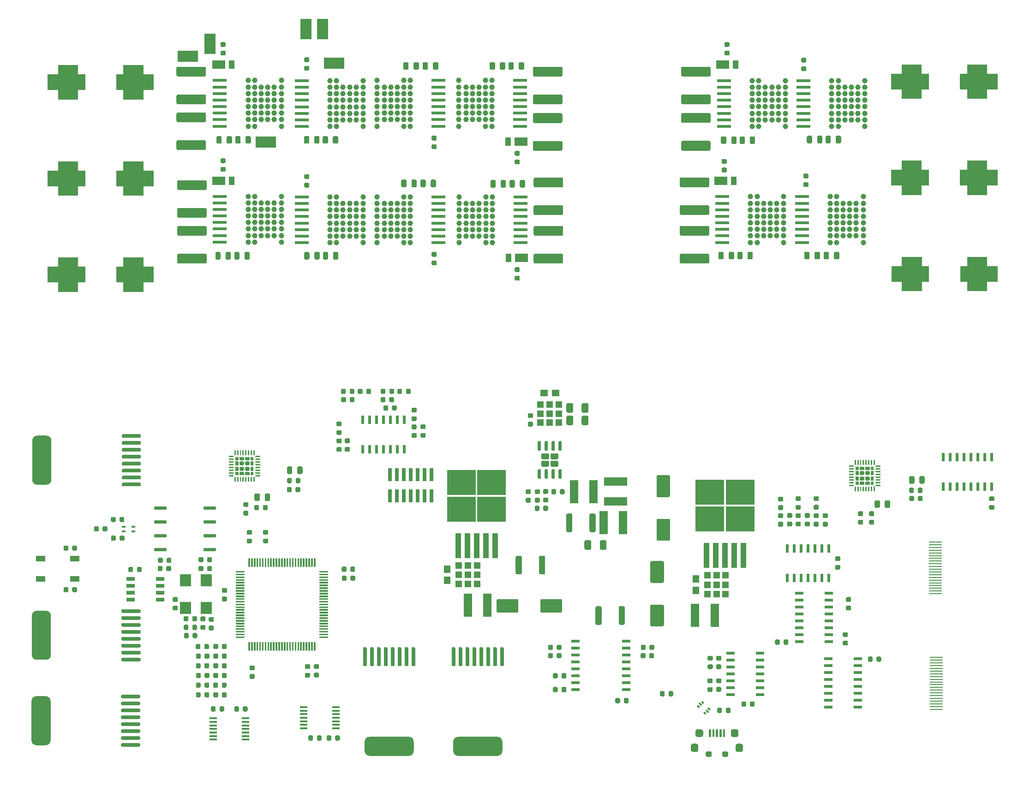
<source format=gbr>
%TF.GenerationSoftware,KiCad,Pcbnew,(5.1.12)-1*%
%TF.CreationDate,2021-12-01T20:01:38-06:00*%
%TF.ProjectId,DRV8350S_Double,44525638-3335-4305-935f-446f75626c65,rev?*%
%TF.SameCoordinates,Original*%
%TF.FileFunction,Paste,Top*%
%TF.FilePolarity,Positive*%
%FSLAX46Y46*%
G04 Gerber Fmt 4.6, Leading zero omitted, Abs format (unit mm)*
G04 Created by KiCad (PCBNEW (5.1.12)-1) date 2021-12-01 20:01:38*
%MOMM*%
%LPD*%
G01*
G04 APERTURE LIST*
%ADD10C,0.010000*%
%ADD11C,0.100000*%
%ADD12R,3.800000X2.000000*%
%ADD13R,2.000000X3.800000*%
%ADD14R,1.500000X0.600000*%
%ADD15R,1.050000X1.500000*%
%ADD16R,2.400000X1.500000*%
%ADD17R,1.450000X0.450000*%
%ADD18R,1.800000X1.100000*%
%ADD19R,2.400000X0.280000*%
%ADD20R,1.500000X4.200000*%
%ADD21R,4.200000X1.500000*%
%ADD22R,1.200000X1.250000*%
%ADD23R,1.270000X1.400000*%
%ADD24R,1.250000X1.200000*%
%ADD25R,1.400000X1.270000*%
%ADD26R,2.000000X2.200000*%
%ADD27R,0.600000X1.500000*%
%ADD28R,5.250000X4.550000*%
%ADD29R,1.100000X4.600000*%
%ADD30C,1.000000*%
%ADD31R,2.600000X0.600000*%
%ADD32R,0.740000X2.400000*%
%ADD33R,1.525000X0.700000*%
%ADD34R,0.750000X0.400000*%
G04 APERTURE END LIST*
D10*
%TO.C,C70*%
G36*
X193462500Y-48820000D02*
G01*
X193462500Y-47120000D01*
X191562500Y-47120000D01*
X191562500Y-44320000D01*
X193462500Y-44320000D01*
X193462500Y-42620000D01*
X197062500Y-42620000D01*
X197062500Y-44320000D01*
X198362500Y-44320000D01*
X198362500Y-47120000D01*
X197062500Y-47120000D01*
X197062500Y-48820000D01*
X193462500Y-48820000D01*
G37*
X193462500Y-48820000D02*
X193462500Y-47120000D01*
X191562500Y-47120000D01*
X191562500Y-44320000D01*
X193462500Y-44320000D01*
X193462500Y-42620000D01*
X197062500Y-42620000D01*
X197062500Y-44320000D01*
X198362500Y-44320000D01*
X198362500Y-47120000D01*
X197062500Y-47120000D01*
X197062500Y-48820000D01*
X193462500Y-48820000D01*
G36*
X209062500Y-48820000D02*
G01*
X209062500Y-47120000D01*
X210962500Y-47120000D01*
X210962500Y-44320000D01*
X209062500Y-44320000D01*
X209062500Y-42620000D01*
X205462500Y-42620000D01*
X205462500Y-44320000D01*
X204162500Y-44320000D01*
X204162500Y-47120000D01*
X205462500Y-47120000D01*
X205462500Y-48820000D01*
X209062500Y-48820000D01*
G37*
X209062500Y-48820000D02*
X209062500Y-47120000D01*
X210962500Y-47120000D01*
X210962500Y-44320000D01*
X209062500Y-44320000D01*
X209062500Y-42620000D01*
X205462500Y-42620000D01*
X205462500Y-44320000D01*
X204162500Y-44320000D01*
X204162500Y-47120000D01*
X205462500Y-47120000D01*
X205462500Y-48820000D01*
X209062500Y-48820000D01*
%TO.C,C69*%
G36*
X193468000Y-66473000D02*
G01*
X193468000Y-64773000D01*
X191568000Y-64773000D01*
X191568000Y-61973000D01*
X193468000Y-61973000D01*
X193468000Y-60273000D01*
X197068000Y-60273000D01*
X197068000Y-61973000D01*
X198368000Y-61973000D01*
X198368000Y-64773000D01*
X197068000Y-64773000D01*
X197068000Y-66473000D01*
X193468000Y-66473000D01*
G37*
X193468000Y-66473000D02*
X193468000Y-64773000D01*
X191568000Y-64773000D01*
X191568000Y-61973000D01*
X193468000Y-61973000D01*
X193468000Y-60273000D01*
X197068000Y-60273000D01*
X197068000Y-61973000D01*
X198368000Y-61973000D01*
X198368000Y-64773000D01*
X197068000Y-64773000D01*
X197068000Y-66473000D01*
X193468000Y-66473000D01*
G36*
X209068000Y-66473000D02*
G01*
X209068000Y-64773000D01*
X210968000Y-64773000D01*
X210968000Y-61973000D01*
X209068000Y-61973000D01*
X209068000Y-60273000D01*
X205468000Y-60273000D01*
X205468000Y-61973000D01*
X204168000Y-61973000D01*
X204168000Y-64773000D01*
X205468000Y-64773000D01*
X205468000Y-66473000D01*
X209068000Y-66473000D01*
G37*
X209068000Y-66473000D02*
X209068000Y-64773000D01*
X210968000Y-64773000D01*
X210968000Y-61973000D01*
X209068000Y-61973000D01*
X209068000Y-60273000D01*
X205468000Y-60273000D01*
X205468000Y-61973000D01*
X204168000Y-61973000D01*
X204168000Y-64773000D01*
X205468000Y-64773000D01*
X205468000Y-66473000D01*
X209068000Y-66473000D01*
%TO.C,C61*%
G36*
X193495000Y-84126000D02*
G01*
X193495000Y-82426000D01*
X191595000Y-82426000D01*
X191595000Y-79626000D01*
X193495000Y-79626000D01*
X193495000Y-77926000D01*
X197095000Y-77926000D01*
X197095000Y-79626000D01*
X198395000Y-79626000D01*
X198395000Y-82426000D01*
X197095000Y-82426000D01*
X197095000Y-84126000D01*
X193495000Y-84126000D01*
G37*
X193495000Y-84126000D02*
X193495000Y-82426000D01*
X191595000Y-82426000D01*
X191595000Y-79626000D01*
X193495000Y-79626000D01*
X193495000Y-77926000D01*
X197095000Y-77926000D01*
X197095000Y-79626000D01*
X198395000Y-79626000D01*
X198395000Y-82426000D01*
X197095000Y-82426000D01*
X197095000Y-84126000D01*
X193495000Y-84126000D01*
G36*
X209095000Y-84126000D02*
G01*
X209095000Y-82426000D01*
X210995000Y-82426000D01*
X210995000Y-79626000D01*
X209095000Y-79626000D01*
X209095000Y-77926000D01*
X205495000Y-77926000D01*
X205495000Y-79626000D01*
X204195000Y-79626000D01*
X204195000Y-82426000D01*
X205495000Y-82426000D01*
X205495000Y-84126000D01*
X209095000Y-84126000D01*
G37*
X209095000Y-84126000D02*
X209095000Y-82426000D01*
X210995000Y-82426000D01*
X210995000Y-79626000D01*
X209095000Y-79626000D01*
X209095000Y-77926000D01*
X205495000Y-77926000D01*
X205495000Y-79626000D01*
X204195000Y-79626000D01*
X204195000Y-82426000D01*
X205495000Y-82426000D01*
X205495000Y-84126000D01*
X209095000Y-84126000D01*
%TO.C,C60*%
G36*
X38682000Y-84253000D02*
G01*
X38682000Y-82553000D01*
X36782000Y-82553000D01*
X36782000Y-79753000D01*
X38682000Y-79753000D01*
X38682000Y-78053000D01*
X42282000Y-78053000D01*
X42282000Y-79753000D01*
X43582000Y-79753000D01*
X43582000Y-82553000D01*
X42282000Y-82553000D01*
X42282000Y-84253000D01*
X38682000Y-84253000D01*
G37*
X38682000Y-84253000D02*
X38682000Y-82553000D01*
X36782000Y-82553000D01*
X36782000Y-79753000D01*
X38682000Y-79753000D01*
X38682000Y-78053000D01*
X42282000Y-78053000D01*
X42282000Y-79753000D01*
X43582000Y-79753000D01*
X43582000Y-82553000D01*
X42282000Y-82553000D01*
X42282000Y-84253000D01*
X38682000Y-84253000D01*
G36*
X54282000Y-84253000D02*
G01*
X54282000Y-82553000D01*
X56182000Y-82553000D01*
X56182000Y-79753000D01*
X54282000Y-79753000D01*
X54282000Y-78053000D01*
X50682000Y-78053000D01*
X50682000Y-79753000D01*
X49382000Y-79753000D01*
X49382000Y-82553000D01*
X50682000Y-82553000D01*
X50682000Y-84253000D01*
X54282000Y-84253000D01*
G37*
X54282000Y-84253000D02*
X54282000Y-82553000D01*
X56182000Y-82553000D01*
X56182000Y-79753000D01*
X54282000Y-79753000D01*
X54282000Y-78053000D01*
X50682000Y-78053000D01*
X50682000Y-79753000D01*
X49382000Y-79753000D01*
X49382000Y-82553000D01*
X50682000Y-82553000D01*
X50682000Y-84253000D01*
X54282000Y-84253000D01*
%TO.C,C52*%
G36*
X38682000Y-48947000D02*
G01*
X38682000Y-47247000D01*
X36782000Y-47247000D01*
X36782000Y-44447000D01*
X38682000Y-44447000D01*
X38682000Y-42747000D01*
X42282000Y-42747000D01*
X42282000Y-44447000D01*
X43582000Y-44447000D01*
X43582000Y-47247000D01*
X42282000Y-47247000D01*
X42282000Y-48947000D01*
X38682000Y-48947000D01*
G37*
X38682000Y-48947000D02*
X38682000Y-47247000D01*
X36782000Y-47247000D01*
X36782000Y-44447000D01*
X38682000Y-44447000D01*
X38682000Y-42747000D01*
X42282000Y-42747000D01*
X42282000Y-44447000D01*
X43582000Y-44447000D01*
X43582000Y-47247000D01*
X42282000Y-47247000D01*
X42282000Y-48947000D01*
X38682000Y-48947000D01*
G36*
X54282000Y-48947000D02*
G01*
X54282000Y-47247000D01*
X56182000Y-47247000D01*
X56182000Y-44447000D01*
X54282000Y-44447000D01*
X54282000Y-42747000D01*
X50682000Y-42747000D01*
X50682000Y-44447000D01*
X49382000Y-44447000D01*
X49382000Y-47247000D01*
X50682000Y-47247000D01*
X50682000Y-48947000D01*
X54282000Y-48947000D01*
G37*
X54282000Y-48947000D02*
X54282000Y-47247000D01*
X56182000Y-47247000D01*
X56182000Y-44447000D01*
X54282000Y-44447000D01*
X54282000Y-42747000D01*
X50682000Y-42747000D01*
X50682000Y-44447000D01*
X49382000Y-44447000D01*
X49382000Y-47247000D01*
X50682000Y-47247000D01*
X50682000Y-48947000D01*
X54282000Y-48947000D01*
%TO.C,C51*%
G36*
X38682000Y-66600000D02*
G01*
X38682000Y-64900000D01*
X36782000Y-64900000D01*
X36782000Y-62100000D01*
X38682000Y-62100000D01*
X38682000Y-60400000D01*
X42282000Y-60400000D01*
X42282000Y-62100000D01*
X43582000Y-62100000D01*
X43582000Y-64900000D01*
X42282000Y-64900000D01*
X42282000Y-66600000D01*
X38682000Y-66600000D01*
G37*
X38682000Y-66600000D02*
X38682000Y-64900000D01*
X36782000Y-64900000D01*
X36782000Y-62100000D01*
X38682000Y-62100000D01*
X38682000Y-60400000D01*
X42282000Y-60400000D01*
X42282000Y-62100000D01*
X43582000Y-62100000D01*
X43582000Y-64900000D01*
X42282000Y-64900000D01*
X42282000Y-66600000D01*
X38682000Y-66600000D01*
G36*
X54282000Y-66600000D02*
G01*
X54282000Y-64900000D01*
X56182000Y-64900000D01*
X56182000Y-62100000D01*
X54282000Y-62100000D01*
X54282000Y-60400000D01*
X50682000Y-60400000D01*
X50682000Y-62100000D01*
X49382000Y-62100000D01*
X49382000Y-64900000D01*
X50682000Y-64900000D01*
X50682000Y-66600000D01*
X54282000Y-66600000D01*
G37*
X54282000Y-66600000D02*
X54282000Y-64900000D01*
X56182000Y-64900000D01*
X56182000Y-62100000D01*
X54282000Y-62100000D01*
X54282000Y-60400000D01*
X50682000Y-60400000D01*
X50682000Y-62100000D01*
X49382000Y-62100000D01*
X49382000Y-64900000D01*
X50682000Y-64900000D01*
X50682000Y-66600000D01*
X54282000Y-66600000D01*
%TD*%
%TO.C,J18*%
G36*
G01*
X36574700Y-119744880D02*
X34824700Y-119744880D01*
G75*
G02*
X33949700Y-118869880I0J875000D01*
G01*
X33949700Y-111619880D01*
G75*
G02*
X34824700Y-110744880I875000J0D01*
G01*
X36574700Y-110744880D01*
G75*
G02*
X37449700Y-111619880I0J-875000D01*
G01*
X37449700Y-118869880D01*
G75*
G02*
X36574700Y-119744880I-875000J0D01*
G01*
G37*
G36*
G01*
X53719700Y-116229880D02*
X50569700Y-116229880D01*
G75*
G02*
X50394700Y-116054880I0J175000D01*
G01*
X50394700Y-115704880D01*
G75*
G02*
X50569700Y-115529880I175000J0D01*
G01*
X53719700Y-115529880D01*
G75*
G02*
X53894700Y-115704880I0J-175000D01*
G01*
X53894700Y-116054880D01*
G75*
G02*
X53719700Y-116229880I-175000J0D01*
G01*
G37*
G36*
G01*
X53719700Y-118769880D02*
X50569700Y-118769880D01*
G75*
G02*
X50394700Y-118594880I0J175000D01*
G01*
X50394700Y-118244880D01*
G75*
G02*
X50569700Y-118069880I175000J0D01*
G01*
X53719700Y-118069880D01*
G75*
G02*
X53894700Y-118244880I0J-175000D01*
G01*
X53894700Y-118594880D01*
G75*
G02*
X53719700Y-118769880I-175000J0D01*
G01*
G37*
G36*
G01*
X53719700Y-120039880D02*
X50569700Y-120039880D01*
G75*
G02*
X50394700Y-119864880I0J175000D01*
G01*
X50394700Y-119514880D01*
G75*
G02*
X50569700Y-119339880I175000J0D01*
G01*
X53719700Y-119339880D01*
G75*
G02*
X53894700Y-119514880I0J-175000D01*
G01*
X53894700Y-119864880D01*
G75*
G02*
X53719700Y-120039880I-175000J0D01*
G01*
G37*
G36*
G01*
X53719700Y-117499880D02*
X50569700Y-117499880D01*
G75*
G02*
X50394700Y-117324880I0J175000D01*
G01*
X50394700Y-116974880D01*
G75*
G02*
X50569700Y-116799880I175000J0D01*
G01*
X53719700Y-116799880D01*
G75*
G02*
X53894700Y-116974880I0J-175000D01*
G01*
X53894700Y-117324880D01*
G75*
G02*
X53719700Y-117499880I-175000J0D01*
G01*
G37*
G36*
G01*
X53719700Y-114959880D02*
X50569700Y-114959880D01*
G75*
G02*
X50394700Y-114784880I0J175000D01*
G01*
X50394700Y-114434880D01*
G75*
G02*
X50569700Y-114259880I175000J0D01*
G01*
X53719700Y-114259880D01*
G75*
G02*
X53894700Y-114434880I0J-175000D01*
G01*
X53894700Y-114784880D01*
G75*
G02*
X53719700Y-114959880I-175000J0D01*
G01*
G37*
G36*
G01*
X53719700Y-113689880D02*
X50569700Y-113689880D01*
G75*
G02*
X50394700Y-113514880I0J175000D01*
G01*
X50394700Y-113164880D01*
G75*
G02*
X50569700Y-112989880I175000J0D01*
G01*
X53719700Y-112989880D01*
G75*
G02*
X53894700Y-113164880I0J-175000D01*
G01*
X53894700Y-113514880D01*
G75*
G02*
X53719700Y-113689880I-175000J0D01*
G01*
G37*
G36*
G01*
X53719700Y-112419880D02*
X50569700Y-112419880D01*
G75*
G02*
X50394700Y-112244880I0J175000D01*
G01*
X50394700Y-111894880D01*
G75*
G02*
X50569700Y-111719880I175000J0D01*
G01*
X53719700Y-111719880D01*
G75*
G02*
X53894700Y-111894880I0J-175000D01*
G01*
X53894700Y-112244880D01*
G75*
G02*
X53719700Y-112419880I-175000J0D01*
G01*
G37*
G36*
G01*
X53719700Y-111149880D02*
X50569700Y-111149880D01*
G75*
G02*
X50394700Y-110974880I0J175000D01*
G01*
X50394700Y-110624880D01*
G75*
G02*
X50569700Y-110449880I175000J0D01*
G01*
X53719700Y-110449880D01*
G75*
G02*
X53894700Y-110624880I0J-175000D01*
G01*
X53894700Y-110974880D01*
G75*
G02*
X53719700Y-111149880I-175000J0D01*
G01*
G37*
%TD*%
D11*
%TO.C,U18*%
G36*
X157834252Y-160831777D02*
G01*
X158099417Y-160566612D01*
X158452970Y-160920165D01*
X158187805Y-161185330D01*
X157834252Y-160831777D01*
G37*
G36*
X157074112Y-161591917D02*
G01*
X157339277Y-161326752D01*
X157692830Y-161680305D01*
X157427665Y-161945470D01*
X157074112Y-161591917D01*
G37*
G36*
X156172550Y-159877182D02*
G01*
X156384682Y-159665050D01*
X156844302Y-160124670D01*
X156632170Y-160336802D01*
X156172550Y-159877182D01*
G37*
G36*
X157480698Y-161185330D02*
G01*
X157692830Y-160973198D01*
X158152450Y-161432818D01*
X157940318Y-161644950D01*
X157480698Y-161185330D01*
G37*
G36*
X155872030Y-160389835D02*
G01*
X156137195Y-160124670D01*
X156490748Y-160478223D01*
X156225583Y-160743388D01*
X155872030Y-160389835D01*
G37*
G36*
X156632170Y-159629695D02*
G01*
X156897335Y-159364530D01*
X157250888Y-159718083D01*
X156985723Y-159983248D01*
X156632170Y-159629695D01*
G37*
%TD*%
%TO.C,C92*%
G36*
G01*
X161195500Y-161431950D02*
X161195500Y-160919450D01*
G75*
G02*
X161414250Y-160700700I218750J0D01*
G01*
X161851750Y-160700700D01*
G75*
G02*
X162070500Y-160919450I0J-218750D01*
G01*
X162070500Y-161431950D01*
G75*
G02*
X161851750Y-161650700I-218750J0D01*
G01*
X161414250Y-161650700D01*
G75*
G02*
X161195500Y-161431950I0J218750D01*
G01*
G37*
G36*
G01*
X159620500Y-161431950D02*
X159620500Y-160919450D01*
G75*
G02*
X159839250Y-160700700I218750J0D01*
G01*
X160276750Y-160700700D01*
G75*
G02*
X160495500Y-160919450I0J-218750D01*
G01*
X160495500Y-161431950D01*
G75*
G02*
X160276750Y-161650700I-218750J0D01*
G01*
X159839250Y-161650700D01*
G75*
G02*
X159620500Y-161431950I0J218750D01*
G01*
G37*
%TD*%
%TO.C,R25*%
G36*
G01*
X160652750Y-61538500D02*
X161165250Y-61538500D01*
G75*
G02*
X161384000Y-61757250I0J-218750D01*
G01*
X161384000Y-62194750D01*
G75*
G02*
X161165250Y-62413500I-218750J0D01*
G01*
X160652750Y-62413500D01*
G75*
G02*
X160434000Y-62194750I0J218750D01*
G01*
X160434000Y-61757250D01*
G75*
G02*
X160652750Y-61538500I218750J0D01*
G01*
G37*
G36*
G01*
X160652750Y-59963500D02*
X161165250Y-59963500D01*
G75*
G02*
X161384000Y-60182250I0J-218750D01*
G01*
X161384000Y-60619750D01*
G75*
G02*
X161165250Y-60838500I-218750J0D01*
G01*
X160652750Y-60838500D01*
G75*
G02*
X160434000Y-60619750I0J218750D01*
G01*
X160434000Y-60182250D01*
G75*
G02*
X160652750Y-59963500I218750J0D01*
G01*
G37*
%TD*%
%TO.C,R24*%
G36*
G01*
X123192250Y-80701500D02*
X122679750Y-80701500D01*
G75*
G02*
X122461000Y-80482750I0J218750D01*
G01*
X122461000Y-80045250D01*
G75*
G02*
X122679750Y-79826500I218750J0D01*
G01*
X123192250Y-79826500D01*
G75*
G02*
X123411000Y-80045250I0J-218750D01*
G01*
X123411000Y-80482750D01*
G75*
G02*
X123192250Y-80701500I-218750J0D01*
G01*
G37*
G36*
G01*
X123192250Y-82276500D02*
X122679750Y-82276500D01*
G75*
G02*
X122461000Y-82057750I0J218750D01*
G01*
X122461000Y-81620250D01*
G75*
G02*
X122679750Y-81401500I218750J0D01*
G01*
X123192250Y-81401500D01*
G75*
G02*
X123411000Y-81620250I0J-218750D01*
G01*
X123411000Y-82057750D01*
G75*
G02*
X123192250Y-82276500I-218750J0D01*
G01*
G37*
%TD*%
%TO.C,R26*%
G36*
G01*
X107952250Y-77907500D02*
X107439750Y-77907500D01*
G75*
G02*
X107221000Y-77688750I0J218750D01*
G01*
X107221000Y-77251250D01*
G75*
G02*
X107439750Y-77032500I218750J0D01*
G01*
X107952250Y-77032500D01*
G75*
G02*
X108171000Y-77251250I0J-218750D01*
G01*
X108171000Y-77688750D01*
G75*
G02*
X107952250Y-77907500I-218750J0D01*
G01*
G37*
G36*
G01*
X107952250Y-79482500D02*
X107439750Y-79482500D01*
G75*
G02*
X107221000Y-79263750I0J218750D01*
G01*
X107221000Y-78826250D01*
G75*
G02*
X107439750Y-78607500I218750J0D01*
G01*
X107952250Y-78607500D01*
G75*
G02*
X108171000Y-78826250I0J-218750D01*
G01*
X108171000Y-79263750D01*
G75*
G02*
X107952250Y-79482500I-218750J0D01*
G01*
G37*
%TD*%
D12*
%TO.C,TP17*%
X62509400Y-41122600D03*
%TD*%
D13*
%TO.C,TP15*%
X84137500Y-36131500D03*
%TD*%
%TO.C,R41*%
G36*
G01*
X84071750Y-64332500D02*
X84584250Y-64332500D01*
G75*
G02*
X84803000Y-64551250I0J-218750D01*
G01*
X84803000Y-64988750D01*
G75*
G02*
X84584250Y-65207500I-218750J0D01*
G01*
X84071750Y-65207500D01*
G75*
G02*
X83853000Y-64988750I0J218750D01*
G01*
X83853000Y-64551250D01*
G75*
G02*
X84071750Y-64332500I218750J0D01*
G01*
G37*
G36*
G01*
X84071750Y-62757500D02*
X84584250Y-62757500D01*
G75*
G02*
X84803000Y-62976250I0J-218750D01*
G01*
X84803000Y-63413750D01*
G75*
G02*
X84584250Y-63632500I-218750J0D01*
G01*
X84071750Y-63632500D01*
G75*
G02*
X83853000Y-63413750I0J218750D01*
G01*
X83853000Y-62976250D01*
G75*
G02*
X84071750Y-62757500I218750J0D01*
G01*
G37*
%TD*%
%TO.C,C91*%
G36*
G01*
X181480750Y-134462000D02*
X181993250Y-134462000D01*
G75*
G02*
X182212000Y-134680750I0J-218750D01*
G01*
X182212000Y-135118250D01*
G75*
G02*
X181993250Y-135337000I-218750J0D01*
G01*
X181480750Y-135337000D01*
G75*
G02*
X181262000Y-135118250I0J218750D01*
G01*
X181262000Y-134680750D01*
G75*
G02*
X181480750Y-134462000I218750J0D01*
G01*
G37*
G36*
G01*
X181480750Y-132887000D02*
X181993250Y-132887000D01*
G75*
G02*
X182212000Y-133105750I0J-218750D01*
G01*
X182212000Y-133543250D01*
G75*
G02*
X181993250Y-133762000I-218750J0D01*
G01*
X181480750Y-133762000D01*
G75*
G02*
X181262000Y-133543250I0J218750D01*
G01*
X181262000Y-133105750D01*
G75*
G02*
X181480750Y-132887000I218750J0D01*
G01*
G37*
%TD*%
%TO.C,C90*%
G36*
G01*
X165627700Y-160250850D02*
X165627700Y-159738350D01*
G75*
G02*
X165846450Y-159519600I218750J0D01*
G01*
X166283950Y-159519600D01*
G75*
G02*
X166502700Y-159738350I0J-218750D01*
G01*
X166502700Y-160250850D01*
G75*
G02*
X166283950Y-160469600I-218750J0D01*
G01*
X165846450Y-160469600D01*
G75*
G02*
X165627700Y-160250850I0J218750D01*
G01*
G37*
G36*
G01*
X164052700Y-160250850D02*
X164052700Y-159738350D01*
G75*
G02*
X164271450Y-159519600I218750J0D01*
G01*
X164708950Y-159519600D01*
G75*
G02*
X164927700Y-159738350I0J-218750D01*
G01*
X164927700Y-160250850D01*
G75*
G02*
X164708950Y-160469600I-218750J0D01*
G01*
X164271450Y-160469600D01*
G75*
G02*
X164052700Y-160250850I0J218750D01*
G01*
G37*
%TD*%
%TO.C,C89*%
G36*
G01*
X171100100Y-148384550D02*
X171100100Y-148897050D01*
G75*
G02*
X170881350Y-149115800I-218750J0D01*
G01*
X170443850Y-149115800D01*
G75*
G02*
X170225100Y-148897050I0J218750D01*
G01*
X170225100Y-148384550D01*
G75*
G02*
X170443850Y-148165800I218750J0D01*
G01*
X170881350Y-148165800D01*
G75*
G02*
X171100100Y-148384550I0J-218750D01*
G01*
G37*
G36*
G01*
X172675100Y-148384550D02*
X172675100Y-148897050D01*
G75*
G02*
X172456350Y-149115800I-218750J0D01*
G01*
X172018850Y-149115800D01*
G75*
G02*
X171800100Y-148897050I0J218750D01*
G01*
X171800100Y-148384550D01*
G75*
G02*
X172018850Y-148165800I218750J0D01*
G01*
X172456350Y-148165800D01*
G75*
G02*
X172675100Y-148384550I0J-218750D01*
G01*
G37*
%TD*%
%TO.C,C88*%
G36*
G01*
X209725550Y-123463800D02*
X210238050Y-123463800D01*
G75*
G02*
X210456800Y-123682550I0J-218750D01*
G01*
X210456800Y-124120050D01*
G75*
G02*
X210238050Y-124338800I-218750J0D01*
G01*
X209725550Y-124338800D01*
G75*
G02*
X209506800Y-124120050I0J218750D01*
G01*
X209506800Y-123682550D01*
G75*
G02*
X209725550Y-123463800I218750J0D01*
G01*
G37*
G36*
G01*
X209725550Y-121888800D02*
X210238050Y-121888800D01*
G75*
G02*
X210456800Y-122107550I0J-218750D01*
G01*
X210456800Y-122545050D01*
G75*
G02*
X210238050Y-122763800I-218750J0D01*
G01*
X209725550Y-122763800D01*
G75*
G02*
X209506800Y-122545050I0J218750D01*
G01*
X209506800Y-122107550D01*
G75*
G02*
X209725550Y-121888800I218750J0D01*
G01*
G37*
%TD*%
%TO.C,C87*%
G36*
G01*
X188843500Y-152021250D02*
X188843500Y-151508750D01*
G75*
G02*
X189062250Y-151290000I218750J0D01*
G01*
X189499750Y-151290000D01*
G75*
G02*
X189718500Y-151508750I0J-218750D01*
G01*
X189718500Y-152021250D01*
G75*
G02*
X189499750Y-152240000I-218750J0D01*
G01*
X189062250Y-152240000D01*
G75*
G02*
X188843500Y-152021250I0J218750D01*
G01*
G37*
G36*
G01*
X187268500Y-152021250D02*
X187268500Y-151508750D01*
G75*
G02*
X187487250Y-151290000I218750J0D01*
G01*
X187924750Y-151290000D01*
G75*
G02*
X188143500Y-151508750I0J-218750D01*
G01*
X188143500Y-152021250D01*
G75*
G02*
X187924750Y-152240000I-218750J0D01*
G01*
X187487250Y-152240000D01*
G75*
G02*
X187268500Y-152021250I0J218750D01*
G01*
G37*
%TD*%
%TO.C,C86*%
G36*
G01*
X99943300Y-105920250D02*
X99943300Y-105407750D01*
G75*
G02*
X100162050Y-105189000I218750J0D01*
G01*
X100599550Y-105189000D01*
G75*
G02*
X100818300Y-105407750I0J-218750D01*
G01*
X100818300Y-105920250D01*
G75*
G02*
X100599550Y-106139000I-218750J0D01*
G01*
X100162050Y-106139000D01*
G75*
G02*
X99943300Y-105920250I0J218750D01*
G01*
G37*
G36*
G01*
X98368300Y-105920250D02*
X98368300Y-105407750D01*
G75*
G02*
X98587050Y-105189000I218750J0D01*
G01*
X99024550Y-105189000D01*
G75*
G02*
X99243300Y-105407750I0J-218750D01*
G01*
X99243300Y-105920250D01*
G75*
G02*
X99024550Y-106139000I-218750J0D01*
G01*
X98587050Y-106139000D01*
G75*
G02*
X98368300Y-105920250I0J218750D01*
G01*
G37*
%TD*%
%TO.C,R62*%
G36*
G01*
X160149250Y-152024500D02*
X159636750Y-152024500D01*
G75*
G02*
X159418000Y-151805750I0J218750D01*
G01*
X159418000Y-151368250D01*
G75*
G02*
X159636750Y-151149500I218750J0D01*
G01*
X160149250Y-151149500D01*
G75*
G02*
X160368000Y-151368250I0J-218750D01*
G01*
X160368000Y-151805750D01*
G75*
G02*
X160149250Y-152024500I-218750J0D01*
G01*
G37*
G36*
G01*
X160149250Y-153599500D02*
X159636750Y-153599500D01*
G75*
G02*
X159418000Y-153380750I0J218750D01*
G01*
X159418000Y-152943250D01*
G75*
G02*
X159636750Y-152724500I218750J0D01*
G01*
X160149250Y-152724500D01*
G75*
G02*
X160368000Y-152943250I0J-218750D01*
G01*
X160368000Y-153380750D01*
G75*
G02*
X160149250Y-153599500I-218750J0D01*
G01*
G37*
%TD*%
%TO.C,R61*%
G36*
G01*
X158049250Y-156903000D02*
X158561750Y-156903000D01*
G75*
G02*
X158780500Y-157121750I0J-218750D01*
G01*
X158780500Y-157559250D01*
G75*
G02*
X158561750Y-157778000I-218750J0D01*
G01*
X158049250Y-157778000D01*
G75*
G02*
X157830500Y-157559250I0J218750D01*
G01*
X157830500Y-157121750D01*
G75*
G02*
X158049250Y-156903000I218750J0D01*
G01*
G37*
G36*
G01*
X158049250Y-155328000D02*
X158561750Y-155328000D01*
G75*
G02*
X158780500Y-155546750I0J-218750D01*
G01*
X158780500Y-155984250D01*
G75*
G02*
X158561750Y-156203000I-218750J0D01*
G01*
X158049250Y-156203000D01*
G75*
G02*
X157830500Y-155984250I0J218750D01*
G01*
X157830500Y-155546750D01*
G75*
G02*
X158049250Y-155328000I218750J0D01*
G01*
G37*
%TD*%
D14*
%TO.C,U17*%
X167475500Y-150668500D03*
X167475500Y-151938500D03*
X167475500Y-153208500D03*
X167475500Y-154478500D03*
X167475500Y-155748500D03*
X167475500Y-157018500D03*
X167475500Y-158288500D03*
X162075500Y-158288500D03*
X162075500Y-157018500D03*
X162075500Y-155748500D03*
X162075500Y-154478500D03*
X162075500Y-153208500D03*
X162075500Y-151938500D03*
X162075500Y-150668500D03*
%TD*%
%TO.C,C8*%
G36*
G01*
X160149250Y-156177500D02*
X159636750Y-156177500D01*
G75*
G02*
X159418000Y-155958750I0J218750D01*
G01*
X159418000Y-155521250D01*
G75*
G02*
X159636750Y-155302500I218750J0D01*
G01*
X160149250Y-155302500D01*
G75*
G02*
X160368000Y-155521250I0J-218750D01*
G01*
X160368000Y-155958750D01*
G75*
G02*
X160149250Y-156177500I-218750J0D01*
G01*
G37*
G36*
G01*
X160149250Y-157752500D02*
X159636750Y-157752500D01*
G75*
G02*
X159418000Y-157533750I0J218750D01*
G01*
X159418000Y-157096250D01*
G75*
G02*
X159636750Y-156877500I218750J0D01*
G01*
X160149250Y-156877500D01*
G75*
G02*
X160368000Y-157096250I0J-218750D01*
G01*
X160368000Y-157533750D01*
G75*
G02*
X160149250Y-157752500I-218750J0D01*
G01*
G37*
%TD*%
%TO.C,C85*%
G36*
G01*
X158087350Y-152724600D02*
X158599850Y-152724600D01*
G75*
G02*
X158818600Y-152943350I0J-218750D01*
G01*
X158818600Y-153380850D01*
G75*
G02*
X158599850Y-153599600I-218750J0D01*
G01*
X158087350Y-153599600D01*
G75*
G02*
X157868600Y-153380850I0J218750D01*
G01*
X157868600Y-152943350D01*
G75*
G02*
X158087350Y-152724600I218750J0D01*
G01*
G37*
G36*
G01*
X158087350Y-151149600D02*
X158599850Y-151149600D01*
G75*
G02*
X158818600Y-151368350I0J-218750D01*
G01*
X158818600Y-151805850D01*
G75*
G02*
X158599850Y-152024600I-218750J0D01*
G01*
X158087350Y-152024600D01*
G75*
G02*
X157868600Y-151805850I0J218750D01*
G01*
X157868600Y-151368350D01*
G75*
G02*
X158087350Y-151149600I218750J0D01*
G01*
G37*
%TD*%
D15*
%TO.C,D12*%
X70574000Y-42672000D03*
D16*
X68199000Y-42672000D03*
%TD*%
%TO.C,C82*%
G36*
G01*
X89529500Y-166499250D02*
X89529500Y-165986750D01*
G75*
G02*
X89748250Y-165768000I218750J0D01*
G01*
X90185750Y-165768000D01*
G75*
G02*
X90404500Y-165986750I0J-218750D01*
G01*
X90404500Y-166499250D01*
G75*
G02*
X90185750Y-166718000I-218750J0D01*
G01*
X89748250Y-166718000D01*
G75*
G02*
X89529500Y-166499250I0J218750D01*
G01*
G37*
G36*
G01*
X87954500Y-166499250D02*
X87954500Y-165986750D01*
G75*
G02*
X88173250Y-165768000I218750J0D01*
G01*
X88610750Y-165768000D01*
G75*
G02*
X88829500Y-165986750I0J-218750D01*
G01*
X88829500Y-166499250D01*
G75*
G02*
X88610750Y-166718000I-218750J0D01*
G01*
X88173250Y-166718000D01*
G75*
G02*
X87954500Y-166499250I0J218750D01*
G01*
G37*
%TD*%
D17*
%TO.C,U15*%
X83762000Y-164480000D03*
X83762000Y-163830000D03*
X83762000Y-163180000D03*
X83762000Y-162530000D03*
X83762000Y-161880000D03*
X83762000Y-161230000D03*
X83762000Y-160580000D03*
X89662000Y-160580000D03*
X89662000Y-161230000D03*
X89662000Y-161880000D03*
X89662000Y-162530000D03*
X89662000Y-163180000D03*
X89662000Y-163830000D03*
X89662000Y-164480000D03*
%TD*%
%TO.C,U5*%
G36*
G01*
X58636160Y-131506020D02*
X58636160Y-131831020D01*
G75*
G02*
X58473660Y-131993520I-162500J0D01*
G01*
X56448660Y-131993520D01*
G75*
G02*
X56286160Y-131831020I0J162500D01*
G01*
X56286160Y-131506020D01*
G75*
G02*
X56448660Y-131343520I162500J0D01*
G01*
X58473660Y-131343520D01*
G75*
G02*
X58636160Y-131506020I0J-162500D01*
G01*
G37*
G36*
G01*
X58636160Y-128966020D02*
X58636160Y-129291020D01*
G75*
G02*
X58473660Y-129453520I-162500J0D01*
G01*
X56448660Y-129453520D01*
G75*
G02*
X56286160Y-129291020I0J162500D01*
G01*
X56286160Y-128966020D01*
G75*
G02*
X56448660Y-128803520I162500J0D01*
G01*
X58473660Y-128803520D01*
G75*
G02*
X58636160Y-128966020I0J-162500D01*
G01*
G37*
G36*
G01*
X58636160Y-126426020D02*
X58636160Y-126751020D01*
G75*
G02*
X58473660Y-126913520I-162500J0D01*
G01*
X56448660Y-126913520D01*
G75*
G02*
X56286160Y-126751020I0J162500D01*
G01*
X56286160Y-126426020D01*
G75*
G02*
X56448660Y-126263520I162500J0D01*
G01*
X58473660Y-126263520D01*
G75*
G02*
X58636160Y-126426020I0J-162500D01*
G01*
G37*
G36*
G01*
X58636160Y-123886020D02*
X58636160Y-124211020D01*
G75*
G02*
X58473660Y-124373520I-162500J0D01*
G01*
X56448660Y-124373520D01*
G75*
G02*
X56286160Y-124211020I0J162500D01*
G01*
X56286160Y-123886020D01*
G75*
G02*
X56448660Y-123723520I162500J0D01*
G01*
X58473660Y-123723520D01*
G75*
G02*
X58636160Y-123886020I0J-162500D01*
G01*
G37*
G36*
G01*
X67686160Y-123886020D02*
X67686160Y-124211020D01*
G75*
G02*
X67523660Y-124373520I-162500J0D01*
G01*
X65498660Y-124373520D01*
G75*
G02*
X65336160Y-124211020I0J162500D01*
G01*
X65336160Y-123886020D01*
G75*
G02*
X65498660Y-123723520I162500J0D01*
G01*
X67523660Y-123723520D01*
G75*
G02*
X67686160Y-123886020I0J-162500D01*
G01*
G37*
G36*
G01*
X67686160Y-126426020D02*
X67686160Y-126751020D01*
G75*
G02*
X67523660Y-126913520I-162500J0D01*
G01*
X65498660Y-126913520D01*
G75*
G02*
X65336160Y-126751020I0J162500D01*
G01*
X65336160Y-126426020D01*
G75*
G02*
X65498660Y-126263520I162500J0D01*
G01*
X67523660Y-126263520D01*
G75*
G02*
X67686160Y-126426020I0J-162500D01*
G01*
G37*
G36*
G01*
X67686160Y-128966020D02*
X67686160Y-129291020D01*
G75*
G02*
X67523660Y-129453520I-162500J0D01*
G01*
X65498660Y-129453520D01*
G75*
G02*
X65336160Y-129291020I0J162500D01*
G01*
X65336160Y-128966020D01*
G75*
G02*
X65498660Y-128803520I162500J0D01*
G01*
X67523660Y-128803520D01*
G75*
G02*
X67686160Y-128966020I0J-162500D01*
G01*
G37*
G36*
G01*
X67686160Y-131506020D02*
X67686160Y-131831020D01*
G75*
G02*
X67523660Y-131993520I-162500J0D01*
G01*
X65498660Y-131993520D01*
G75*
G02*
X65336160Y-131831020I0J162500D01*
G01*
X65336160Y-131506020D01*
G75*
G02*
X65498660Y-131343520I162500J0D01*
G01*
X67523660Y-131343520D01*
G75*
G02*
X67686160Y-131506020I0J-162500D01*
G01*
G37*
%TD*%
%TO.C,U1*%
G36*
G01*
X130660000Y-116886500D02*
X130960000Y-116886500D01*
G75*
G02*
X131110000Y-117036500I0J-150000D01*
G01*
X131110000Y-118511500D01*
G75*
G02*
X130960000Y-118661500I-150000J0D01*
G01*
X130660000Y-118661500D01*
G75*
G02*
X130510000Y-118511500I0J150000D01*
G01*
X130510000Y-117036500D01*
G75*
G02*
X130660000Y-116886500I150000J0D01*
G01*
G37*
G36*
G01*
X129390000Y-116886500D02*
X129690000Y-116886500D01*
G75*
G02*
X129840000Y-117036500I0J-150000D01*
G01*
X129840000Y-118511500D01*
G75*
G02*
X129690000Y-118661500I-150000J0D01*
G01*
X129390000Y-118661500D01*
G75*
G02*
X129240000Y-118511500I0J150000D01*
G01*
X129240000Y-117036500D01*
G75*
G02*
X129390000Y-116886500I150000J0D01*
G01*
G37*
G36*
G01*
X128120000Y-116886500D02*
X128420000Y-116886500D01*
G75*
G02*
X128570000Y-117036500I0J-150000D01*
G01*
X128570000Y-118511500D01*
G75*
G02*
X128420000Y-118661500I-150000J0D01*
G01*
X128120000Y-118661500D01*
G75*
G02*
X127970000Y-118511500I0J150000D01*
G01*
X127970000Y-117036500D01*
G75*
G02*
X128120000Y-116886500I150000J0D01*
G01*
G37*
G36*
G01*
X126850000Y-116886500D02*
X127150000Y-116886500D01*
G75*
G02*
X127300000Y-117036500I0J-150000D01*
G01*
X127300000Y-118511500D01*
G75*
G02*
X127150000Y-118661500I-150000J0D01*
G01*
X126850000Y-118661500D01*
G75*
G02*
X126700000Y-118511500I0J150000D01*
G01*
X126700000Y-117036500D01*
G75*
G02*
X126850000Y-116886500I150000J0D01*
G01*
G37*
G36*
G01*
X126850000Y-111761500D02*
X127150000Y-111761500D01*
G75*
G02*
X127300000Y-111911500I0J-150000D01*
G01*
X127300000Y-113386500D01*
G75*
G02*
X127150000Y-113536500I-150000J0D01*
G01*
X126850000Y-113536500D01*
G75*
G02*
X126700000Y-113386500I0J150000D01*
G01*
X126700000Y-111911500D01*
G75*
G02*
X126850000Y-111761500I150000J0D01*
G01*
G37*
G36*
G01*
X128120000Y-111761500D02*
X128420000Y-111761500D01*
G75*
G02*
X128570000Y-111911500I0J-150000D01*
G01*
X128570000Y-113386500D01*
G75*
G02*
X128420000Y-113536500I-150000J0D01*
G01*
X128120000Y-113536500D01*
G75*
G02*
X127970000Y-113386500I0J150000D01*
G01*
X127970000Y-111911500D01*
G75*
G02*
X128120000Y-111761500I150000J0D01*
G01*
G37*
G36*
G01*
X129390000Y-111761500D02*
X129690000Y-111761500D01*
G75*
G02*
X129840000Y-111911500I0J-150000D01*
G01*
X129840000Y-113386500D01*
G75*
G02*
X129690000Y-113536500I-150000J0D01*
G01*
X129390000Y-113536500D01*
G75*
G02*
X129240000Y-113386500I0J150000D01*
G01*
X129240000Y-111911500D01*
G75*
G02*
X129390000Y-111761500I150000J0D01*
G01*
G37*
G36*
G01*
X130660000Y-111761500D02*
X130960000Y-111761500D01*
G75*
G02*
X131110000Y-111911500I0J-150000D01*
G01*
X131110000Y-113386500D01*
G75*
G02*
X130960000Y-113536500I-150000J0D01*
G01*
X130660000Y-113536500D01*
G75*
G02*
X130510000Y-113386500I0J150000D01*
G01*
X130510000Y-111911500D01*
G75*
G02*
X130660000Y-111761500I150000J0D01*
G01*
G37*
G36*
G01*
X127595000Y-115326500D02*
X128515000Y-115326500D01*
G75*
G02*
X128765000Y-115576500I0J-250000D01*
G01*
X128765000Y-116206500D01*
G75*
G02*
X128515000Y-116456500I-250000J0D01*
G01*
X127595000Y-116456500D01*
G75*
G02*
X127345000Y-116206500I0J250000D01*
G01*
X127345000Y-115576500D01*
G75*
G02*
X127595000Y-115326500I250000J0D01*
G01*
G37*
G36*
G01*
X129295000Y-115326500D02*
X130215000Y-115326500D01*
G75*
G02*
X130465000Y-115576500I0J-250000D01*
G01*
X130465000Y-116206500D01*
G75*
G02*
X130215000Y-116456500I-250000J0D01*
G01*
X129295000Y-116456500D01*
G75*
G02*
X129045000Y-116206500I0J250000D01*
G01*
X129045000Y-115576500D01*
G75*
G02*
X129295000Y-115326500I250000J0D01*
G01*
G37*
G36*
G01*
X127595000Y-113966500D02*
X128515000Y-113966500D01*
G75*
G02*
X128765000Y-114216500I0J-250000D01*
G01*
X128765000Y-114846500D01*
G75*
G02*
X128515000Y-115096500I-250000J0D01*
G01*
X127595000Y-115096500D01*
G75*
G02*
X127345000Y-114846500I0J250000D01*
G01*
X127345000Y-114216500D01*
G75*
G02*
X127595000Y-113966500I250000J0D01*
G01*
G37*
G36*
G01*
X129295000Y-113966500D02*
X130215000Y-113966500D01*
G75*
G02*
X130465000Y-114216500I0J-250000D01*
G01*
X130465000Y-114846500D01*
G75*
G02*
X130215000Y-115096500I-250000J0D01*
G01*
X129295000Y-115096500D01*
G75*
G02*
X129045000Y-114846500I0J250000D01*
G01*
X129045000Y-114216500D01*
G75*
G02*
X129295000Y-113966500I250000J0D01*
G01*
G37*
%TD*%
D18*
%TO.C,SW2*%
X41714100Y-137024600D03*
X35514100Y-137024600D03*
X41714100Y-133324600D03*
X35514100Y-133324600D03*
%TD*%
%TO.C,C23*%
G36*
G01*
X59941750Y-141955000D02*
X60454250Y-141955000D01*
G75*
G02*
X60673000Y-142173750I0J-218750D01*
G01*
X60673000Y-142611250D01*
G75*
G02*
X60454250Y-142830000I-218750J0D01*
G01*
X59941750Y-142830000D01*
G75*
G02*
X59723000Y-142611250I0J218750D01*
G01*
X59723000Y-142173750D01*
G75*
G02*
X59941750Y-141955000I218750J0D01*
G01*
G37*
G36*
G01*
X59941750Y-140380000D02*
X60454250Y-140380000D01*
G75*
G02*
X60673000Y-140598750I0J-218750D01*
G01*
X60673000Y-141036250D01*
G75*
G02*
X60454250Y-141255000I-218750J0D01*
G01*
X59941750Y-141255000D01*
G75*
G02*
X59723000Y-141036250I0J218750D01*
G01*
X59723000Y-140598750D01*
G75*
G02*
X59941750Y-140380000I218750J0D01*
G01*
G37*
%TD*%
D19*
%TO.C,J9*%
X199789000Y-151467000D03*
X199789000Y-151967000D03*
X199789000Y-152467000D03*
X199789000Y-152967000D03*
X199789000Y-153467000D03*
X199789000Y-153967000D03*
X199789000Y-154467000D03*
X199789000Y-154967000D03*
X199789000Y-155467000D03*
X199789000Y-155967000D03*
X199789000Y-156467000D03*
X199789000Y-156967000D03*
X199789000Y-157467000D03*
X199789000Y-157967000D03*
X199789000Y-158467000D03*
X199789000Y-158967000D03*
X199789000Y-159467000D03*
X199789000Y-159967000D03*
X199789000Y-160467000D03*
X199789000Y-160967000D03*
%TD*%
%TO.C,J4*%
X199673000Y-130263000D03*
X199673000Y-130763000D03*
X199673000Y-131263000D03*
X199673000Y-131763000D03*
X199673000Y-132263000D03*
X199673000Y-132763000D03*
X199673000Y-133263000D03*
X199673000Y-133763000D03*
X199673000Y-134263000D03*
X199673000Y-134763000D03*
X199673000Y-135263000D03*
X199673000Y-135763000D03*
X199673000Y-136263000D03*
X199673000Y-136763000D03*
X199673000Y-137263000D03*
X199673000Y-137763000D03*
X199673000Y-138263000D03*
X199673000Y-138763000D03*
X199673000Y-139263000D03*
X199673000Y-139763000D03*
%TD*%
%TO.C,R60*%
G36*
G01*
X183961750Y-141255000D02*
X183449250Y-141255000D01*
G75*
G02*
X183230500Y-141036250I0J218750D01*
G01*
X183230500Y-140598750D01*
G75*
G02*
X183449250Y-140380000I218750J0D01*
G01*
X183961750Y-140380000D01*
G75*
G02*
X184180500Y-140598750I0J-218750D01*
G01*
X184180500Y-141036250D01*
G75*
G02*
X183961750Y-141255000I-218750J0D01*
G01*
G37*
G36*
G01*
X183961750Y-142830000D02*
X183449250Y-142830000D01*
G75*
G02*
X183230500Y-142611250I0J218750D01*
G01*
X183230500Y-142173750D01*
G75*
G02*
X183449250Y-141955000I218750J0D01*
G01*
X183961750Y-141955000D01*
G75*
G02*
X184180500Y-142173750I0J-218750D01*
G01*
X184180500Y-142611250D01*
G75*
G02*
X183961750Y-142830000I-218750J0D01*
G01*
G37*
%TD*%
%TO.C,R6*%
G36*
G01*
X183390250Y-147694000D02*
X182877750Y-147694000D01*
G75*
G02*
X182659000Y-147475250I0J218750D01*
G01*
X182659000Y-147037750D01*
G75*
G02*
X182877750Y-146819000I218750J0D01*
G01*
X183390250Y-146819000D01*
G75*
G02*
X183609000Y-147037750I0J-218750D01*
G01*
X183609000Y-147475250D01*
G75*
G02*
X183390250Y-147694000I-218750J0D01*
G01*
G37*
G36*
G01*
X183390250Y-149269000D02*
X182877750Y-149269000D01*
G75*
G02*
X182659000Y-149050250I0J218750D01*
G01*
X182659000Y-148612750D01*
G75*
G02*
X182877750Y-148394000I218750J0D01*
G01*
X183390250Y-148394000D01*
G75*
G02*
X183609000Y-148612750I0J-218750D01*
G01*
X183609000Y-149050250D01*
G75*
G02*
X183390250Y-149269000I-218750J0D01*
G01*
G37*
%TD*%
%TO.C,F3*%
G36*
G01*
X136195000Y-128196001D02*
X136195000Y-125295999D01*
G75*
G02*
X136444999Y-125046000I249999J0D01*
G01*
X137070001Y-125046000D01*
G75*
G02*
X137320000Y-125295999I0J-249999D01*
G01*
X137320000Y-128196001D01*
G75*
G02*
X137070001Y-128446000I-249999J0D01*
G01*
X136444999Y-128446000D01*
G75*
G02*
X136195000Y-128196001I0J249999D01*
G01*
G37*
G36*
G01*
X131920000Y-128196001D02*
X131920000Y-125295999D01*
G75*
G02*
X132169999Y-125046000I249999J0D01*
G01*
X132795001Y-125046000D01*
G75*
G02*
X133045000Y-125295999I0J-249999D01*
G01*
X133045000Y-128196001D01*
G75*
G02*
X132795001Y-128446000I-249999J0D01*
G01*
X132169999Y-128446000D01*
G75*
G02*
X131920000Y-128196001I0J249999D01*
G01*
G37*
%TD*%
%TO.C,F2*%
G36*
G01*
X123774000Y-133042999D02*
X123774000Y-135943001D01*
G75*
G02*
X123524001Y-136193000I-249999J0D01*
G01*
X122898999Y-136193000D01*
G75*
G02*
X122649000Y-135943001I0J249999D01*
G01*
X122649000Y-133042999D01*
G75*
G02*
X122898999Y-132793000I249999J0D01*
G01*
X123524001Y-132793000D01*
G75*
G02*
X123774000Y-133042999I0J-249999D01*
G01*
G37*
G36*
G01*
X128049000Y-133042999D02*
X128049000Y-135943001D01*
G75*
G02*
X127799001Y-136193000I-249999J0D01*
G01*
X127173999Y-136193000D01*
G75*
G02*
X126924000Y-135943001I0J249999D01*
G01*
X126924000Y-133042999D01*
G75*
G02*
X127173999Y-132793000I249999J0D01*
G01*
X127799001Y-132793000D01*
G75*
G02*
X128049000Y-133042999I0J-249999D01*
G01*
G37*
%TD*%
%TO.C,F1*%
G36*
G01*
X141550500Y-145214001D02*
X141550500Y-142313999D01*
G75*
G02*
X141800499Y-142064000I249999J0D01*
G01*
X142425501Y-142064000D01*
G75*
G02*
X142675500Y-142313999I0J-249999D01*
G01*
X142675500Y-145214001D01*
G75*
G02*
X142425501Y-145464000I-249999J0D01*
G01*
X141800499Y-145464000D01*
G75*
G02*
X141550500Y-145214001I0J249999D01*
G01*
G37*
G36*
G01*
X137275500Y-145214001D02*
X137275500Y-142313999D01*
G75*
G02*
X137525499Y-142064000I249999J0D01*
G01*
X138150501Y-142064000D01*
G75*
G02*
X138400500Y-142313999I0J-249999D01*
G01*
X138400500Y-145214001D01*
G75*
G02*
X138150501Y-145464000I-249999J0D01*
G01*
X137525499Y-145464000D01*
G75*
G02*
X137275500Y-145214001I0J249999D01*
G01*
G37*
%TD*%
D20*
%TO.C,L5*%
X138767000Y-126746000D03*
X142367000Y-126746000D03*
%TD*%
D21*
%TO.C,L4*%
X140970000Y-122809000D03*
X140970000Y-119209000D03*
%TD*%
D20*
%TO.C,L3*%
X136928000Y-121031000D03*
X133328000Y-121031000D03*
%TD*%
%TO.C,L2*%
X117475000Y-141859000D03*
X113875000Y-141859000D03*
%TD*%
%TO.C,L1*%
X155575000Y-143764000D03*
X159175000Y-143764000D03*
%TD*%
%TO.C,C65*%
G36*
G01*
X126074000Y-48122000D02*
X130974000Y-48122000D01*
G75*
G02*
X131224000Y-48372000I0J-250000D01*
G01*
X131224000Y-49672000D01*
G75*
G02*
X130974000Y-49922000I-250000J0D01*
G01*
X126074000Y-49922000D01*
G75*
G02*
X125824000Y-49672000I0J250000D01*
G01*
X125824000Y-48372000D01*
G75*
G02*
X126074000Y-48122000I250000J0D01*
G01*
G37*
G36*
G01*
X126074000Y-43022000D02*
X130974000Y-43022000D01*
G75*
G02*
X131224000Y-43272000I0J-250000D01*
G01*
X131224000Y-44572000D01*
G75*
G02*
X130974000Y-44822000I-250000J0D01*
G01*
X126074000Y-44822000D01*
G75*
G02*
X125824000Y-44572000I0J250000D01*
G01*
X125824000Y-43272000D01*
G75*
G02*
X126074000Y-43022000I250000J0D01*
G01*
G37*
%TD*%
%TO.C,C84*%
G36*
G01*
X67595000Y-160652750D02*
X67595000Y-161165250D01*
G75*
G02*
X67376250Y-161384000I-218750J0D01*
G01*
X66938750Y-161384000D01*
G75*
G02*
X66720000Y-161165250I0J218750D01*
G01*
X66720000Y-160652750D01*
G75*
G02*
X66938750Y-160434000I218750J0D01*
G01*
X67376250Y-160434000D01*
G75*
G02*
X67595000Y-160652750I0J-218750D01*
G01*
G37*
G36*
G01*
X69170000Y-160652750D02*
X69170000Y-161165250D01*
G75*
G02*
X68951250Y-161384000I-218750J0D01*
G01*
X68513750Y-161384000D01*
G75*
G02*
X68295000Y-161165250I0J218750D01*
G01*
X68295000Y-160652750D01*
G75*
G02*
X68513750Y-160434000I218750J0D01*
G01*
X68951250Y-160434000D01*
G75*
G02*
X69170000Y-160652750I0J-218750D01*
G01*
G37*
%TD*%
%TO.C,C83*%
G36*
G01*
X85476500Y-165986750D02*
X85476500Y-166499250D01*
G75*
G02*
X85257750Y-166718000I-218750J0D01*
G01*
X84820250Y-166718000D01*
G75*
G02*
X84601500Y-166499250I0J218750D01*
G01*
X84601500Y-165986750D01*
G75*
G02*
X84820250Y-165768000I218750J0D01*
G01*
X85257750Y-165768000D01*
G75*
G02*
X85476500Y-165986750I0J-218750D01*
G01*
G37*
G36*
G01*
X87051500Y-165986750D02*
X87051500Y-166499250D01*
G75*
G02*
X86832750Y-166718000I-218750J0D01*
G01*
X86395250Y-166718000D01*
G75*
G02*
X86176500Y-166499250I0J218750D01*
G01*
X86176500Y-165986750D01*
G75*
G02*
X86395250Y-165768000I218750J0D01*
G01*
X86832750Y-165768000D01*
G75*
G02*
X87051500Y-165986750I0J-218750D01*
G01*
G37*
%TD*%
%TO.C,C81*%
G36*
G01*
X72587500Y-161165250D02*
X72587500Y-160652750D01*
G75*
G02*
X72806250Y-160434000I218750J0D01*
G01*
X73243750Y-160434000D01*
G75*
G02*
X73462500Y-160652750I0J-218750D01*
G01*
X73462500Y-161165250D01*
G75*
G02*
X73243750Y-161384000I-218750J0D01*
G01*
X72806250Y-161384000D01*
G75*
G02*
X72587500Y-161165250I0J218750D01*
G01*
G37*
G36*
G01*
X71012500Y-161165250D02*
X71012500Y-160652750D01*
G75*
G02*
X71231250Y-160434000I218750J0D01*
G01*
X71668750Y-160434000D01*
G75*
G02*
X71887500Y-160652750I0J-218750D01*
G01*
X71887500Y-161165250D01*
G75*
G02*
X71668750Y-161384000I-218750J0D01*
G01*
X71231250Y-161384000D01*
G75*
G02*
X71012500Y-161165250I0J218750D01*
G01*
G37*
%TD*%
%TO.C,J7*%
G36*
G01*
X120197000Y-166892000D02*
X120197000Y-168642000D01*
G75*
G02*
X119322000Y-169517000I-875000J0D01*
G01*
X112072000Y-169517000D01*
G75*
G02*
X111197000Y-168642000I0J875000D01*
G01*
X111197000Y-166892000D01*
G75*
G02*
X112072000Y-166017000I875000J0D01*
G01*
X119322000Y-166017000D01*
G75*
G02*
X120197000Y-166892000I0J-875000D01*
G01*
G37*
G36*
G01*
X116682000Y-149747000D02*
X116682000Y-152897000D01*
G75*
G02*
X116507000Y-153072000I-175000J0D01*
G01*
X116157000Y-153072000D01*
G75*
G02*
X115982000Y-152897000I0J175000D01*
G01*
X115982000Y-149747000D01*
G75*
G02*
X116157000Y-149572000I175000J0D01*
G01*
X116507000Y-149572000D01*
G75*
G02*
X116682000Y-149747000I0J-175000D01*
G01*
G37*
G36*
G01*
X119222000Y-149747000D02*
X119222000Y-152897000D01*
G75*
G02*
X119047000Y-153072000I-175000J0D01*
G01*
X118697000Y-153072000D01*
G75*
G02*
X118522000Y-152897000I0J175000D01*
G01*
X118522000Y-149747000D01*
G75*
G02*
X118697000Y-149572000I175000J0D01*
G01*
X119047000Y-149572000D01*
G75*
G02*
X119222000Y-149747000I0J-175000D01*
G01*
G37*
G36*
G01*
X120492000Y-149747000D02*
X120492000Y-152897000D01*
G75*
G02*
X120317000Y-153072000I-175000J0D01*
G01*
X119967000Y-153072000D01*
G75*
G02*
X119792000Y-152897000I0J175000D01*
G01*
X119792000Y-149747000D01*
G75*
G02*
X119967000Y-149572000I175000J0D01*
G01*
X120317000Y-149572000D01*
G75*
G02*
X120492000Y-149747000I0J-175000D01*
G01*
G37*
G36*
G01*
X117952000Y-149747000D02*
X117952000Y-152897000D01*
G75*
G02*
X117777000Y-153072000I-175000J0D01*
G01*
X117427000Y-153072000D01*
G75*
G02*
X117252000Y-152897000I0J175000D01*
G01*
X117252000Y-149747000D01*
G75*
G02*
X117427000Y-149572000I175000J0D01*
G01*
X117777000Y-149572000D01*
G75*
G02*
X117952000Y-149747000I0J-175000D01*
G01*
G37*
G36*
G01*
X115412000Y-149747000D02*
X115412000Y-152897000D01*
G75*
G02*
X115237000Y-153072000I-175000J0D01*
G01*
X114887000Y-153072000D01*
G75*
G02*
X114712000Y-152897000I0J175000D01*
G01*
X114712000Y-149747000D01*
G75*
G02*
X114887000Y-149572000I175000J0D01*
G01*
X115237000Y-149572000D01*
G75*
G02*
X115412000Y-149747000I0J-175000D01*
G01*
G37*
G36*
G01*
X114142000Y-149747000D02*
X114142000Y-152897000D01*
G75*
G02*
X113967000Y-153072000I-175000J0D01*
G01*
X113617000Y-153072000D01*
G75*
G02*
X113442000Y-152897000I0J175000D01*
G01*
X113442000Y-149747000D01*
G75*
G02*
X113617000Y-149572000I175000J0D01*
G01*
X113967000Y-149572000D01*
G75*
G02*
X114142000Y-149747000I0J-175000D01*
G01*
G37*
G36*
G01*
X112872000Y-149747000D02*
X112872000Y-152897000D01*
G75*
G02*
X112697000Y-153072000I-175000J0D01*
G01*
X112347000Y-153072000D01*
G75*
G02*
X112172000Y-152897000I0J175000D01*
G01*
X112172000Y-149747000D01*
G75*
G02*
X112347000Y-149572000I175000J0D01*
G01*
X112697000Y-149572000D01*
G75*
G02*
X112872000Y-149747000I0J-175000D01*
G01*
G37*
G36*
G01*
X111602000Y-149747000D02*
X111602000Y-152897000D01*
G75*
G02*
X111427000Y-153072000I-175000J0D01*
G01*
X111077000Y-153072000D01*
G75*
G02*
X110902000Y-152897000I0J175000D01*
G01*
X110902000Y-149747000D01*
G75*
G02*
X111077000Y-149572000I175000J0D01*
G01*
X111427000Y-149572000D01*
G75*
G02*
X111602000Y-149747000I0J-175000D01*
G01*
G37*
%TD*%
%TO.C,C36*%
G36*
G01*
X189463500Y-122860750D02*
X189463500Y-123773250D01*
G75*
G02*
X189219750Y-124017000I-243750J0D01*
G01*
X188732250Y-124017000D01*
G75*
G02*
X188488500Y-123773250I0J243750D01*
G01*
X188488500Y-122860750D01*
G75*
G02*
X188732250Y-122617000I243750J0D01*
G01*
X189219750Y-122617000D01*
G75*
G02*
X189463500Y-122860750I0J-243750D01*
G01*
G37*
G36*
G01*
X191338500Y-122860750D02*
X191338500Y-123773250D01*
G75*
G02*
X191094750Y-124017000I-243750J0D01*
G01*
X190607250Y-124017000D01*
G75*
G02*
X190363500Y-123773250I0J243750D01*
G01*
X190363500Y-122860750D01*
G75*
G02*
X190607250Y-122617000I243750J0D01*
G01*
X191094750Y-122617000D01*
G75*
G02*
X191338500Y-122860750I0J-243750D01*
G01*
G37*
%TD*%
%TO.C,C35*%
G36*
G01*
X75701500Y-121590750D02*
X75701500Y-122503250D01*
G75*
G02*
X75457750Y-122747000I-243750J0D01*
G01*
X74970250Y-122747000D01*
G75*
G02*
X74726500Y-122503250I0J243750D01*
G01*
X74726500Y-121590750D01*
G75*
G02*
X74970250Y-121347000I243750J0D01*
G01*
X75457750Y-121347000D01*
G75*
G02*
X75701500Y-121590750I0J-243750D01*
G01*
G37*
G36*
G01*
X77576500Y-121590750D02*
X77576500Y-122503250D01*
G75*
G02*
X77332750Y-122747000I-243750J0D01*
G01*
X76845250Y-122747000D01*
G75*
G02*
X76601500Y-122503250I0J243750D01*
G01*
X76601500Y-121590750D01*
G75*
G02*
X76845250Y-121347000I243750J0D01*
G01*
X77332750Y-121347000D01*
G75*
G02*
X77576500Y-121590750I0J-243750D01*
G01*
G37*
%TD*%
%TO.C,C42*%
G36*
G01*
X185671750Y-126207000D02*
X186184250Y-126207000D01*
G75*
G02*
X186403000Y-126425750I0J-218750D01*
G01*
X186403000Y-126863250D01*
G75*
G02*
X186184250Y-127082000I-218750J0D01*
G01*
X185671750Y-127082000D01*
G75*
G02*
X185453000Y-126863250I0J218750D01*
G01*
X185453000Y-126425750D01*
G75*
G02*
X185671750Y-126207000I218750J0D01*
G01*
G37*
G36*
G01*
X185671750Y-124632000D02*
X186184250Y-124632000D01*
G75*
G02*
X186403000Y-124850750I0J-218750D01*
G01*
X186403000Y-125288250D01*
G75*
G02*
X186184250Y-125507000I-218750J0D01*
G01*
X185671750Y-125507000D01*
G75*
G02*
X185453000Y-125288250I0J218750D01*
G01*
X185453000Y-124850750D01*
G75*
G02*
X185671750Y-124632000I218750J0D01*
G01*
G37*
%TD*%
%TO.C,C38*%
G36*
G01*
X187703750Y-126207000D02*
X188216250Y-126207000D01*
G75*
G02*
X188435000Y-126425750I0J-218750D01*
G01*
X188435000Y-126863250D01*
G75*
G02*
X188216250Y-127082000I-218750J0D01*
G01*
X187703750Y-127082000D01*
G75*
G02*
X187485000Y-126863250I0J218750D01*
G01*
X187485000Y-126425750D01*
G75*
G02*
X187703750Y-126207000I218750J0D01*
G01*
G37*
G36*
G01*
X187703750Y-124632000D02*
X188216250Y-124632000D01*
G75*
G02*
X188435000Y-124850750I0J-218750D01*
G01*
X188435000Y-125288250D01*
G75*
G02*
X188216250Y-125507000I-218750J0D01*
G01*
X187703750Y-125507000D01*
G75*
G02*
X187485000Y-125288250I0J218750D01*
G01*
X187485000Y-124850750D01*
G75*
G02*
X187703750Y-124632000I218750J0D01*
G01*
G37*
%TD*%
%TO.C,C34*%
G36*
G01*
X196438000Y-122545250D02*
X196438000Y-122032750D01*
G75*
G02*
X196656750Y-121814000I218750J0D01*
G01*
X197094250Y-121814000D01*
G75*
G02*
X197313000Y-122032750I0J-218750D01*
G01*
X197313000Y-122545250D01*
G75*
G02*
X197094250Y-122764000I-218750J0D01*
G01*
X196656750Y-122764000D01*
G75*
G02*
X196438000Y-122545250I0J218750D01*
G01*
G37*
G36*
G01*
X194863000Y-122545250D02*
X194863000Y-122032750D01*
G75*
G02*
X195081750Y-121814000I218750J0D01*
G01*
X195519250Y-121814000D01*
G75*
G02*
X195738000Y-122032750I0J-218750D01*
G01*
X195738000Y-122545250D01*
G75*
G02*
X195519250Y-122764000I-218750J0D01*
G01*
X195081750Y-122764000D01*
G75*
G02*
X194863000Y-122545250I0J218750D01*
G01*
G37*
%TD*%
%TO.C,C33*%
G36*
G01*
X82268000Y-119255250D02*
X82268000Y-118742750D01*
G75*
G02*
X82486750Y-118524000I218750J0D01*
G01*
X82924250Y-118524000D01*
G75*
G02*
X83143000Y-118742750I0J-218750D01*
G01*
X83143000Y-119255250D01*
G75*
G02*
X82924250Y-119474000I-218750J0D01*
G01*
X82486750Y-119474000D01*
G75*
G02*
X82268000Y-119255250I0J218750D01*
G01*
G37*
G36*
G01*
X80693000Y-119255250D02*
X80693000Y-118742750D01*
G75*
G02*
X80911750Y-118524000I218750J0D01*
G01*
X81349250Y-118524000D01*
G75*
G02*
X81568000Y-118742750I0J-218750D01*
G01*
X81568000Y-119255250D01*
G75*
G02*
X81349250Y-119474000I-218750J0D01*
G01*
X80911750Y-119474000D01*
G75*
G02*
X80693000Y-119255250I0J218750D01*
G01*
G37*
%TD*%
%TO.C,C40*%
G36*
G01*
X72895750Y-124530500D02*
X73408250Y-124530500D01*
G75*
G02*
X73627000Y-124749250I0J-218750D01*
G01*
X73627000Y-125186750D01*
G75*
G02*
X73408250Y-125405500I-218750J0D01*
G01*
X72895750Y-125405500D01*
G75*
G02*
X72677000Y-125186750I0J218750D01*
G01*
X72677000Y-124749250D01*
G75*
G02*
X72895750Y-124530500I218750J0D01*
G01*
G37*
G36*
G01*
X72895750Y-122955500D02*
X73408250Y-122955500D01*
G75*
G02*
X73627000Y-123174250I0J-218750D01*
G01*
X73627000Y-123611750D01*
G75*
G02*
X73408250Y-123830500I-218750J0D01*
G01*
X72895750Y-123830500D01*
G75*
G02*
X72677000Y-123611750I0J218750D01*
G01*
X72677000Y-123174250D01*
G75*
G02*
X72895750Y-122955500I218750J0D01*
G01*
G37*
%TD*%
%TO.C,C37*%
G36*
G01*
X76270500Y-124208250D02*
X76270500Y-123695750D01*
G75*
G02*
X76489250Y-123477000I218750J0D01*
G01*
X76926750Y-123477000D01*
G75*
G02*
X77145500Y-123695750I0J-218750D01*
G01*
X77145500Y-124208250D01*
G75*
G02*
X76926750Y-124427000I-218750J0D01*
G01*
X76489250Y-124427000D01*
G75*
G02*
X76270500Y-124208250I0J218750D01*
G01*
G37*
G36*
G01*
X74695500Y-124208250D02*
X74695500Y-123695750D01*
G75*
G02*
X74914250Y-123477000I218750J0D01*
G01*
X75351750Y-123477000D01*
G75*
G02*
X75570500Y-123695750I0J-218750D01*
G01*
X75570500Y-124208250D01*
G75*
G02*
X75351750Y-124427000I-218750J0D01*
G01*
X74914250Y-124427000D01*
G75*
G02*
X74695500Y-124208250I0J218750D01*
G01*
G37*
%TD*%
%TO.C,C80*%
G36*
G01*
X196412500Y-121033250D02*
X196412500Y-120520750D01*
G75*
G02*
X196631250Y-120302000I218750J0D01*
G01*
X197068750Y-120302000D01*
G75*
G02*
X197287500Y-120520750I0J-218750D01*
G01*
X197287500Y-121033250D01*
G75*
G02*
X197068750Y-121252000I-218750J0D01*
G01*
X196631250Y-121252000D01*
G75*
G02*
X196412500Y-121033250I0J218750D01*
G01*
G37*
G36*
G01*
X194837500Y-121033250D02*
X194837500Y-120520750D01*
G75*
G02*
X195056250Y-120302000I218750J0D01*
G01*
X195493750Y-120302000D01*
G75*
G02*
X195712500Y-120520750I0J-218750D01*
G01*
X195712500Y-121033250D01*
G75*
G02*
X195493750Y-121252000I-218750J0D01*
G01*
X195056250Y-121252000D01*
G75*
G02*
X194837500Y-121033250I0J218750D01*
G01*
G37*
%TD*%
%TO.C,C79*%
G36*
G01*
X82239500Y-120906250D02*
X82239500Y-120393750D01*
G75*
G02*
X82458250Y-120175000I218750J0D01*
G01*
X82895750Y-120175000D01*
G75*
G02*
X83114500Y-120393750I0J-218750D01*
G01*
X83114500Y-120906250D01*
G75*
G02*
X82895750Y-121125000I-218750J0D01*
G01*
X82458250Y-121125000D01*
G75*
G02*
X82239500Y-120906250I0J218750D01*
G01*
G37*
G36*
G01*
X80664500Y-120906250D02*
X80664500Y-120393750D01*
G75*
G02*
X80883250Y-120175000I218750J0D01*
G01*
X81320750Y-120175000D01*
G75*
G02*
X81539500Y-120393750I0J-218750D01*
G01*
X81539500Y-120906250D01*
G75*
G02*
X81320750Y-121125000I-218750J0D01*
G01*
X80883250Y-121125000D01*
G75*
G02*
X80664500Y-120906250I0J218750D01*
G01*
G37*
%TD*%
%TO.C,C41*%
G36*
G01*
X195813500Y-118415750D02*
X195813500Y-119328250D01*
G75*
G02*
X195569750Y-119572000I-243750J0D01*
G01*
X195082250Y-119572000D01*
G75*
G02*
X194838500Y-119328250I0J243750D01*
G01*
X194838500Y-118415750D01*
G75*
G02*
X195082250Y-118172000I243750J0D01*
G01*
X195569750Y-118172000D01*
G75*
G02*
X195813500Y-118415750I0J-243750D01*
G01*
G37*
G36*
G01*
X197688500Y-118415750D02*
X197688500Y-119328250D01*
G75*
G02*
X197444750Y-119572000I-243750J0D01*
G01*
X196957250Y-119572000D01*
G75*
G02*
X196713500Y-119328250I0J243750D01*
G01*
X196713500Y-118415750D01*
G75*
G02*
X196957250Y-118172000I243750J0D01*
G01*
X197444750Y-118172000D01*
G75*
G02*
X197688500Y-118415750I0J-243750D01*
G01*
G37*
%TD*%
%TO.C,C39*%
G36*
G01*
X81670500Y-116637750D02*
X81670500Y-117550250D01*
G75*
G02*
X81426750Y-117794000I-243750J0D01*
G01*
X80939250Y-117794000D01*
G75*
G02*
X80695500Y-117550250I0J243750D01*
G01*
X80695500Y-116637750D01*
G75*
G02*
X80939250Y-116394000I243750J0D01*
G01*
X81426750Y-116394000D01*
G75*
G02*
X81670500Y-116637750I0J-243750D01*
G01*
G37*
G36*
G01*
X83545500Y-116637750D02*
X83545500Y-117550250D01*
G75*
G02*
X83301750Y-117794000I-243750J0D01*
G01*
X82814250Y-117794000D01*
G75*
G02*
X82570500Y-117550250I0J243750D01*
G01*
X82570500Y-116637750D01*
G75*
G02*
X82814250Y-116394000I243750J0D01*
G01*
X83301750Y-116394000D01*
G75*
G02*
X83545500Y-116637750I0J-243750D01*
G01*
G37*
%TD*%
D22*
%TO.C,D3*%
X115579000Y-134571000D03*
X115579000Y-137971000D03*
X115579000Y-136271000D03*
X113919000Y-134571000D03*
X113919000Y-136271000D03*
X113919000Y-137971000D03*
X112229000Y-134571000D03*
X112229000Y-136271000D03*
X112229000Y-137971000D03*
D23*
X110114000Y-135231000D03*
X110114000Y-137311000D03*
%TD*%
D22*
%TO.C,D2*%
X161172000Y-136398000D03*
X161172000Y-139798000D03*
X161172000Y-138098000D03*
X159512000Y-136398000D03*
X159512000Y-138098000D03*
X159512000Y-139798000D03*
X157822000Y-136398000D03*
X157822000Y-138098000D03*
X157822000Y-139798000D03*
D23*
X155707000Y-137058000D03*
X155707000Y-139138000D03*
%TD*%
D24*
%TO.C,D1*%
X130605000Y-108364000D03*
X127205000Y-108364000D03*
X128905000Y-108364000D03*
X130605000Y-106704000D03*
X128905000Y-106704000D03*
X127205000Y-106704000D03*
X130605000Y-105014000D03*
X128905000Y-105014000D03*
X127205000Y-105014000D03*
D25*
X129945000Y-102899000D03*
X127865000Y-102899000D03*
%TD*%
D15*
%TO.C,D14*%
X70574000Y-64008000D03*
D16*
X68199000Y-64008000D03*
%TD*%
%TO.C,R59*%
G36*
G01*
X72888500Y-78180250D02*
X72888500Y-77267750D01*
G75*
G02*
X73132250Y-77024000I243750J0D01*
G01*
X73619750Y-77024000D01*
G75*
G02*
X73863500Y-77267750I0J-243750D01*
G01*
X73863500Y-78180250D01*
G75*
G02*
X73619750Y-78424000I-243750J0D01*
G01*
X73132250Y-78424000D01*
G75*
G02*
X72888500Y-78180250I0J243750D01*
G01*
G37*
G36*
G01*
X71013500Y-78180250D02*
X71013500Y-77267750D01*
G75*
G02*
X71257250Y-77024000I243750J0D01*
G01*
X71744750Y-77024000D01*
G75*
G02*
X71988500Y-77267750I0J-243750D01*
G01*
X71988500Y-78180250D01*
G75*
G02*
X71744750Y-78424000I-243750J0D01*
G01*
X71257250Y-78424000D01*
G75*
G02*
X71013500Y-78180250I0J243750D01*
G01*
G37*
%TD*%
%TO.C,R58*%
G36*
G01*
X73078000Y-56898750D02*
X73078000Y-55986250D01*
G75*
G02*
X73321750Y-55742500I243750J0D01*
G01*
X73809250Y-55742500D01*
G75*
G02*
X74053000Y-55986250I0J-243750D01*
G01*
X74053000Y-56898750D01*
G75*
G02*
X73809250Y-57142500I-243750J0D01*
G01*
X73321750Y-57142500D01*
G75*
G02*
X73078000Y-56898750I0J243750D01*
G01*
G37*
G36*
G01*
X71203000Y-56898750D02*
X71203000Y-55986250D01*
G75*
G02*
X71446750Y-55742500I243750J0D01*
G01*
X71934250Y-55742500D01*
G75*
G02*
X72178000Y-55986250I0J-243750D01*
G01*
X72178000Y-56898750D01*
G75*
G02*
X71934250Y-57142500I-243750J0D01*
G01*
X71446750Y-57142500D01*
G75*
G02*
X71203000Y-56898750I0J243750D01*
G01*
G37*
%TD*%
%TO.C,C78*%
G36*
G01*
X68511000Y-77267750D02*
X68511000Y-78180250D01*
G75*
G02*
X68267250Y-78424000I-243750J0D01*
G01*
X67779750Y-78424000D01*
G75*
G02*
X67536000Y-78180250I0J243750D01*
G01*
X67536000Y-77267750D01*
G75*
G02*
X67779750Y-77024000I243750J0D01*
G01*
X68267250Y-77024000D01*
G75*
G02*
X68511000Y-77267750I0J-243750D01*
G01*
G37*
G36*
G01*
X70386000Y-77267750D02*
X70386000Y-78180250D01*
G75*
G02*
X70142250Y-78424000I-243750J0D01*
G01*
X69654750Y-78424000D01*
G75*
G02*
X69411000Y-78180250I0J243750D01*
G01*
X69411000Y-77267750D01*
G75*
G02*
X69654750Y-77024000I243750J0D01*
G01*
X70142250Y-77024000D01*
G75*
G02*
X70386000Y-77267750I0J-243750D01*
G01*
G37*
%TD*%
%TO.C,C24*%
G36*
G01*
X68716500Y-55995250D02*
X68716500Y-56907750D01*
G75*
G02*
X68472750Y-57151500I-243750J0D01*
G01*
X67985250Y-57151500D01*
G75*
G02*
X67741500Y-56907750I0J243750D01*
G01*
X67741500Y-55995250D01*
G75*
G02*
X67985250Y-55751500I243750J0D01*
G01*
X68472750Y-55751500D01*
G75*
G02*
X68716500Y-55995250I0J-243750D01*
G01*
G37*
G36*
G01*
X70591500Y-55995250D02*
X70591500Y-56907750D01*
G75*
G02*
X70347750Y-57151500I-243750J0D01*
G01*
X69860250Y-57151500D01*
G75*
G02*
X69616500Y-56907750I0J243750D01*
G01*
X69616500Y-55995250D01*
G75*
G02*
X69860250Y-55751500I243750J0D01*
G01*
X70347750Y-55751500D01*
G75*
G02*
X70591500Y-55995250I0J-243750D01*
G01*
G37*
%TD*%
%TO.C,R45*%
G36*
G01*
X118851500Y-42431750D02*
X118851500Y-43344250D01*
G75*
G02*
X118607750Y-43588000I-243750J0D01*
G01*
X118120250Y-43588000D01*
G75*
G02*
X117876500Y-43344250I0J243750D01*
G01*
X117876500Y-42431750D01*
G75*
G02*
X118120250Y-42188000I243750J0D01*
G01*
X118607750Y-42188000D01*
G75*
G02*
X118851500Y-42431750I0J-243750D01*
G01*
G37*
G36*
G01*
X120726500Y-42431750D02*
X120726500Y-43344250D01*
G75*
G02*
X120482750Y-43588000I-243750J0D01*
G01*
X119995250Y-43588000D01*
G75*
G02*
X119751500Y-43344250I0J243750D01*
G01*
X119751500Y-42431750D01*
G75*
G02*
X119995250Y-42188000I243750J0D01*
G01*
X120482750Y-42188000D01*
G75*
G02*
X120726500Y-42431750I0J-243750D01*
G01*
G37*
%TD*%
%TO.C,R44*%
G36*
G01*
X103006500Y-42431750D02*
X103006500Y-43344250D01*
G75*
G02*
X102762750Y-43588000I-243750J0D01*
G01*
X102275250Y-43588000D01*
G75*
G02*
X102031500Y-43344250I0J243750D01*
G01*
X102031500Y-42431750D01*
G75*
G02*
X102275250Y-42188000I243750J0D01*
G01*
X102762750Y-42188000D01*
G75*
G02*
X103006500Y-42431750I0J-243750D01*
G01*
G37*
G36*
G01*
X104881500Y-42431750D02*
X104881500Y-43344250D01*
G75*
G02*
X104637750Y-43588000I-243750J0D01*
G01*
X104150250Y-43588000D01*
G75*
G02*
X103906500Y-43344250I0J243750D01*
G01*
X103906500Y-42431750D01*
G75*
G02*
X104150250Y-42188000I243750J0D01*
G01*
X104637750Y-42188000D01*
G75*
G02*
X104881500Y-42431750I0J-243750D01*
G01*
G37*
%TD*%
%TO.C,R43*%
G36*
G01*
X89144500Y-78180250D02*
X89144500Y-77267750D01*
G75*
G02*
X89388250Y-77024000I243750J0D01*
G01*
X89875750Y-77024000D01*
G75*
G02*
X90119500Y-77267750I0J-243750D01*
G01*
X90119500Y-78180250D01*
G75*
G02*
X89875750Y-78424000I-243750J0D01*
G01*
X89388250Y-78424000D01*
G75*
G02*
X89144500Y-78180250I0J243750D01*
G01*
G37*
G36*
G01*
X87269500Y-78180250D02*
X87269500Y-77267750D01*
G75*
G02*
X87513250Y-77024000I243750J0D01*
G01*
X88000750Y-77024000D01*
G75*
G02*
X88244500Y-77267750I0J-243750D01*
G01*
X88244500Y-78180250D01*
G75*
G02*
X88000750Y-78424000I-243750J0D01*
G01*
X87513250Y-78424000D01*
G75*
G02*
X87269500Y-78180250I0J243750D01*
G01*
G37*
%TD*%
%TO.C,R38*%
G36*
G01*
X165598500Y-56971250D02*
X165598500Y-56058750D01*
G75*
G02*
X165842250Y-55815000I243750J0D01*
G01*
X166329750Y-55815000D01*
G75*
G02*
X166573500Y-56058750I0J-243750D01*
G01*
X166573500Y-56971250D01*
G75*
G02*
X166329750Y-57215000I-243750J0D01*
G01*
X165842250Y-57215000D01*
G75*
G02*
X165598500Y-56971250I0J243750D01*
G01*
G37*
G36*
G01*
X163723500Y-56971250D02*
X163723500Y-56058750D01*
G75*
G02*
X163967250Y-55815000I243750J0D01*
G01*
X164454750Y-55815000D01*
G75*
G02*
X164698500Y-56058750I0J-243750D01*
G01*
X164698500Y-56971250D01*
G75*
G02*
X164454750Y-57215000I-243750J0D01*
G01*
X163967250Y-57215000D01*
G75*
G02*
X163723500Y-56971250I0J243750D01*
G01*
G37*
%TD*%
%TO.C,R37*%
G36*
G01*
X181376500Y-56844250D02*
X181376500Y-55931750D01*
G75*
G02*
X181620250Y-55688000I243750J0D01*
G01*
X182107750Y-55688000D01*
G75*
G02*
X182351500Y-55931750I0J-243750D01*
G01*
X182351500Y-56844250D01*
G75*
G02*
X182107750Y-57088000I-243750J0D01*
G01*
X181620250Y-57088000D01*
G75*
G02*
X181376500Y-56844250I0J243750D01*
G01*
G37*
G36*
G01*
X179501500Y-56844250D02*
X179501500Y-55931750D01*
G75*
G02*
X179745250Y-55688000I243750J0D01*
G01*
X180232750Y-55688000D01*
G75*
G02*
X180476500Y-55931750I0J-243750D01*
G01*
X180476500Y-56844250D01*
G75*
G02*
X180232750Y-57088000I-243750J0D01*
G01*
X179745250Y-57088000D01*
G75*
G02*
X179501500Y-56844250I0J243750D01*
G01*
G37*
%TD*%
%TO.C,R31*%
G36*
G01*
X165191500Y-78142250D02*
X165191500Y-77229750D01*
G75*
G02*
X165435250Y-76986000I243750J0D01*
G01*
X165922750Y-76986000D01*
G75*
G02*
X166166500Y-77229750I0J-243750D01*
G01*
X166166500Y-78142250D01*
G75*
G02*
X165922750Y-78386000I-243750J0D01*
G01*
X165435250Y-78386000D01*
G75*
G02*
X165191500Y-78142250I0J243750D01*
G01*
G37*
G36*
G01*
X163316500Y-78142250D02*
X163316500Y-77229750D01*
G75*
G02*
X163560250Y-76986000I243750J0D01*
G01*
X164047750Y-76986000D01*
G75*
G02*
X164291500Y-77229750I0J-243750D01*
G01*
X164291500Y-78142250D01*
G75*
G02*
X164047750Y-78386000I-243750J0D01*
G01*
X163560250Y-78386000D01*
G75*
G02*
X163316500Y-78142250I0J243750D01*
G01*
G37*
%TD*%
%TO.C,R30*%
G36*
G01*
X181036500Y-78142250D02*
X181036500Y-77229750D01*
G75*
G02*
X181280250Y-76986000I243750J0D01*
G01*
X181767750Y-76986000D01*
G75*
G02*
X182011500Y-77229750I0J-243750D01*
G01*
X182011500Y-78142250D01*
G75*
G02*
X181767750Y-78386000I-243750J0D01*
G01*
X181280250Y-78386000D01*
G75*
G02*
X181036500Y-78142250I0J243750D01*
G01*
G37*
G36*
G01*
X179161500Y-78142250D02*
X179161500Y-77229750D01*
G75*
G02*
X179405250Y-76986000I243750J0D01*
G01*
X179892750Y-76986000D01*
G75*
G02*
X180136500Y-77229750I0J-243750D01*
G01*
X180136500Y-78142250D01*
G75*
G02*
X179892750Y-78386000I-243750J0D01*
G01*
X179405250Y-78386000D01*
G75*
G02*
X179161500Y-78142250I0J243750D01*
G01*
G37*
%TD*%
%TO.C,R29*%
G36*
G01*
X118993500Y-64059750D02*
X118993500Y-64972250D01*
G75*
G02*
X118749750Y-65216000I-243750J0D01*
G01*
X118262250Y-65216000D01*
G75*
G02*
X118018500Y-64972250I0J243750D01*
G01*
X118018500Y-64059750D01*
G75*
G02*
X118262250Y-63816000I243750J0D01*
G01*
X118749750Y-63816000D01*
G75*
G02*
X118993500Y-64059750I0J-243750D01*
G01*
G37*
G36*
G01*
X120868500Y-64059750D02*
X120868500Y-64972250D01*
G75*
G02*
X120624750Y-65216000I-243750J0D01*
G01*
X120137250Y-65216000D01*
G75*
G02*
X119893500Y-64972250I0J243750D01*
G01*
X119893500Y-64059750D01*
G75*
G02*
X120137250Y-63816000I243750J0D01*
G01*
X120624750Y-63816000D01*
G75*
G02*
X120868500Y-64059750I0J-243750D01*
G01*
G37*
%TD*%
%TO.C,R28*%
G36*
G01*
X102625500Y-63996250D02*
X102625500Y-64908750D01*
G75*
G02*
X102381750Y-65152500I-243750J0D01*
G01*
X101894250Y-65152500D01*
G75*
G02*
X101650500Y-64908750I0J243750D01*
G01*
X101650500Y-63996250D01*
G75*
G02*
X101894250Y-63752500I243750J0D01*
G01*
X102381750Y-63752500D01*
G75*
G02*
X102625500Y-63996250I0J-243750D01*
G01*
G37*
G36*
G01*
X104500500Y-63996250D02*
X104500500Y-64908750D01*
G75*
G02*
X104256750Y-65152500I-243750J0D01*
G01*
X103769250Y-65152500D01*
G75*
G02*
X103525500Y-64908750I0J243750D01*
G01*
X103525500Y-63996250D01*
G75*
G02*
X103769250Y-63752500I243750J0D01*
G01*
X104256750Y-63752500D01*
G75*
G02*
X104500500Y-63996250I0J-243750D01*
G01*
G37*
%TD*%
%TO.C,C64*%
G36*
G01*
X123210500Y-43344250D02*
X123210500Y-42431750D01*
G75*
G02*
X123454250Y-42188000I243750J0D01*
G01*
X123941750Y-42188000D01*
G75*
G02*
X124185500Y-42431750I0J-243750D01*
G01*
X124185500Y-43344250D01*
G75*
G02*
X123941750Y-43588000I-243750J0D01*
G01*
X123454250Y-43588000D01*
G75*
G02*
X123210500Y-43344250I0J243750D01*
G01*
G37*
G36*
G01*
X121335500Y-43344250D02*
X121335500Y-42431750D01*
G75*
G02*
X121579250Y-42188000I243750J0D01*
G01*
X122066750Y-42188000D01*
G75*
G02*
X122310500Y-42431750I0J-243750D01*
G01*
X122310500Y-43344250D01*
G75*
G02*
X122066750Y-43588000I-243750J0D01*
G01*
X121579250Y-43588000D01*
G75*
G02*
X121335500Y-43344250I0J243750D01*
G01*
G37*
%TD*%
%TO.C,C63*%
G36*
G01*
X107462500Y-43344250D02*
X107462500Y-42431750D01*
G75*
G02*
X107706250Y-42188000I243750J0D01*
G01*
X108193750Y-42188000D01*
G75*
G02*
X108437500Y-42431750I0J-243750D01*
G01*
X108437500Y-43344250D01*
G75*
G02*
X108193750Y-43588000I-243750J0D01*
G01*
X107706250Y-43588000D01*
G75*
G02*
X107462500Y-43344250I0J243750D01*
G01*
G37*
G36*
G01*
X105587500Y-43344250D02*
X105587500Y-42431750D01*
G75*
G02*
X105831250Y-42188000I243750J0D01*
G01*
X106318750Y-42188000D01*
G75*
G02*
X106562500Y-42431750I0J-243750D01*
G01*
X106562500Y-43344250D01*
G75*
G02*
X106318750Y-43588000I-243750J0D01*
G01*
X105831250Y-43588000D01*
G75*
G02*
X105587500Y-43344250I0J243750D01*
G01*
G37*
%TD*%
%TO.C,C62*%
G36*
G01*
X84815500Y-77267750D02*
X84815500Y-78180250D01*
G75*
G02*
X84571750Y-78424000I-243750J0D01*
G01*
X84084250Y-78424000D01*
G75*
G02*
X83840500Y-78180250I0J243750D01*
G01*
X83840500Y-77267750D01*
G75*
G02*
X84084250Y-77024000I243750J0D01*
G01*
X84571750Y-77024000D01*
G75*
G02*
X84815500Y-77267750I0J-243750D01*
G01*
G37*
G36*
G01*
X86690500Y-77267750D02*
X86690500Y-78180250D01*
G75*
G02*
X86446750Y-78424000I-243750J0D01*
G01*
X85959250Y-78424000D01*
G75*
G02*
X85715500Y-78180250I0J243750D01*
G01*
X85715500Y-77267750D01*
G75*
G02*
X85959250Y-77024000I243750J0D01*
G01*
X86446750Y-77024000D01*
G75*
G02*
X86690500Y-77267750I0J-243750D01*
G01*
G37*
%TD*%
%TO.C,C55*%
G36*
G01*
X161299500Y-56058750D02*
X161299500Y-56971250D01*
G75*
G02*
X161055750Y-57215000I-243750J0D01*
G01*
X160568250Y-57215000D01*
G75*
G02*
X160324500Y-56971250I0J243750D01*
G01*
X160324500Y-56058750D01*
G75*
G02*
X160568250Y-55815000I243750J0D01*
G01*
X161055750Y-55815000D01*
G75*
G02*
X161299500Y-56058750I0J-243750D01*
G01*
G37*
G36*
G01*
X163174500Y-56058750D02*
X163174500Y-56971250D01*
G75*
G02*
X162930750Y-57215000I-243750J0D01*
G01*
X162443250Y-57215000D01*
G75*
G02*
X162199500Y-56971250I0J243750D01*
G01*
X162199500Y-56058750D01*
G75*
G02*
X162443250Y-55815000I243750J0D01*
G01*
X162930750Y-55815000D01*
G75*
G02*
X163174500Y-56058750I0J-243750D01*
G01*
G37*
%TD*%
%TO.C,C54*%
G36*
G01*
X177047500Y-55931750D02*
X177047500Y-56844250D01*
G75*
G02*
X176803750Y-57088000I-243750J0D01*
G01*
X176316250Y-57088000D01*
G75*
G02*
X176072500Y-56844250I0J243750D01*
G01*
X176072500Y-55931750D01*
G75*
G02*
X176316250Y-55688000I243750J0D01*
G01*
X176803750Y-55688000D01*
G75*
G02*
X177047500Y-55931750I0J-243750D01*
G01*
G37*
G36*
G01*
X178922500Y-55931750D02*
X178922500Y-56844250D01*
G75*
G02*
X178678750Y-57088000I-243750J0D01*
G01*
X178191250Y-57088000D01*
G75*
G02*
X177947500Y-56844250I0J243750D01*
G01*
X177947500Y-55931750D01*
G75*
G02*
X178191250Y-55688000I243750J0D01*
G01*
X178678750Y-55688000D01*
G75*
G02*
X178922500Y-55931750I0J-243750D01*
G01*
G37*
%TD*%
%TO.C,C46*%
G36*
G01*
X160832500Y-77229750D02*
X160832500Y-78142250D01*
G75*
G02*
X160588750Y-78386000I-243750J0D01*
G01*
X160101250Y-78386000D01*
G75*
G02*
X159857500Y-78142250I0J243750D01*
G01*
X159857500Y-77229750D01*
G75*
G02*
X160101250Y-76986000I243750J0D01*
G01*
X160588750Y-76986000D01*
G75*
G02*
X160832500Y-77229750I0J-243750D01*
G01*
G37*
G36*
G01*
X162707500Y-77229750D02*
X162707500Y-78142250D01*
G75*
G02*
X162463750Y-78386000I-243750J0D01*
G01*
X161976250Y-78386000D01*
G75*
G02*
X161732500Y-78142250I0J243750D01*
G01*
X161732500Y-77229750D01*
G75*
G02*
X161976250Y-76986000I243750J0D01*
G01*
X162463750Y-76986000D01*
G75*
G02*
X162707500Y-77229750I0J-243750D01*
G01*
G37*
%TD*%
%TO.C,C45*%
G36*
G01*
X176580500Y-77229750D02*
X176580500Y-78142250D01*
G75*
G02*
X176336750Y-78386000I-243750J0D01*
G01*
X175849250Y-78386000D01*
G75*
G02*
X175605500Y-78142250I0J243750D01*
G01*
X175605500Y-77229750D01*
G75*
G02*
X175849250Y-76986000I243750J0D01*
G01*
X176336750Y-76986000D01*
G75*
G02*
X176580500Y-77229750I0J-243750D01*
G01*
G37*
G36*
G01*
X178455500Y-77229750D02*
X178455500Y-78142250D01*
G75*
G02*
X178211750Y-78386000I-243750J0D01*
G01*
X177724250Y-78386000D01*
G75*
G02*
X177480500Y-78142250I0J243750D01*
G01*
X177480500Y-77229750D01*
G75*
G02*
X177724250Y-76986000I243750J0D01*
G01*
X178211750Y-76986000D01*
G75*
G02*
X178455500Y-77229750I0J-243750D01*
G01*
G37*
%TD*%
%TO.C,C44*%
G36*
G01*
X123401000Y-64972250D02*
X123401000Y-64059750D01*
G75*
G02*
X123644750Y-63816000I243750J0D01*
G01*
X124132250Y-63816000D01*
G75*
G02*
X124376000Y-64059750I0J-243750D01*
G01*
X124376000Y-64972250D01*
G75*
G02*
X124132250Y-65216000I-243750J0D01*
G01*
X123644750Y-65216000D01*
G75*
G02*
X123401000Y-64972250I0J243750D01*
G01*
G37*
G36*
G01*
X121526000Y-64972250D02*
X121526000Y-64059750D01*
G75*
G02*
X121769750Y-63816000I243750J0D01*
G01*
X122257250Y-63816000D01*
G75*
G02*
X122501000Y-64059750I0J-243750D01*
G01*
X122501000Y-64972250D01*
G75*
G02*
X122257250Y-65216000I-243750J0D01*
G01*
X121769750Y-65216000D01*
G75*
G02*
X121526000Y-64972250I0J243750D01*
G01*
G37*
%TD*%
%TO.C,C43*%
G36*
G01*
X107051500Y-64908750D02*
X107051500Y-63996250D01*
G75*
G02*
X107295250Y-63752500I243750J0D01*
G01*
X107782750Y-63752500D01*
G75*
G02*
X108026500Y-63996250I0J-243750D01*
G01*
X108026500Y-64908750D01*
G75*
G02*
X107782750Y-65152500I-243750J0D01*
G01*
X107295250Y-65152500D01*
G75*
G02*
X107051500Y-64908750I0J243750D01*
G01*
G37*
G36*
G01*
X105176500Y-64908750D02*
X105176500Y-63996250D01*
G75*
G02*
X105420250Y-63752500I243750J0D01*
G01*
X105907750Y-63752500D01*
G75*
G02*
X106151500Y-63996250I0J-243750D01*
G01*
X106151500Y-64908750D01*
G75*
G02*
X105907750Y-65152500I-243750J0D01*
G01*
X105420250Y-65152500D01*
G75*
G02*
X105176500Y-64908750I0J243750D01*
G01*
G37*
%TD*%
%TO.C,R36*%
G36*
G01*
X89111000Y-56907750D02*
X89111000Y-55995250D01*
G75*
G02*
X89354750Y-55751500I243750J0D01*
G01*
X89842250Y-55751500D01*
G75*
G02*
X90086000Y-55995250I0J-243750D01*
G01*
X90086000Y-56907750D01*
G75*
G02*
X89842250Y-57151500I-243750J0D01*
G01*
X89354750Y-57151500D01*
G75*
G02*
X89111000Y-56907750I0J243750D01*
G01*
G37*
G36*
G01*
X87236000Y-56907750D02*
X87236000Y-55995250D01*
G75*
G02*
X87479750Y-55751500I243750J0D01*
G01*
X87967250Y-55751500D01*
G75*
G02*
X88211000Y-55995250I0J-243750D01*
G01*
X88211000Y-56907750D01*
G75*
G02*
X87967250Y-57151500I-243750J0D01*
G01*
X87479750Y-57151500D01*
G75*
G02*
X87236000Y-56907750I0J243750D01*
G01*
G37*
%TD*%
%TO.C,C53*%
G36*
G01*
X84770000Y-55995250D02*
X84770000Y-56907750D01*
G75*
G02*
X84526250Y-57151500I-243750J0D01*
G01*
X84038750Y-57151500D01*
G75*
G02*
X83795000Y-56907750I0J243750D01*
G01*
X83795000Y-55995250D01*
G75*
G02*
X84038750Y-55751500I243750J0D01*
G01*
X84526250Y-55751500D01*
G75*
G02*
X84770000Y-55995250I0J-243750D01*
G01*
G37*
G36*
G01*
X86645000Y-55995250D02*
X86645000Y-56907750D01*
G75*
G02*
X86401250Y-57151500I-243750J0D01*
G01*
X85913750Y-57151500D01*
G75*
G02*
X85670000Y-56907750I0J243750D01*
G01*
X85670000Y-55995250D01*
G75*
G02*
X85913750Y-55751500I243750J0D01*
G01*
X86401250Y-55751500D01*
G75*
G02*
X86645000Y-55995250I0J-243750D01*
G01*
G37*
%TD*%
%TO.C,J1*%
G36*
G01*
X157525500Y-169454000D02*
X157525500Y-168954000D01*
G75*
G02*
X157775500Y-168704000I250000J0D01*
G01*
X158375500Y-168704000D01*
G75*
G02*
X158625500Y-168954000I0J-250000D01*
G01*
X158625500Y-169454000D01*
G75*
G02*
X158375500Y-169704000I-250000J0D01*
G01*
X157775500Y-169704000D01*
G75*
G02*
X157525500Y-169454000I0J250000D01*
G01*
G37*
G36*
G01*
X160525500Y-169454000D02*
X160525500Y-168954000D01*
G75*
G02*
X160775500Y-168704000I250000J0D01*
G01*
X161375500Y-168704000D01*
G75*
G02*
X161625500Y-168954000I0J-250000D01*
G01*
X161625500Y-169454000D01*
G75*
G02*
X161375500Y-169704000I-250000J0D01*
G01*
X160775500Y-169704000D01*
G75*
G02*
X160525500Y-169454000I0J250000D01*
G01*
G37*
G36*
G01*
X156150500Y-167641500D02*
X156150500Y-168466500D01*
G75*
G02*
X155813000Y-168804000I-337500J0D01*
G01*
X155138000Y-168804000D01*
G75*
G02*
X154800500Y-168466500I0J337500D01*
G01*
X154800500Y-167641500D01*
G75*
G02*
X155138000Y-167304000I337500J0D01*
G01*
X155813000Y-167304000D01*
G75*
G02*
X156150500Y-167641500I0J-337500D01*
G01*
G37*
G36*
G01*
X163000500Y-168466500D02*
X163000500Y-167641500D01*
G75*
G02*
X163338000Y-167304000I337500J0D01*
G01*
X164013000Y-167304000D01*
G75*
G02*
X164350500Y-167641500I0J-337500D01*
G01*
X164350500Y-168466500D01*
G75*
G02*
X164013000Y-168804000I-337500J0D01*
G01*
X163338000Y-168804000D01*
G75*
G02*
X163000500Y-168466500I0J337500D01*
G01*
G37*
G36*
G01*
X155625500Y-165704000D02*
X155625500Y-165004000D01*
G75*
G02*
X155975500Y-164654000I350000J0D01*
G01*
X156675500Y-164654000D01*
G75*
G02*
X157025500Y-165004000I0J-350000D01*
G01*
X157025500Y-165704000D01*
G75*
G02*
X156675500Y-166054000I-350000J0D01*
G01*
X155975500Y-166054000D01*
G75*
G02*
X155625500Y-165704000I0J350000D01*
G01*
G37*
G36*
G01*
X162125500Y-165704000D02*
X162125500Y-165004000D01*
G75*
G02*
X162475500Y-164654000I350000J0D01*
G01*
X163175500Y-164654000D01*
G75*
G02*
X163525500Y-165004000I0J-350000D01*
G01*
X163525500Y-165704000D01*
G75*
G02*
X163175500Y-166054000I-350000J0D01*
G01*
X162475500Y-166054000D01*
G75*
G02*
X162125500Y-165704000I0J350000D01*
G01*
G37*
G36*
G01*
X160675500Y-165954000D02*
X160675500Y-164754000D01*
G75*
G02*
X160775500Y-164654000I100000J0D01*
G01*
X160975500Y-164654000D01*
G75*
G02*
X161075500Y-164754000I0J-100000D01*
G01*
X161075500Y-165954000D01*
G75*
G02*
X160975500Y-166054000I-100000J0D01*
G01*
X160775500Y-166054000D01*
G75*
G02*
X160675500Y-165954000I0J100000D01*
G01*
G37*
G36*
G01*
X160025500Y-165954000D02*
X160025500Y-164754000D01*
G75*
G02*
X160125500Y-164654000I100000J0D01*
G01*
X160325500Y-164654000D01*
G75*
G02*
X160425500Y-164754000I0J-100000D01*
G01*
X160425500Y-165954000D01*
G75*
G02*
X160325500Y-166054000I-100000J0D01*
G01*
X160125500Y-166054000D01*
G75*
G02*
X160025500Y-165954000I0J100000D01*
G01*
G37*
G36*
G01*
X158075500Y-165954000D02*
X158075500Y-164754000D01*
G75*
G02*
X158175500Y-164654000I100000J0D01*
G01*
X158375500Y-164654000D01*
G75*
G02*
X158475500Y-164754000I0J-100000D01*
G01*
X158475500Y-165954000D01*
G75*
G02*
X158375500Y-166054000I-100000J0D01*
G01*
X158175500Y-166054000D01*
G75*
G02*
X158075500Y-165954000I0J100000D01*
G01*
G37*
G36*
G01*
X158725500Y-165954000D02*
X158725500Y-164754000D01*
G75*
G02*
X158825500Y-164654000I100000J0D01*
G01*
X159025500Y-164654000D01*
G75*
G02*
X159125500Y-164754000I0J-100000D01*
G01*
X159125500Y-165954000D01*
G75*
G02*
X159025500Y-166054000I-100000J0D01*
G01*
X158825500Y-166054000D01*
G75*
G02*
X158725500Y-165954000I0J100000D01*
G01*
G37*
G36*
G01*
X159375500Y-165954000D02*
X159375500Y-164754000D01*
G75*
G02*
X159475500Y-164654000I100000J0D01*
G01*
X159675500Y-164654000D01*
G75*
G02*
X159775500Y-164754000I0J-100000D01*
G01*
X159775500Y-165954000D01*
G75*
G02*
X159675500Y-166054000I-100000J0D01*
G01*
X159475500Y-166054000D01*
G75*
G02*
X159375500Y-165954000I0J100000D01*
G01*
G37*
%TD*%
D17*
%TO.C,U16*%
X73054000Y-162642000D03*
X73054000Y-163292000D03*
X73054000Y-163942000D03*
X73054000Y-164592000D03*
X73054000Y-165242000D03*
X73054000Y-165892000D03*
X73054000Y-166542000D03*
X67154000Y-166542000D03*
X67154000Y-165892000D03*
X67154000Y-165242000D03*
X67154000Y-164592000D03*
X67154000Y-163942000D03*
X67154000Y-163292000D03*
X67154000Y-162642000D03*
%TD*%
D26*
%TO.C,Y1*%
X62103000Y-137287000D03*
X62103000Y-142367000D03*
X65913000Y-142367000D03*
X65913000Y-137327000D03*
%TD*%
D14*
%TO.C,U14*%
X174719000Y-148590000D03*
X174719000Y-147320000D03*
X174719000Y-146050000D03*
X174719000Y-144780000D03*
X174719000Y-143510000D03*
X174719000Y-142240000D03*
X174719000Y-140970000D03*
X174719000Y-139700000D03*
X180119000Y-139700000D03*
X180119000Y-140970000D03*
X180119000Y-142240000D03*
X180119000Y-143510000D03*
X180119000Y-144780000D03*
X180119000Y-146050000D03*
X180119000Y-147320000D03*
X180119000Y-148590000D03*
%TD*%
D27*
%TO.C,U12*%
X180086000Y-136845000D03*
X178816000Y-136845000D03*
X177546000Y-136845000D03*
X176276000Y-136845000D03*
X175006000Y-136845000D03*
X173736000Y-136845000D03*
X172466000Y-136845000D03*
X172466000Y-131445000D03*
X173736000Y-131445000D03*
X175006000Y-131445000D03*
X176276000Y-131445000D03*
X177546000Y-131445000D03*
X178816000Y-131445000D03*
X180086000Y-131445000D03*
%TD*%
%TO.C,U11*%
X102171500Y-113253500D03*
X100901500Y-113253500D03*
X99631500Y-113253500D03*
X98361500Y-113253500D03*
X97091500Y-113253500D03*
X95821500Y-113253500D03*
X94551500Y-113253500D03*
X94551500Y-107853500D03*
X95821500Y-107853500D03*
X97091500Y-107853500D03*
X98361500Y-107853500D03*
X99631500Y-107853500D03*
X100901500Y-107853500D03*
X102171500Y-107853500D03*
%TD*%
D14*
%TO.C,U10*%
X185453000Y-151701500D03*
X185453000Y-152971500D03*
X185453000Y-154241500D03*
X185453000Y-155511500D03*
X185453000Y-156781500D03*
X185453000Y-158051500D03*
X185453000Y-159321500D03*
X185453000Y-160591500D03*
X180053000Y-160591500D03*
X180053000Y-159321500D03*
X180053000Y-158051500D03*
X180053000Y-156781500D03*
X180053000Y-155511500D03*
X180053000Y-154241500D03*
X180053000Y-152971500D03*
X180053000Y-151701500D03*
%TD*%
D27*
%TO.C,U9*%
X209994500Y-120078500D03*
X208724500Y-120078500D03*
X207454500Y-120078500D03*
X206184500Y-120078500D03*
X204914500Y-120078500D03*
X203644500Y-120078500D03*
X202374500Y-120078500D03*
X201104500Y-120078500D03*
X201104500Y-114678500D03*
X202374500Y-114678500D03*
X203644500Y-114678500D03*
X204914500Y-114678500D03*
X206184500Y-114678500D03*
X207454500Y-114678500D03*
X208724500Y-114678500D03*
X209994500Y-114678500D03*
%TD*%
D15*
%TO.C,D15*%
X121284000Y-56769000D03*
D16*
X123659000Y-56769000D03*
%TD*%
D15*
%TO.C,D13*%
X163030000Y-42672000D03*
D16*
X160655000Y-42672000D03*
%TD*%
D15*
%TO.C,D11*%
X162688000Y-64008000D03*
D16*
X160313000Y-64008000D03*
%TD*%
D15*
%TO.C,D10*%
X121323000Y-78105000D03*
D16*
X123698000Y-78105000D03*
%TD*%
%TO.C,C11*%
G36*
G01*
X127158000Y-142986000D02*
X127158000Y-140986000D01*
G75*
G02*
X127408000Y-140736000I250000J0D01*
G01*
X130908000Y-140736000D01*
G75*
G02*
X131158000Y-140986000I0J-250000D01*
G01*
X131158000Y-142986000D01*
G75*
G02*
X130908000Y-143236000I-250000J0D01*
G01*
X127408000Y-143236000D01*
G75*
G02*
X127158000Y-142986000I0J250000D01*
G01*
G37*
G36*
G01*
X119158000Y-142986000D02*
X119158000Y-140986000D01*
G75*
G02*
X119408000Y-140736000I250000J0D01*
G01*
X122908000Y-140736000D01*
G75*
G02*
X123158000Y-140986000I0J-250000D01*
G01*
X123158000Y-142986000D01*
G75*
G02*
X122908000Y-143236000I-250000J0D01*
G01*
X119408000Y-143236000D01*
G75*
G02*
X119158000Y-142986000I0J250000D01*
G01*
G37*
%TD*%
%TO.C,C10*%
G36*
G01*
X149590000Y-137764000D02*
X147590000Y-137764000D01*
G75*
G02*
X147340000Y-137514000I0J250000D01*
G01*
X147340000Y-134014000D01*
G75*
G02*
X147590000Y-133764000I250000J0D01*
G01*
X149590000Y-133764000D01*
G75*
G02*
X149840000Y-134014000I0J-250000D01*
G01*
X149840000Y-137514000D01*
G75*
G02*
X149590000Y-137764000I-250000J0D01*
G01*
G37*
G36*
G01*
X149590000Y-145764000D02*
X147590000Y-145764000D01*
G75*
G02*
X147340000Y-145514000I0J250000D01*
G01*
X147340000Y-142014000D01*
G75*
G02*
X147590000Y-141764000I250000J0D01*
G01*
X149590000Y-141764000D01*
G75*
G02*
X149840000Y-142014000I0J-250000D01*
G01*
X149840000Y-145514000D01*
G75*
G02*
X149590000Y-145764000I-250000J0D01*
G01*
G37*
%TD*%
%TO.C,C5*%
G36*
G01*
X150733000Y-122016000D02*
X148733000Y-122016000D01*
G75*
G02*
X148483000Y-121766000I0J250000D01*
G01*
X148483000Y-118266000D01*
G75*
G02*
X148733000Y-118016000I250000J0D01*
G01*
X150733000Y-118016000D01*
G75*
G02*
X150983000Y-118266000I0J-250000D01*
G01*
X150983000Y-121766000D01*
G75*
G02*
X150733000Y-122016000I-250000J0D01*
G01*
G37*
G36*
G01*
X150733000Y-130016000D02*
X148733000Y-130016000D01*
G75*
G02*
X148483000Y-129766000I0J250000D01*
G01*
X148483000Y-126266000D01*
G75*
G02*
X148733000Y-126016000I250000J0D01*
G01*
X150733000Y-126016000D01*
G75*
G02*
X150983000Y-126266000I0J-250000D01*
G01*
X150983000Y-129766000D01*
G75*
G02*
X150733000Y-130016000I-250000J0D01*
G01*
G37*
%TD*%
%TO.C,U8*%
G36*
G01*
X188565000Y-120172500D02*
X188565000Y-120922500D01*
G75*
G02*
X188502500Y-120985000I-62500J0D01*
G01*
X188377500Y-120985000D01*
G75*
G02*
X188315000Y-120922500I0J62500D01*
G01*
X188315000Y-120172500D01*
G75*
G02*
X188377500Y-120110000I62500J0D01*
G01*
X188502500Y-120110000D01*
G75*
G02*
X188565000Y-120172500I0J-62500D01*
G01*
G37*
G36*
G01*
X188065000Y-120172500D02*
X188065000Y-120922500D01*
G75*
G02*
X188002500Y-120985000I-62500J0D01*
G01*
X187877500Y-120985000D01*
G75*
G02*
X187815000Y-120922500I0J62500D01*
G01*
X187815000Y-120172500D01*
G75*
G02*
X187877500Y-120110000I62500J0D01*
G01*
X188002500Y-120110000D01*
G75*
G02*
X188065000Y-120172500I0J-62500D01*
G01*
G37*
G36*
G01*
X187565000Y-120172500D02*
X187565000Y-120922500D01*
G75*
G02*
X187502500Y-120985000I-62500J0D01*
G01*
X187377500Y-120985000D01*
G75*
G02*
X187315000Y-120922500I0J62500D01*
G01*
X187315000Y-120172500D01*
G75*
G02*
X187377500Y-120110000I62500J0D01*
G01*
X187502500Y-120110000D01*
G75*
G02*
X187565000Y-120172500I0J-62500D01*
G01*
G37*
G36*
G01*
X187065000Y-120172500D02*
X187065000Y-120922500D01*
G75*
G02*
X187002500Y-120985000I-62500J0D01*
G01*
X186877500Y-120985000D01*
G75*
G02*
X186815000Y-120922500I0J62500D01*
G01*
X186815000Y-120172500D01*
G75*
G02*
X186877500Y-120110000I62500J0D01*
G01*
X187002500Y-120110000D01*
G75*
G02*
X187065000Y-120172500I0J-62500D01*
G01*
G37*
G36*
G01*
X186565000Y-120172500D02*
X186565000Y-120922500D01*
G75*
G02*
X186502500Y-120985000I-62500J0D01*
G01*
X186377500Y-120985000D01*
G75*
G02*
X186315000Y-120922500I0J62500D01*
G01*
X186315000Y-120172500D01*
G75*
G02*
X186377500Y-120110000I62500J0D01*
G01*
X186502500Y-120110000D01*
G75*
G02*
X186565000Y-120172500I0J-62500D01*
G01*
G37*
G36*
G01*
X186065000Y-120172500D02*
X186065000Y-120922500D01*
G75*
G02*
X186002500Y-120985000I-62500J0D01*
G01*
X185877500Y-120985000D01*
G75*
G02*
X185815000Y-120922500I0J62500D01*
G01*
X185815000Y-120172500D01*
G75*
G02*
X185877500Y-120110000I62500J0D01*
G01*
X186002500Y-120110000D01*
G75*
G02*
X186065000Y-120172500I0J-62500D01*
G01*
G37*
G36*
G01*
X185565000Y-120172500D02*
X185565000Y-120922500D01*
G75*
G02*
X185502500Y-120985000I-62500J0D01*
G01*
X185377500Y-120985000D01*
G75*
G02*
X185315000Y-120922500I0J62500D01*
G01*
X185315000Y-120172500D01*
G75*
G02*
X185377500Y-120110000I62500J0D01*
G01*
X185502500Y-120110000D01*
G75*
G02*
X185565000Y-120172500I0J-62500D01*
G01*
G37*
G36*
G01*
X185065000Y-120172500D02*
X185065000Y-120922500D01*
G75*
G02*
X185002500Y-120985000I-62500J0D01*
G01*
X184877500Y-120985000D01*
G75*
G02*
X184815000Y-120922500I0J62500D01*
G01*
X184815000Y-120172500D01*
G75*
G02*
X184877500Y-120110000I62500J0D01*
G01*
X185002500Y-120110000D01*
G75*
G02*
X185065000Y-120172500I0J-62500D01*
G01*
G37*
G36*
G01*
X184690000Y-119797500D02*
X184690000Y-119922500D01*
G75*
G02*
X184627500Y-119985000I-62500J0D01*
G01*
X183877500Y-119985000D01*
G75*
G02*
X183815000Y-119922500I0J62500D01*
G01*
X183815000Y-119797500D01*
G75*
G02*
X183877500Y-119735000I62500J0D01*
G01*
X184627500Y-119735000D01*
G75*
G02*
X184690000Y-119797500I0J-62500D01*
G01*
G37*
G36*
G01*
X184690000Y-119297500D02*
X184690000Y-119422500D01*
G75*
G02*
X184627500Y-119485000I-62500J0D01*
G01*
X183877500Y-119485000D01*
G75*
G02*
X183815000Y-119422500I0J62500D01*
G01*
X183815000Y-119297500D01*
G75*
G02*
X183877500Y-119235000I62500J0D01*
G01*
X184627500Y-119235000D01*
G75*
G02*
X184690000Y-119297500I0J-62500D01*
G01*
G37*
G36*
G01*
X184690000Y-118797500D02*
X184690000Y-118922500D01*
G75*
G02*
X184627500Y-118985000I-62500J0D01*
G01*
X183877500Y-118985000D01*
G75*
G02*
X183815000Y-118922500I0J62500D01*
G01*
X183815000Y-118797500D01*
G75*
G02*
X183877500Y-118735000I62500J0D01*
G01*
X184627500Y-118735000D01*
G75*
G02*
X184690000Y-118797500I0J-62500D01*
G01*
G37*
G36*
G01*
X184690000Y-118297500D02*
X184690000Y-118422500D01*
G75*
G02*
X184627500Y-118485000I-62500J0D01*
G01*
X183877500Y-118485000D01*
G75*
G02*
X183815000Y-118422500I0J62500D01*
G01*
X183815000Y-118297500D01*
G75*
G02*
X183877500Y-118235000I62500J0D01*
G01*
X184627500Y-118235000D01*
G75*
G02*
X184690000Y-118297500I0J-62500D01*
G01*
G37*
G36*
G01*
X184690000Y-117797500D02*
X184690000Y-117922500D01*
G75*
G02*
X184627500Y-117985000I-62500J0D01*
G01*
X183877500Y-117985000D01*
G75*
G02*
X183815000Y-117922500I0J62500D01*
G01*
X183815000Y-117797500D01*
G75*
G02*
X183877500Y-117735000I62500J0D01*
G01*
X184627500Y-117735000D01*
G75*
G02*
X184690000Y-117797500I0J-62500D01*
G01*
G37*
G36*
G01*
X184690000Y-117297500D02*
X184690000Y-117422500D01*
G75*
G02*
X184627500Y-117485000I-62500J0D01*
G01*
X183877500Y-117485000D01*
G75*
G02*
X183815000Y-117422500I0J62500D01*
G01*
X183815000Y-117297500D01*
G75*
G02*
X183877500Y-117235000I62500J0D01*
G01*
X184627500Y-117235000D01*
G75*
G02*
X184690000Y-117297500I0J-62500D01*
G01*
G37*
G36*
G01*
X184690000Y-116797500D02*
X184690000Y-116922500D01*
G75*
G02*
X184627500Y-116985000I-62500J0D01*
G01*
X183877500Y-116985000D01*
G75*
G02*
X183815000Y-116922500I0J62500D01*
G01*
X183815000Y-116797500D01*
G75*
G02*
X183877500Y-116735000I62500J0D01*
G01*
X184627500Y-116735000D01*
G75*
G02*
X184690000Y-116797500I0J-62500D01*
G01*
G37*
G36*
G01*
X184690000Y-116297500D02*
X184690000Y-116422500D01*
G75*
G02*
X184627500Y-116485000I-62500J0D01*
G01*
X183877500Y-116485000D01*
G75*
G02*
X183815000Y-116422500I0J62500D01*
G01*
X183815000Y-116297500D01*
G75*
G02*
X183877500Y-116235000I62500J0D01*
G01*
X184627500Y-116235000D01*
G75*
G02*
X184690000Y-116297500I0J-62500D01*
G01*
G37*
G36*
G01*
X185065000Y-115297500D02*
X185065000Y-116047500D01*
G75*
G02*
X185002500Y-116110000I-62500J0D01*
G01*
X184877500Y-116110000D01*
G75*
G02*
X184815000Y-116047500I0J62500D01*
G01*
X184815000Y-115297500D01*
G75*
G02*
X184877500Y-115235000I62500J0D01*
G01*
X185002500Y-115235000D01*
G75*
G02*
X185065000Y-115297500I0J-62500D01*
G01*
G37*
G36*
G01*
X185565000Y-115297500D02*
X185565000Y-116047500D01*
G75*
G02*
X185502500Y-116110000I-62500J0D01*
G01*
X185377500Y-116110000D01*
G75*
G02*
X185315000Y-116047500I0J62500D01*
G01*
X185315000Y-115297500D01*
G75*
G02*
X185377500Y-115235000I62500J0D01*
G01*
X185502500Y-115235000D01*
G75*
G02*
X185565000Y-115297500I0J-62500D01*
G01*
G37*
G36*
G01*
X186065000Y-115297500D02*
X186065000Y-116047500D01*
G75*
G02*
X186002500Y-116110000I-62500J0D01*
G01*
X185877500Y-116110000D01*
G75*
G02*
X185815000Y-116047500I0J62500D01*
G01*
X185815000Y-115297500D01*
G75*
G02*
X185877500Y-115235000I62500J0D01*
G01*
X186002500Y-115235000D01*
G75*
G02*
X186065000Y-115297500I0J-62500D01*
G01*
G37*
G36*
G01*
X186565000Y-115297500D02*
X186565000Y-116047500D01*
G75*
G02*
X186502500Y-116110000I-62500J0D01*
G01*
X186377500Y-116110000D01*
G75*
G02*
X186315000Y-116047500I0J62500D01*
G01*
X186315000Y-115297500D01*
G75*
G02*
X186377500Y-115235000I62500J0D01*
G01*
X186502500Y-115235000D01*
G75*
G02*
X186565000Y-115297500I0J-62500D01*
G01*
G37*
G36*
G01*
X187065000Y-115297500D02*
X187065000Y-116047500D01*
G75*
G02*
X187002500Y-116110000I-62500J0D01*
G01*
X186877500Y-116110000D01*
G75*
G02*
X186815000Y-116047500I0J62500D01*
G01*
X186815000Y-115297500D01*
G75*
G02*
X186877500Y-115235000I62500J0D01*
G01*
X187002500Y-115235000D01*
G75*
G02*
X187065000Y-115297500I0J-62500D01*
G01*
G37*
G36*
G01*
X187565000Y-115297500D02*
X187565000Y-116047500D01*
G75*
G02*
X187502500Y-116110000I-62500J0D01*
G01*
X187377500Y-116110000D01*
G75*
G02*
X187315000Y-116047500I0J62500D01*
G01*
X187315000Y-115297500D01*
G75*
G02*
X187377500Y-115235000I62500J0D01*
G01*
X187502500Y-115235000D01*
G75*
G02*
X187565000Y-115297500I0J-62500D01*
G01*
G37*
G36*
G01*
X188065000Y-115297500D02*
X188065000Y-116047500D01*
G75*
G02*
X188002500Y-116110000I-62500J0D01*
G01*
X187877500Y-116110000D01*
G75*
G02*
X187815000Y-116047500I0J62500D01*
G01*
X187815000Y-115297500D01*
G75*
G02*
X187877500Y-115235000I62500J0D01*
G01*
X188002500Y-115235000D01*
G75*
G02*
X188065000Y-115297500I0J-62500D01*
G01*
G37*
G36*
G01*
X188565000Y-115297500D02*
X188565000Y-116047500D01*
G75*
G02*
X188502500Y-116110000I-62500J0D01*
G01*
X188377500Y-116110000D01*
G75*
G02*
X188315000Y-116047500I0J62500D01*
G01*
X188315000Y-115297500D01*
G75*
G02*
X188377500Y-115235000I62500J0D01*
G01*
X188502500Y-115235000D01*
G75*
G02*
X188565000Y-115297500I0J-62500D01*
G01*
G37*
G36*
G01*
X189565000Y-116297500D02*
X189565000Y-116422500D01*
G75*
G02*
X189502500Y-116485000I-62500J0D01*
G01*
X188752500Y-116485000D01*
G75*
G02*
X188690000Y-116422500I0J62500D01*
G01*
X188690000Y-116297500D01*
G75*
G02*
X188752500Y-116235000I62500J0D01*
G01*
X189502500Y-116235000D01*
G75*
G02*
X189565000Y-116297500I0J-62500D01*
G01*
G37*
G36*
G01*
X189565000Y-116797500D02*
X189565000Y-116922500D01*
G75*
G02*
X189502500Y-116985000I-62500J0D01*
G01*
X188752500Y-116985000D01*
G75*
G02*
X188690000Y-116922500I0J62500D01*
G01*
X188690000Y-116797500D01*
G75*
G02*
X188752500Y-116735000I62500J0D01*
G01*
X189502500Y-116735000D01*
G75*
G02*
X189565000Y-116797500I0J-62500D01*
G01*
G37*
G36*
G01*
X189565000Y-117297500D02*
X189565000Y-117422500D01*
G75*
G02*
X189502500Y-117485000I-62500J0D01*
G01*
X188752500Y-117485000D01*
G75*
G02*
X188690000Y-117422500I0J62500D01*
G01*
X188690000Y-117297500D01*
G75*
G02*
X188752500Y-117235000I62500J0D01*
G01*
X189502500Y-117235000D01*
G75*
G02*
X189565000Y-117297500I0J-62500D01*
G01*
G37*
G36*
G01*
X189565000Y-117797500D02*
X189565000Y-117922500D01*
G75*
G02*
X189502500Y-117985000I-62500J0D01*
G01*
X188752500Y-117985000D01*
G75*
G02*
X188690000Y-117922500I0J62500D01*
G01*
X188690000Y-117797500D01*
G75*
G02*
X188752500Y-117735000I62500J0D01*
G01*
X189502500Y-117735000D01*
G75*
G02*
X189565000Y-117797500I0J-62500D01*
G01*
G37*
G36*
G01*
X189565000Y-118297500D02*
X189565000Y-118422500D01*
G75*
G02*
X189502500Y-118485000I-62500J0D01*
G01*
X188752500Y-118485000D01*
G75*
G02*
X188690000Y-118422500I0J62500D01*
G01*
X188690000Y-118297500D01*
G75*
G02*
X188752500Y-118235000I62500J0D01*
G01*
X189502500Y-118235000D01*
G75*
G02*
X189565000Y-118297500I0J-62500D01*
G01*
G37*
G36*
G01*
X189565000Y-118797500D02*
X189565000Y-118922500D01*
G75*
G02*
X189502500Y-118985000I-62500J0D01*
G01*
X188752500Y-118985000D01*
G75*
G02*
X188690000Y-118922500I0J62500D01*
G01*
X188690000Y-118797500D01*
G75*
G02*
X188752500Y-118735000I62500J0D01*
G01*
X189502500Y-118735000D01*
G75*
G02*
X189565000Y-118797500I0J-62500D01*
G01*
G37*
G36*
G01*
X189565000Y-119297500D02*
X189565000Y-119422500D01*
G75*
G02*
X189502500Y-119485000I-62500J0D01*
G01*
X188752500Y-119485000D01*
G75*
G02*
X188690000Y-119422500I0J62500D01*
G01*
X188690000Y-119297500D01*
G75*
G02*
X188752500Y-119235000I62500J0D01*
G01*
X189502500Y-119235000D01*
G75*
G02*
X189565000Y-119297500I0J-62500D01*
G01*
G37*
G36*
G01*
X189565000Y-119797500D02*
X189565000Y-119922500D01*
G75*
G02*
X189502500Y-119985000I-62500J0D01*
G01*
X188752500Y-119985000D01*
G75*
G02*
X188690000Y-119922500I0J62500D01*
G01*
X188690000Y-119797500D01*
G75*
G02*
X188752500Y-119735000I62500J0D01*
G01*
X189502500Y-119735000D01*
G75*
G02*
X189565000Y-119797500I0J-62500D01*
G01*
G37*
D11*
G36*
X185035243Y-116455243D02*
G01*
X185619757Y-116455243D01*
X185619757Y-116897400D01*
X185477400Y-117039757D01*
X185035243Y-117039757D01*
X185035243Y-116455243D01*
G37*
G36*
X185035243Y-119180243D02*
G01*
X185477400Y-119180243D01*
X185619757Y-119322600D01*
X185619757Y-119764757D01*
X185035243Y-119764757D01*
X185035243Y-119180243D01*
G37*
G36*
X187760243Y-116897400D02*
G01*
X187760243Y-116455243D01*
X188344757Y-116455243D01*
X188344757Y-117039757D01*
X187902600Y-117039757D01*
X187760243Y-116897400D01*
G37*
G36*
X187760243Y-119322600D02*
G01*
X187902600Y-119180243D01*
X188344757Y-119180243D01*
X188344757Y-119764757D01*
X187760243Y-119764757D01*
X187760243Y-119322600D01*
G37*
G36*
X185786887Y-116924044D02*
G01*
X185786887Y-116455243D01*
X186593113Y-116455243D01*
X186593113Y-116924044D01*
X186477400Y-117039757D01*
X185902600Y-117039757D01*
X185786887Y-116924044D01*
G37*
G36*
X186786887Y-116924044D02*
G01*
X186786887Y-116455243D01*
X187593113Y-116455243D01*
X187593113Y-116924044D01*
X187477400Y-117039757D01*
X186902600Y-117039757D01*
X186786887Y-116924044D01*
G37*
G36*
X185786887Y-119295956D02*
G01*
X185902600Y-119180243D01*
X186477400Y-119180243D01*
X186593113Y-119295956D01*
X186593113Y-119764757D01*
X185786887Y-119764757D01*
X185786887Y-119295956D01*
G37*
G36*
X186786887Y-119295956D02*
G01*
X186902600Y-119180243D01*
X187477400Y-119180243D01*
X187593113Y-119295956D01*
X187593113Y-119764757D01*
X186786887Y-119764757D01*
X186786887Y-119295956D01*
G37*
G36*
X185035243Y-117206887D02*
G01*
X185504044Y-117206887D01*
X185619757Y-117322600D01*
X185619757Y-117897400D01*
X185504044Y-118013113D01*
X185035243Y-118013113D01*
X185035243Y-117206887D01*
G37*
G36*
X185035243Y-118206887D02*
G01*
X185504044Y-118206887D01*
X185619757Y-118322600D01*
X185619757Y-118897400D01*
X185504044Y-119013113D01*
X185035243Y-119013113D01*
X185035243Y-118206887D01*
G37*
G36*
X187760243Y-117897400D02*
G01*
X187760243Y-117322600D01*
X187875956Y-117206887D01*
X188344757Y-117206887D01*
X188344757Y-118013113D01*
X187875956Y-118013113D01*
X187760243Y-117897400D01*
G37*
G36*
X187760243Y-118897400D02*
G01*
X187760243Y-118322600D01*
X187875956Y-118206887D01*
X188344757Y-118206887D01*
X188344757Y-119013113D01*
X187875956Y-119013113D01*
X187760243Y-118897400D01*
G37*
G36*
G01*
X186593113Y-117408443D02*
X186593113Y-117811557D01*
G75*
G02*
X186391557Y-118013113I-201556J0D01*
G01*
X185988443Y-118013113D01*
G75*
G02*
X185786887Y-117811557I0J201556D01*
G01*
X185786887Y-117408443D01*
G75*
G02*
X185988443Y-117206887I201556J0D01*
G01*
X186391557Y-117206887D01*
G75*
G02*
X186593113Y-117408443I0J-201556D01*
G01*
G37*
G36*
G01*
X186593113Y-118408443D02*
X186593113Y-118811557D01*
G75*
G02*
X186391557Y-119013113I-201556J0D01*
G01*
X185988443Y-119013113D01*
G75*
G02*
X185786887Y-118811557I0J201556D01*
G01*
X185786887Y-118408443D01*
G75*
G02*
X185988443Y-118206887I201556J0D01*
G01*
X186391557Y-118206887D01*
G75*
G02*
X186593113Y-118408443I0J-201556D01*
G01*
G37*
G36*
G01*
X187593113Y-117408443D02*
X187593113Y-117811557D01*
G75*
G02*
X187391557Y-118013113I-201556J0D01*
G01*
X186988443Y-118013113D01*
G75*
G02*
X186786887Y-117811557I0J201556D01*
G01*
X186786887Y-117408443D01*
G75*
G02*
X186988443Y-117206887I201556J0D01*
G01*
X187391557Y-117206887D01*
G75*
G02*
X187593113Y-117408443I0J-201556D01*
G01*
G37*
G36*
G01*
X187593113Y-118408443D02*
X187593113Y-118811557D01*
G75*
G02*
X187391557Y-119013113I-201556J0D01*
G01*
X186988443Y-119013113D01*
G75*
G02*
X186786887Y-118811557I0J201556D01*
G01*
X186786887Y-118408443D01*
G75*
G02*
X186988443Y-118206887I201556J0D01*
G01*
X187391557Y-118206887D01*
G75*
G02*
X187593113Y-118408443I0J-201556D01*
G01*
G37*
%TD*%
%TO.C,U7*%
G36*
G01*
X74773000Y-118394500D02*
X74773000Y-119144500D01*
G75*
G02*
X74710500Y-119207000I-62500J0D01*
G01*
X74585500Y-119207000D01*
G75*
G02*
X74523000Y-119144500I0J62500D01*
G01*
X74523000Y-118394500D01*
G75*
G02*
X74585500Y-118332000I62500J0D01*
G01*
X74710500Y-118332000D01*
G75*
G02*
X74773000Y-118394500I0J-62500D01*
G01*
G37*
G36*
G01*
X74273000Y-118394500D02*
X74273000Y-119144500D01*
G75*
G02*
X74210500Y-119207000I-62500J0D01*
G01*
X74085500Y-119207000D01*
G75*
G02*
X74023000Y-119144500I0J62500D01*
G01*
X74023000Y-118394500D01*
G75*
G02*
X74085500Y-118332000I62500J0D01*
G01*
X74210500Y-118332000D01*
G75*
G02*
X74273000Y-118394500I0J-62500D01*
G01*
G37*
G36*
G01*
X73773000Y-118394500D02*
X73773000Y-119144500D01*
G75*
G02*
X73710500Y-119207000I-62500J0D01*
G01*
X73585500Y-119207000D01*
G75*
G02*
X73523000Y-119144500I0J62500D01*
G01*
X73523000Y-118394500D01*
G75*
G02*
X73585500Y-118332000I62500J0D01*
G01*
X73710500Y-118332000D01*
G75*
G02*
X73773000Y-118394500I0J-62500D01*
G01*
G37*
G36*
G01*
X73273000Y-118394500D02*
X73273000Y-119144500D01*
G75*
G02*
X73210500Y-119207000I-62500J0D01*
G01*
X73085500Y-119207000D01*
G75*
G02*
X73023000Y-119144500I0J62500D01*
G01*
X73023000Y-118394500D01*
G75*
G02*
X73085500Y-118332000I62500J0D01*
G01*
X73210500Y-118332000D01*
G75*
G02*
X73273000Y-118394500I0J-62500D01*
G01*
G37*
G36*
G01*
X72773000Y-118394500D02*
X72773000Y-119144500D01*
G75*
G02*
X72710500Y-119207000I-62500J0D01*
G01*
X72585500Y-119207000D01*
G75*
G02*
X72523000Y-119144500I0J62500D01*
G01*
X72523000Y-118394500D01*
G75*
G02*
X72585500Y-118332000I62500J0D01*
G01*
X72710500Y-118332000D01*
G75*
G02*
X72773000Y-118394500I0J-62500D01*
G01*
G37*
G36*
G01*
X72273000Y-118394500D02*
X72273000Y-119144500D01*
G75*
G02*
X72210500Y-119207000I-62500J0D01*
G01*
X72085500Y-119207000D01*
G75*
G02*
X72023000Y-119144500I0J62500D01*
G01*
X72023000Y-118394500D01*
G75*
G02*
X72085500Y-118332000I62500J0D01*
G01*
X72210500Y-118332000D01*
G75*
G02*
X72273000Y-118394500I0J-62500D01*
G01*
G37*
G36*
G01*
X71773000Y-118394500D02*
X71773000Y-119144500D01*
G75*
G02*
X71710500Y-119207000I-62500J0D01*
G01*
X71585500Y-119207000D01*
G75*
G02*
X71523000Y-119144500I0J62500D01*
G01*
X71523000Y-118394500D01*
G75*
G02*
X71585500Y-118332000I62500J0D01*
G01*
X71710500Y-118332000D01*
G75*
G02*
X71773000Y-118394500I0J-62500D01*
G01*
G37*
G36*
G01*
X71273000Y-118394500D02*
X71273000Y-119144500D01*
G75*
G02*
X71210500Y-119207000I-62500J0D01*
G01*
X71085500Y-119207000D01*
G75*
G02*
X71023000Y-119144500I0J62500D01*
G01*
X71023000Y-118394500D01*
G75*
G02*
X71085500Y-118332000I62500J0D01*
G01*
X71210500Y-118332000D01*
G75*
G02*
X71273000Y-118394500I0J-62500D01*
G01*
G37*
G36*
G01*
X70898000Y-118019500D02*
X70898000Y-118144500D01*
G75*
G02*
X70835500Y-118207000I-62500J0D01*
G01*
X70085500Y-118207000D01*
G75*
G02*
X70023000Y-118144500I0J62500D01*
G01*
X70023000Y-118019500D01*
G75*
G02*
X70085500Y-117957000I62500J0D01*
G01*
X70835500Y-117957000D01*
G75*
G02*
X70898000Y-118019500I0J-62500D01*
G01*
G37*
G36*
G01*
X70898000Y-117519500D02*
X70898000Y-117644500D01*
G75*
G02*
X70835500Y-117707000I-62500J0D01*
G01*
X70085500Y-117707000D01*
G75*
G02*
X70023000Y-117644500I0J62500D01*
G01*
X70023000Y-117519500D01*
G75*
G02*
X70085500Y-117457000I62500J0D01*
G01*
X70835500Y-117457000D01*
G75*
G02*
X70898000Y-117519500I0J-62500D01*
G01*
G37*
G36*
G01*
X70898000Y-117019500D02*
X70898000Y-117144500D01*
G75*
G02*
X70835500Y-117207000I-62500J0D01*
G01*
X70085500Y-117207000D01*
G75*
G02*
X70023000Y-117144500I0J62500D01*
G01*
X70023000Y-117019500D01*
G75*
G02*
X70085500Y-116957000I62500J0D01*
G01*
X70835500Y-116957000D01*
G75*
G02*
X70898000Y-117019500I0J-62500D01*
G01*
G37*
G36*
G01*
X70898000Y-116519500D02*
X70898000Y-116644500D01*
G75*
G02*
X70835500Y-116707000I-62500J0D01*
G01*
X70085500Y-116707000D01*
G75*
G02*
X70023000Y-116644500I0J62500D01*
G01*
X70023000Y-116519500D01*
G75*
G02*
X70085500Y-116457000I62500J0D01*
G01*
X70835500Y-116457000D01*
G75*
G02*
X70898000Y-116519500I0J-62500D01*
G01*
G37*
G36*
G01*
X70898000Y-116019500D02*
X70898000Y-116144500D01*
G75*
G02*
X70835500Y-116207000I-62500J0D01*
G01*
X70085500Y-116207000D01*
G75*
G02*
X70023000Y-116144500I0J62500D01*
G01*
X70023000Y-116019500D01*
G75*
G02*
X70085500Y-115957000I62500J0D01*
G01*
X70835500Y-115957000D01*
G75*
G02*
X70898000Y-116019500I0J-62500D01*
G01*
G37*
G36*
G01*
X70898000Y-115519500D02*
X70898000Y-115644500D01*
G75*
G02*
X70835500Y-115707000I-62500J0D01*
G01*
X70085500Y-115707000D01*
G75*
G02*
X70023000Y-115644500I0J62500D01*
G01*
X70023000Y-115519500D01*
G75*
G02*
X70085500Y-115457000I62500J0D01*
G01*
X70835500Y-115457000D01*
G75*
G02*
X70898000Y-115519500I0J-62500D01*
G01*
G37*
G36*
G01*
X70898000Y-115019500D02*
X70898000Y-115144500D01*
G75*
G02*
X70835500Y-115207000I-62500J0D01*
G01*
X70085500Y-115207000D01*
G75*
G02*
X70023000Y-115144500I0J62500D01*
G01*
X70023000Y-115019500D01*
G75*
G02*
X70085500Y-114957000I62500J0D01*
G01*
X70835500Y-114957000D01*
G75*
G02*
X70898000Y-115019500I0J-62500D01*
G01*
G37*
G36*
G01*
X70898000Y-114519500D02*
X70898000Y-114644500D01*
G75*
G02*
X70835500Y-114707000I-62500J0D01*
G01*
X70085500Y-114707000D01*
G75*
G02*
X70023000Y-114644500I0J62500D01*
G01*
X70023000Y-114519500D01*
G75*
G02*
X70085500Y-114457000I62500J0D01*
G01*
X70835500Y-114457000D01*
G75*
G02*
X70898000Y-114519500I0J-62500D01*
G01*
G37*
G36*
G01*
X71273000Y-113519500D02*
X71273000Y-114269500D01*
G75*
G02*
X71210500Y-114332000I-62500J0D01*
G01*
X71085500Y-114332000D01*
G75*
G02*
X71023000Y-114269500I0J62500D01*
G01*
X71023000Y-113519500D01*
G75*
G02*
X71085500Y-113457000I62500J0D01*
G01*
X71210500Y-113457000D01*
G75*
G02*
X71273000Y-113519500I0J-62500D01*
G01*
G37*
G36*
G01*
X71773000Y-113519500D02*
X71773000Y-114269500D01*
G75*
G02*
X71710500Y-114332000I-62500J0D01*
G01*
X71585500Y-114332000D01*
G75*
G02*
X71523000Y-114269500I0J62500D01*
G01*
X71523000Y-113519500D01*
G75*
G02*
X71585500Y-113457000I62500J0D01*
G01*
X71710500Y-113457000D01*
G75*
G02*
X71773000Y-113519500I0J-62500D01*
G01*
G37*
G36*
G01*
X72273000Y-113519500D02*
X72273000Y-114269500D01*
G75*
G02*
X72210500Y-114332000I-62500J0D01*
G01*
X72085500Y-114332000D01*
G75*
G02*
X72023000Y-114269500I0J62500D01*
G01*
X72023000Y-113519500D01*
G75*
G02*
X72085500Y-113457000I62500J0D01*
G01*
X72210500Y-113457000D01*
G75*
G02*
X72273000Y-113519500I0J-62500D01*
G01*
G37*
G36*
G01*
X72773000Y-113519500D02*
X72773000Y-114269500D01*
G75*
G02*
X72710500Y-114332000I-62500J0D01*
G01*
X72585500Y-114332000D01*
G75*
G02*
X72523000Y-114269500I0J62500D01*
G01*
X72523000Y-113519500D01*
G75*
G02*
X72585500Y-113457000I62500J0D01*
G01*
X72710500Y-113457000D01*
G75*
G02*
X72773000Y-113519500I0J-62500D01*
G01*
G37*
G36*
G01*
X73273000Y-113519500D02*
X73273000Y-114269500D01*
G75*
G02*
X73210500Y-114332000I-62500J0D01*
G01*
X73085500Y-114332000D01*
G75*
G02*
X73023000Y-114269500I0J62500D01*
G01*
X73023000Y-113519500D01*
G75*
G02*
X73085500Y-113457000I62500J0D01*
G01*
X73210500Y-113457000D01*
G75*
G02*
X73273000Y-113519500I0J-62500D01*
G01*
G37*
G36*
G01*
X73773000Y-113519500D02*
X73773000Y-114269500D01*
G75*
G02*
X73710500Y-114332000I-62500J0D01*
G01*
X73585500Y-114332000D01*
G75*
G02*
X73523000Y-114269500I0J62500D01*
G01*
X73523000Y-113519500D01*
G75*
G02*
X73585500Y-113457000I62500J0D01*
G01*
X73710500Y-113457000D01*
G75*
G02*
X73773000Y-113519500I0J-62500D01*
G01*
G37*
G36*
G01*
X74273000Y-113519500D02*
X74273000Y-114269500D01*
G75*
G02*
X74210500Y-114332000I-62500J0D01*
G01*
X74085500Y-114332000D01*
G75*
G02*
X74023000Y-114269500I0J62500D01*
G01*
X74023000Y-113519500D01*
G75*
G02*
X74085500Y-113457000I62500J0D01*
G01*
X74210500Y-113457000D01*
G75*
G02*
X74273000Y-113519500I0J-62500D01*
G01*
G37*
G36*
G01*
X74773000Y-113519500D02*
X74773000Y-114269500D01*
G75*
G02*
X74710500Y-114332000I-62500J0D01*
G01*
X74585500Y-114332000D01*
G75*
G02*
X74523000Y-114269500I0J62500D01*
G01*
X74523000Y-113519500D01*
G75*
G02*
X74585500Y-113457000I62500J0D01*
G01*
X74710500Y-113457000D01*
G75*
G02*
X74773000Y-113519500I0J-62500D01*
G01*
G37*
G36*
G01*
X75773000Y-114519500D02*
X75773000Y-114644500D01*
G75*
G02*
X75710500Y-114707000I-62500J0D01*
G01*
X74960500Y-114707000D01*
G75*
G02*
X74898000Y-114644500I0J62500D01*
G01*
X74898000Y-114519500D01*
G75*
G02*
X74960500Y-114457000I62500J0D01*
G01*
X75710500Y-114457000D01*
G75*
G02*
X75773000Y-114519500I0J-62500D01*
G01*
G37*
G36*
G01*
X75773000Y-115019500D02*
X75773000Y-115144500D01*
G75*
G02*
X75710500Y-115207000I-62500J0D01*
G01*
X74960500Y-115207000D01*
G75*
G02*
X74898000Y-115144500I0J62500D01*
G01*
X74898000Y-115019500D01*
G75*
G02*
X74960500Y-114957000I62500J0D01*
G01*
X75710500Y-114957000D01*
G75*
G02*
X75773000Y-115019500I0J-62500D01*
G01*
G37*
G36*
G01*
X75773000Y-115519500D02*
X75773000Y-115644500D01*
G75*
G02*
X75710500Y-115707000I-62500J0D01*
G01*
X74960500Y-115707000D01*
G75*
G02*
X74898000Y-115644500I0J62500D01*
G01*
X74898000Y-115519500D01*
G75*
G02*
X74960500Y-115457000I62500J0D01*
G01*
X75710500Y-115457000D01*
G75*
G02*
X75773000Y-115519500I0J-62500D01*
G01*
G37*
G36*
G01*
X75773000Y-116019500D02*
X75773000Y-116144500D01*
G75*
G02*
X75710500Y-116207000I-62500J0D01*
G01*
X74960500Y-116207000D01*
G75*
G02*
X74898000Y-116144500I0J62500D01*
G01*
X74898000Y-116019500D01*
G75*
G02*
X74960500Y-115957000I62500J0D01*
G01*
X75710500Y-115957000D01*
G75*
G02*
X75773000Y-116019500I0J-62500D01*
G01*
G37*
G36*
G01*
X75773000Y-116519500D02*
X75773000Y-116644500D01*
G75*
G02*
X75710500Y-116707000I-62500J0D01*
G01*
X74960500Y-116707000D01*
G75*
G02*
X74898000Y-116644500I0J62500D01*
G01*
X74898000Y-116519500D01*
G75*
G02*
X74960500Y-116457000I62500J0D01*
G01*
X75710500Y-116457000D01*
G75*
G02*
X75773000Y-116519500I0J-62500D01*
G01*
G37*
G36*
G01*
X75773000Y-117019500D02*
X75773000Y-117144500D01*
G75*
G02*
X75710500Y-117207000I-62500J0D01*
G01*
X74960500Y-117207000D01*
G75*
G02*
X74898000Y-117144500I0J62500D01*
G01*
X74898000Y-117019500D01*
G75*
G02*
X74960500Y-116957000I62500J0D01*
G01*
X75710500Y-116957000D01*
G75*
G02*
X75773000Y-117019500I0J-62500D01*
G01*
G37*
G36*
G01*
X75773000Y-117519500D02*
X75773000Y-117644500D01*
G75*
G02*
X75710500Y-117707000I-62500J0D01*
G01*
X74960500Y-117707000D01*
G75*
G02*
X74898000Y-117644500I0J62500D01*
G01*
X74898000Y-117519500D01*
G75*
G02*
X74960500Y-117457000I62500J0D01*
G01*
X75710500Y-117457000D01*
G75*
G02*
X75773000Y-117519500I0J-62500D01*
G01*
G37*
G36*
G01*
X75773000Y-118019500D02*
X75773000Y-118144500D01*
G75*
G02*
X75710500Y-118207000I-62500J0D01*
G01*
X74960500Y-118207000D01*
G75*
G02*
X74898000Y-118144500I0J62500D01*
G01*
X74898000Y-118019500D01*
G75*
G02*
X74960500Y-117957000I62500J0D01*
G01*
X75710500Y-117957000D01*
G75*
G02*
X75773000Y-118019500I0J-62500D01*
G01*
G37*
G36*
X71243243Y-114677243D02*
G01*
X71827757Y-114677243D01*
X71827757Y-115119400D01*
X71685400Y-115261757D01*
X71243243Y-115261757D01*
X71243243Y-114677243D01*
G37*
G36*
X71243243Y-117402243D02*
G01*
X71685400Y-117402243D01*
X71827757Y-117544600D01*
X71827757Y-117986757D01*
X71243243Y-117986757D01*
X71243243Y-117402243D01*
G37*
G36*
X73968243Y-115119400D02*
G01*
X73968243Y-114677243D01*
X74552757Y-114677243D01*
X74552757Y-115261757D01*
X74110600Y-115261757D01*
X73968243Y-115119400D01*
G37*
G36*
X73968243Y-117544600D02*
G01*
X74110600Y-117402243D01*
X74552757Y-117402243D01*
X74552757Y-117986757D01*
X73968243Y-117986757D01*
X73968243Y-117544600D01*
G37*
G36*
X71994887Y-115146044D02*
G01*
X71994887Y-114677243D01*
X72801113Y-114677243D01*
X72801113Y-115146044D01*
X72685400Y-115261757D01*
X72110600Y-115261757D01*
X71994887Y-115146044D01*
G37*
G36*
X72994887Y-115146044D02*
G01*
X72994887Y-114677243D01*
X73801113Y-114677243D01*
X73801113Y-115146044D01*
X73685400Y-115261757D01*
X73110600Y-115261757D01*
X72994887Y-115146044D01*
G37*
G36*
X71994887Y-117517956D02*
G01*
X72110600Y-117402243D01*
X72685400Y-117402243D01*
X72801113Y-117517956D01*
X72801113Y-117986757D01*
X71994887Y-117986757D01*
X71994887Y-117517956D01*
G37*
G36*
X72994887Y-117517956D02*
G01*
X73110600Y-117402243D01*
X73685400Y-117402243D01*
X73801113Y-117517956D01*
X73801113Y-117986757D01*
X72994887Y-117986757D01*
X72994887Y-117517956D01*
G37*
G36*
X71243243Y-115428887D02*
G01*
X71712044Y-115428887D01*
X71827757Y-115544600D01*
X71827757Y-116119400D01*
X71712044Y-116235113D01*
X71243243Y-116235113D01*
X71243243Y-115428887D01*
G37*
G36*
X71243243Y-116428887D02*
G01*
X71712044Y-116428887D01*
X71827757Y-116544600D01*
X71827757Y-117119400D01*
X71712044Y-117235113D01*
X71243243Y-117235113D01*
X71243243Y-116428887D01*
G37*
G36*
X73968243Y-116119400D02*
G01*
X73968243Y-115544600D01*
X74083956Y-115428887D01*
X74552757Y-115428887D01*
X74552757Y-116235113D01*
X74083956Y-116235113D01*
X73968243Y-116119400D01*
G37*
G36*
X73968243Y-117119400D02*
G01*
X73968243Y-116544600D01*
X74083956Y-116428887D01*
X74552757Y-116428887D01*
X74552757Y-117235113D01*
X74083956Y-117235113D01*
X73968243Y-117119400D01*
G37*
G36*
G01*
X72801113Y-115630443D02*
X72801113Y-116033557D01*
G75*
G02*
X72599557Y-116235113I-201556J0D01*
G01*
X72196443Y-116235113D01*
G75*
G02*
X71994887Y-116033557I0J201556D01*
G01*
X71994887Y-115630443D01*
G75*
G02*
X72196443Y-115428887I201556J0D01*
G01*
X72599557Y-115428887D01*
G75*
G02*
X72801113Y-115630443I0J-201556D01*
G01*
G37*
G36*
G01*
X72801113Y-116630443D02*
X72801113Y-117033557D01*
G75*
G02*
X72599557Y-117235113I-201556J0D01*
G01*
X72196443Y-117235113D01*
G75*
G02*
X71994887Y-117033557I0J201556D01*
G01*
X71994887Y-116630443D01*
G75*
G02*
X72196443Y-116428887I201556J0D01*
G01*
X72599557Y-116428887D01*
G75*
G02*
X72801113Y-116630443I0J-201556D01*
G01*
G37*
G36*
G01*
X73801113Y-115630443D02*
X73801113Y-116033557D01*
G75*
G02*
X73599557Y-116235113I-201556J0D01*
G01*
X73196443Y-116235113D01*
G75*
G02*
X72994887Y-116033557I0J201556D01*
G01*
X72994887Y-115630443D01*
G75*
G02*
X73196443Y-115428887I201556J0D01*
G01*
X73599557Y-115428887D01*
G75*
G02*
X73801113Y-115630443I0J-201556D01*
G01*
G37*
G36*
G01*
X73801113Y-116630443D02*
X73801113Y-117033557D01*
G75*
G02*
X73599557Y-117235113I-201556J0D01*
G01*
X73196443Y-117235113D01*
G75*
G02*
X72994887Y-117033557I0J201556D01*
G01*
X72994887Y-116630443D01*
G75*
G02*
X73196443Y-116428887I201556J0D01*
G01*
X73599557Y-116428887D01*
G75*
G02*
X73801113Y-116630443I0J-201556D01*
G01*
G37*
%TD*%
%TO.C,U6*%
G36*
G01*
X73606000Y-134782000D02*
X73606000Y-133332000D01*
G75*
G02*
X73681000Y-133257000I75000J0D01*
G01*
X73831000Y-133257000D01*
G75*
G02*
X73906000Y-133332000I0J-75000D01*
G01*
X73906000Y-134782000D01*
G75*
G02*
X73831000Y-134857000I-75000J0D01*
G01*
X73681000Y-134857000D01*
G75*
G02*
X73606000Y-134782000I0J75000D01*
G01*
G37*
G36*
G01*
X74106000Y-134782000D02*
X74106000Y-133332000D01*
G75*
G02*
X74181000Y-133257000I75000J0D01*
G01*
X74331000Y-133257000D01*
G75*
G02*
X74406000Y-133332000I0J-75000D01*
G01*
X74406000Y-134782000D01*
G75*
G02*
X74331000Y-134857000I-75000J0D01*
G01*
X74181000Y-134857000D01*
G75*
G02*
X74106000Y-134782000I0J75000D01*
G01*
G37*
G36*
G01*
X74606000Y-134782000D02*
X74606000Y-133332000D01*
G75*
G02*
X74681000Y-133257000I75000J0D01*
G01*
X74831000Y-133257000D01*
G75*
G02*
X74906000Y-133332000I0J-75000D01*
G01*
X74906000Y-134782000D01*
G75*
G02*
X74831000Y-134857000I-75000J0D01*
G01*
X74681000Y-134857000D01*
G75*
G02*
X74606000Y-134782000I0J75000D01*
G01*
G37*
G36*
G01*
X75106000Y-134782000D02*
X75106000Y-133332000D01*
G75*
G02*
X75181000Y-133257000I75000J0D01*
G01*
X75331000Y-133257000D01*
G75*
G02*
X75406000Y-133332000I0J-75000D01*
G01*
X75406000Y-134782000D01*
G75*
G02*
X75331000Y-134857000I-75000J0D01*
G01*
X75181000Y-134857000D01*
G75*
G02*
X75106000Y-134782000I0J75000D01*
G01*
G37*
G36*
G01*
X75606000Y-134782000D02*
X75606000Y-133332000D01*
G75*
G02*
X75681000Y-133257000I75000J0D01*
G01*
X75831000Y-133257000D01*
G75*
G02*
X75906000Y-133332000I0J-75000D01*
G01*
X75906000Y-134782000D01*
G75*
G02*
X75831000Y-134857000I-75000J0D01*
G01*
X75681000Y-134857000D01*
G75*
G02*
X75606000Y-134782000I0J75000D01*
G01*
G37*
G36*
G01*
X76106000Y-134782000D02*
X76106000Y-133332000D01*
G75*
G02*
X76181000Y-133257000I75000J0D01*
G01*
X76331000Y-133257000D01*
G75*
G02*
X76406000Y-133332000I0J-75000D01*
G01*
X76406000Y-134782000D01*
G75*
G02*
X76331000Y-134857000I-75000J0D01*
G01*
X76181000Y-134857000D01*
G75*
G02*
X76106000Y-134782000I0J75000D01*
G01*
G37*
G36*
G01*
X76606000Y-134782000D02*
X76606000Y-133332000D01*
G75*
G02*
X76681000Y-133257000I75000J0D01*
G01*
X76831000Y-133257000D01*
G75*
G02*
X76906000Y-133332000I0J-75000D01*
G01*
X76906000Y-134782000D01*
G75*
G02*
X76831000Y-134857000I-75000J0D01*
G01*
X76681000Y-134857000D01*
G75*
G02*
X76606000Y-134782000I0J75000D01*
G01*
G37*
G36*
G01*
X77106000Y-134782000D02*
X77106000Y-133332000D01*
G75*
G02*
X77181000Y-133257000I75000J0D01*
G01*
X77331000Y-133257000D01*
G75*
G02*
X77406000Y-133332000I0J-75000D01*
G01*
X77406000Y-134782000D01*
G75*
G02*
X77331000Y-134857000I-75000J0D01*
G01*
X77181000Y-134857000D01*
G75*
G02*
X77106000Y-134782000I0J75000D01*
G01*
G37*
G36*
G01*
X77606000Y-134782000D02*
X77606000Y-133332000D01*
G75*
G02*
X77681000Y-133257000I75000J0D01*
G01*
X77831000Y-133257000D01*
G75*
G02*
X77906000Y-133332000I0J-75000D01*
G01*
X77906000Y-134782000D01*
G75*
G02*
X77831000Y-134857000I-75000J0D01*
G01*
X77681000Y-134857000D01*
G75*
G02*
X77606000Y-134782000I0J75000D01*
G01*
G37*
G36*
G01*
X78106000Y-134782000D02*
X78106000Y-133332000D01*
G75*
G02*
X78181000Y-133257000I75000J0D01*
G01*
X78331000Y-133257000D01*
G75*
G02*
X78406000Y-133332000I0J-75000D01*
G01*
X78406000Y-134782000D01*
G75*
G02*
X78331000Y-134857000I-75000J0D01*
G01*
X78181000Y-134857000D01*
G75*
G02*
X78106000Y-134782000I0J75000D01*
G01*
G37*
G36*
G01*
X78606000Y-134782000D02*
X78606000Y-133332000D01*
G75*
G02*
X78681000Y-133257000I75000J0D01*
G01*
X78831000Y-133257000D01*
G75*
G02*
X78906000Y-133332000I0J-75000D01*
G01*
X78906000Y-134782000D01*
G75*
G02*
X78831000Y-134857000I-75000J0D01*
G01*
X78681000Y-134857000D01*
G75*
G02*
X78606000Y-134782000I0J75000D01*
G01*
G37*
G36*
G01*
X79106000Y-134782000D02*
X79106000Y-133332000D01*
G75*
G02*
X79181000Y-133257000I75000J0D01*
G01*
X79331000Y-133257000D01*
G75*
G02*
X79406000Y-133332000I0J-75000D01*
G01*
X79406000Y-134782000D01*
G75*
G02*
X79331000Y-134857000I-75000J0D01*
G01*
X79181000Y-134857000D01*
G75*
G02*
X79106000Y-134782000I0J75000D01*
G01*
G37*
G36*
G01*
X79606000Y-134782000D02*
X79606000Y-133332000D01*
G75*
G02*
X79681000Y-133257000I75000J0D01*
G01*
X79831000Y-133257000D01*
G75*
G02*
X79906000Y-133332000I0J-75000D01*
G01*
X79906000Y-134782000D01*
G75*
G02*
X79831000Y-134857000I-75000J0D01*
G01*
X79681000Y-134857000D01*
G75*
G02*
X79606000Y-134782000I0J75000D01*
G01*
G37*
G36*
G01*
X80106000Y-134782000D02*
X80106000Y-133332000D01*
G75*
G02*
X80181000Y-133257000I75000J0D01*
G01*
X80331000Y-133257000D01*
G75*
G02*
X80406000Y-133332000I0J-75000D01*
G01*
X80406000Y-134782000D01*
G75*
G02*
X80331000Y-134857000I-75000J0D01*
G01*
X80181000Y-134857000D01*
G75*
G02*
X80106000Y-134782000I0J75000D01*
G01*
G37*
G36*
G01*
X80606000Y-134782000D02*
X80606000Y-133332000D01*
G75*
G02*
X80681000Y-133257000I75000J0D01*
G01*
X80831000Y-133257000D01*
G75*
G02*
X80906000Y-133332000I0J-75000D01*
G01*
X80906000Y-134782000D01*
G75*
G02*
X80831000Y-134857000I-75000J0D01*
G01*
X80681000Y-134857000D01*
G75*
G02*
X80606000Y-134782000I0J75000D01*
G01*
G37*
G36*
G01*
X81106000Y-134782000D02*
X81106000Y-133332000D01*
G75*
G02*
X81181000Y-133257000I75000J0D01*
G01*
X81331000Y-133257000D01*
G75*
G02*
X81406000Y-133332000I0J-75000D01*
G01*
X81406000Y-134782000D01*
G75*
G02*
X81331000Y-134857000I-75000J0D01*
G01*
X81181000Y-134857000D01*
G75*
G02*
X81106000Y-134782000I0J75000D01*
G01*
G37*
G36*
G01*
X81606000Y-134782000D02*
X81606000Y-133332000D01*
G75*
G02*
X81681000Y-133257000I75000J0D01*
G01*
X81831000Y-133257000D01*
G75*
G02*
X81906000Y-133332000I0J-75000D01*
G01*
X81906000Y-134782000D01*
G75*
G02*
X81831000Y-134857000I-75000J0D01*
G01*
X81681000Y-134857000D01*
G75*
G02*
X81606000Y-134782000I0J75000D01*
G01*
G37*
G36*
G01*
X82106000Y-134782000D02*
X82106000Y-133332000D01*
G75*
G02*
X82181000Y-133257000I75000J0D01*
G01*
X82331000Y-133257000D01*
G75*
G02*
X82406000Y-133332000I0J-75000D01*
G01*
X82406000Y-134782000D01*
G75*
G02*
X82331000Y-134857000I-75000J0D01*
G01*
X82181000Y-134857000D01*
G75*
G02*
X82106000Y-134782000I0J75000D01*
G01*
G37*
G36*
G01*
X82606000Y-134782000D02*
X82606000Y-133332000D01*
G75*
G02*
X82681000Y-133257000I75000J0D01*
G01*
X82831000Y-133257000D01*
G75*
G02*
X82906000Y-133332000I0J-75000D01*
G01*
X82906000Y-134782000D01*
G75*
G02*
X82831000Y-134857000I-75000J0D01*
G01*
X82681000Y-134857000D01*
G75*
G02*
X82606000Y-134782000I0J75000D01*
G01*
G37*
G36*
G01*
X83106000Y-134782000D02*
X83106000Y-133332000D01*
G75*
G02*
X83181000Y-133257000I75000J0D01*
G01*
X83331000Y-133257000D01*
G75*
G02*
X83406000Y-133332000I0J-75000D01*
G01*
X83406000Y-134782000D01*
G75*
G02*
X83331000Y-134857000I-75000J0D01*
G01*
X83181000Y-134857000D01*
G75*
G02*
X83106000Y-134782000I0J75000D01*
G01*
G37*
G36*
G01*
X83606000Y-134782000D02*
X83606000Y-133332000D01*
G75*
G02*
X83681000Y-133257000I75000J0D01*
G01*
X83831000Y-133257000D01*
G75*
G02*
X83906000Y-133332000I0J-75000D01*
G01*
X83906000Y-134782000D01*
G75*
G02*
X83831000Y-134857000I-75000J0D01*
G01*
X83681000Y-134857000D01*
G75*
G02*
X83606000Y-134782000I0J75000D01*
G01*
G37*
G36*
G01*
X84106000Y-134782000D02*
X84106000Y-133332000D01*
G75*
G02*
X84181000Y-133257000I75000J0D01*
G01*
X84331000Y-133257000D01*
G75*
G02*
X84406000Y-133332000I0J-75000D01*
G01*
X84406000Y-134782000D01*
G75*
G02*
X84331000Y-134857000I-75000J0D01*
G01*
X84181000Y-134857000D01*
G75*
G02*
X84106000Y-134782000I0J75000D01*
G01*
G37*
G36*
G01*
X84606000Y-134782000D02*
X84606000Y-133332000D01*
G75*
G02*
X84681000Y-133257000I75000J0D01*
G01*
X84831000Y-133257000D01*
G75*
G02*
X84906000Y-133332000I0J-75000D01*
G01*
X84906000Y-134782000D01*
G75*
G02*
X84831000Y-134857000I-75000J0D01*
G01*
X84681000Y-134857000D01*
G75*
G02*
X84606000Y-134782000I0J75000D01*
G01*
G37*
G36*
G01*
X85106000Y-134782000D02*
X85106000Y-133332000D01*
G75*
G02*
X85181000Y-133257000I75000J0D01*
G01*
X85331000Y-133257000D01*
G75*
G02*
X85406000Y-133332000I0J-75000D01*
G01*
X85406000Y-134782000D01*
G75*
G02*
X85331000Y-134857000I-75000J0D01*
G01*
X85181000Y-134857000D01*
G75*
G02*
X85106000Y-134782000I0J75000D01*
G01*
G37*
G36*
G01*
X85606000Y-134782000D02*
X85606000Y-133332000D01*
G75*
G02*
X85681000Y-133257000I75000J0D01*
G01*
X85831000Y-133257000D01*
G75*
G02*
X85906000Y-133332000I0J-75000D01*
G01*
X85906000Y-134782000D01*
G75*
G02*
X85831000Y-134857000I-75000J0D01*
G01*
X85681000Y-134857000D01*
G75*
G02*
X85606000Y-134782000I0J75000D01*
G01*
G37*
G36*
G01*
X86631000Y-135807000D02*
X86631000Y-135657000D01*
G75*
G02*
X86706000Y-135582000I75000J0D01*
G01*
X88156000Y-135582000D01*
G75*
G02*
X88231000Y-135657000I0J-75000D01*
G01*
X88231000Y-135807000D01*
G75*
G02*
X88156000Y-135882000I-75000J0D01*
G01*
X86706000Y-135882000D01*
G75*
G02*
X86631000Y-135807000I0J75000D01*
G01*
G37*
G36*
G01*
X86631000Y-136307000D02*
X86631000Y-136157000D01*
G75*
G02*
X86706000Y-136082000I75000J0D01*
G01*
X88156000Y-136082000D01*
G75*
G02*
X88231000Y-136157000I0J-75000D01*
G01*
X88231000Y-136307000D01*
G75*
G02*
X88156000Y-136382000I-75000J0D01*
G01*
X86706000Y-136382000D01*
G75*
G02*
X86631000Y-136307000I0J75000D01*
G01*
G37*
G36*
G01*
X86631000Y-136807000D02*
X86631000Y-136657000D01*
G75*
G02*
X86706000Y-136582000I75000J0D01*
G01*
X88156000Y-136582000D01*
G75*
G02*
X88231000Y-136657000I0J-75000D01*
G01*
X88231000Y-136807000D01*
G75*
G02*
X88156000Y-136882000I-75000J0D01*
G01*
X86706000Y-136882000D01*
G75*
G02*
X86631000Y-136807000I0J75000D01*
G01*
G37*
G36*
G01*
X86631000Y-137307000D02*
X86631000Y-137157000D01*
G75*
G02*
X86706000Y-137082000I75000J0D01*
G01*
X88156000Y-137082000D01*
G75*
G02*
X88231000Y-137157000I0J-75000D01*
G01*
X88231000Y-137307000D01*
G75*
G02*
X88156000Y-137382000I-75000J0D01*
G01*
X86706000Y-137382000D01*
G75*
G02*
X86631000Y-137307000I0J75000D01*
G01*
G37*
G36*
G01*
X86631000Y-137807000D02*
X86631000Y-137657000D01*
G75*
G02*
X86706000Y-137582000I75000J0D01*
G01*
X88156000Y-137582000D01*
G75*
G02*
X88231000Y-137657000I0J-75000D01*
G01*
X88231000Y-137807000D01*
G75*
G02*
X88156000Y-137882000I-75000J0D01*
G01*
X86706000Y-137882000D01*
G75*
G02*
X86631000Y-137807000I0J75000D01*
G01*
G37*
G36*
G01*
X86631000Y-138307000D02*
X86631000Y-138157000D01*
G75*
G02*
X86706000Y-138082000I75000J0D01*
G01*
X88156000Y-138082000D01*
G75*
G02*
X88231000Y-138157000I0J-75000D01*
G01*
X88231000Y-138307000D01*
G75*
G02*
X88156000Y-138382000I-75000J0D01*
G01*
X86706000Y-138382000D01*
G75*
G02*
X86631000Y-138307000I0J75000D01*
G01*
G37*
G36*
G01*
X86631000Y-138807000D02*
X86631000Y-138657000D01*
G75*
G02*
X86706000Y-138582000I75000J0D01*
G01*
X88156000Y-138582000D01*
G75*
G02*
X88231000Y-138657000I0J-75000D01*
G01*
X88231000Y-138807000D01*
G75*
G02*
X88156000Y-138882000I-75000J0D01*
G01*
X86706000Y-138882000D01*
G75*
G02*
X86631000Y-138807000I0J75000D01*
G01*
G37*
G36*
G01*
X86631000Y-139307000D02*
X86631000Y-139157000D01*
G75*
G02*
X86706000Y-139082000I75000J0D01*
G01*
X88156000Y-139082000D01*
G75*
G02*
X88231000Y-139157000I0J-75000D01*
G01*
X88231000Y-139307000D01*
G75*
G02*
X88156000Y-139382000I-75000J0D01*
G01*
X86706000Y-139382000D01*
G75*
G02*
X86631000Y-139307000I0J75000D01*
G01*
G37*
G36*
G01*
X86631000Y-139807000D02*
X86631000Y-139657000D01*
G75*
G02*
X86706000Y-139582000I75000J0D01*
G01*
X88156000Y-139582000D01*
G75*
G02*
X88231000Y-139657000I0J-75000D01*
G01*
X88231000Y-139807000D01*
G75*
G02*
X88156000Y-139882000I-75000J0D01*
G01*
X86706000Y-139882000D01*
G75*
G02*
X86631000Y-139807000I0J75000D01*
G01*
G37*
G36*
G01*
X86631000Y-140307000D02*
X86631000Y-140157000D01*
G75*
G02*
X86706000Y-140082000I75000J0D01*
G01*
X88156000Y-140082000D01*
G75*
G02*
X88231000Y-140157000I0J-75000D01*
G01*
X88231000Y-140307000D01*
G75*
G02*
X88156000Y-140382000I-75000J0D01*
G01*
X86706000Y-140382000D01*
G75*
G02*
X86631000Y-140307000I0J75000D01*
G01*
G37*
G36*
G01*
X86631000Y-140807000D02*
X86631000Y-140657000D01*
G75*
G02*
X86706000Y-140582000I75000J0D01*
G01*
X88156000Y-140582000D01*
G75*
G02*
X88231000Y-140657000I0J-75000D01*
G01*
X88231000Y-140807000D01*
G75*
G02*
X88156000Y-140882000I-75000J0D01*
G01*
X86706000Y-140882000D01*
G75*
G02*
X86631000Y-140807000I0J75000D01*
G01*
G37*
G36*
G01*
X86631000Y-141307000D02*
X86631000Y-141157000D01*
G75*
G02*
X86706000Y-141082000I75000J0D01*
G01*
X88156000Y-141082000D01*
G75*
G02*
X88231000Y-141157000I0J-75000D01*
G01*
X88231000Y-141307000D01*
G75*
G02*
X88156000Y-141382000I-75000J0D01*
G01*
X86706000Y-141382000D01*
G75*
G02*
X86631000Y-141307000I0J75000D01*
G01*
G37*
G36*
G01*
X86631000Y-141807000D02*
X86631000Y-141657000D01*
G75*
G02*
X86706000Y-141582000I75000J0D01*
G01*
X88156000Y-141582000D01*
G75*
G02*
X88231000Y-141657000I0J-75000D01*
G01*
X88231000Y-141807000D01*
G75*
G02*
X88156000Y-141882000I-75000J0D01*
G01*
X86706000Y-141882000D01*
G75*
G02*
X86631000Y-141807000I0J75000D01*
G01*
G37*
G36*
G01*
X86631000Y-142307000D02*
X86631000Y-142157000D01*
G75*
G02*
X86706000Y-142082000I75000J0D01*
G01*
X88156000Y-142082000D01*
G75*
G02*
X88231000Y-142157000I0J-75000D01*
G01*
X88231000Y-142307000D01*
G75*
G02*
X88156000Y-142382000I-75000J0D01*
G01*
X86706000Y-142382000D01*
G75*
G02*
X86631000Y-142307000I0J75000D01*
G01*
G37*
G36*
G01*
X86631000Y-142807000D02*
X86631000Y-142657000D01*
G75*
G02*
X86706000Y-142582000I75000J0D01*
G01*
X88156000Y-142582000D01*
G75*
G02*
X88231000Y-142657000I0J-75000D01*
G01*
X88231000Y-142807000D01*
G75*
G02*
X88156000Y-142882000I-75000J0D01*
G01*
X86706000Y-142882000D01*
G75*
G02*
X86631000Y-142807000I0J75000D01*
G01*
G37*
G36*
G01*
X86631000Y-143307000D02*
X86631000Y-143157000D01*
G75*
G02*
X86706000Y-143082000I75000J0D01*
G01*
X88156000Y-143082000D01*
G75*
G02*
X88231000Y-143157000I0J-75000D01*
G01*
X88231000Y-143307000D01*
G75*
G02*
X88156000Y-143382000I-75000J0D01*
G01*
X86706000Y-143382000D01*
G75*
G02*
X86631000Y-143307000I0J75000D01*
G01*
G37*
G36*
G01*
X86631000Y-143807000D02*
X86631000Y-143657000D01*
G75*
G02*
X86706000Y-143582000I75000J0D01*
G01*
X88156000Y-143582000D01*
G75*
G02*
X88231000Y-143657000I0J-75000D01*
G01*
X88231000Y-143807000D01*
G75*
G02*
X88156000Y-143882000I-75000J0D01*
G01*
X86706000Y-143882000D01*
G75*
G02*
X86631000Y-143807000I0J75000D01*
G01*
G37*
G36*
G01*
X86631000Y-144307000D02*
X86631000Y-144157000D01*
G75*
G02*
X86706000Y-144082000I75000J0D01*
G01*
X88156000Y-144082000D01*
G75*
G02*
X88231000Y-144157000I0J-75000D01*
G01*
X88231000Y-144307000D01*
G75*
G02*
X88156000Y-144382000I-75000J0D01*
G01*
X86706000Y-144382000D01*
G75*
G02*
X86631000Y-144307000I0J75000D01*
G01*
G37*
G36*
G01*
X86631000Y-144807000D02*
X86631000Y-144657000D01*
G75*
G02*
X86706000Y-144582000I75000J0D01*
G01*
X88156000Y-144582000D01*
G75*
G02*
X88231000Y-144657000I0J-75000D01*
G01*
X88231000Y-144807000D01*
G75*
G02*
X88156000Y-144882000I-75000J0D01*
G01*
X86706000Y-144882000D01*
G75*
G02*
X86631000Y-144807000I0J75000D01*
G01*
G37*
G36*
G01*
X86631000Y-145307000D02*
X86631000Y-145157000D01*
G75*
G02*
X86706000Y-145082000I75000J0D01*
G01*
X88156000Y-145082000D01*
G75*
G02*
X88231000Y-145157000I0J-75000D01*
G01*
X88231000Y-145307000D01*
G75*
G02*
X88156000Y-145382000I-75000J0D01*
G01*
X86706000Y-145382000D01*
G75*
G02*
X86631000Y-145307000I0J75000D01*
G01*
G37*
G36*
G01*
X86631000Y-145807000D02*
X86631000Y-145657000D01*
G75*
G02*
X86706000Y-145582000I75000J0D01*
G01*
X88156000Y-145582000D01*
G75*
G02*
X88231000Y-145657000I0J-75000D01*
G01*
X88231000Y-145807000D01*
G75*
G02*
X88156000Y-145882000I-75000J0D01*
G01*
X86706000Y-145882000D01*
G75*
G02*
X86631000Y-145807000I0J75000D01*
G01*
G37*
G36*
G01*
X86631000Y-146307000D02*
X86631000Y-146157000D01*
G75*
G02*
X86706000Y-146082000I75000J0D01*
G01*
X88156000Y-146082000D01*
G75*
G02*
X88231000Y-146157000I0J-75000D01*
G01*
X88231000Y-146307000D01*
G75*
G02*
X88156000Y-146382000I-75000J0D01*
G01*
X86706000Y-146382000D01*
G75*
G02*
X86631000Y-146307000I0J75000D01*
G01*
G37*
G36*
G01*
X86631000Y-146807000D02*
X86631000Y-146657000D01*
G75*
G02*
X86706000Y-146582000I75000J0D01*
G01*
X88156000Y-146582000D01*
G75*
G02*
X88231000Y-146657000I0J-75000D01*
G01*
X88231000Y-146807000D01*
G75*
G02*
X88156000Y-146882000I-75000J0D01*
G01*
X86706000Y-146882000D01*
G75*
G02*
X86631000Y-146807000I0J75000D01*
G01*
G37*
G36*
G01*
X86631000Y-147307000D02*
X86631000Y-147157000D01*
G75*
G02*
X86706000Y-147082000I75000J0D01*
G01*
X88156000Y-147082000D01*
G75*
G02*
X88231000Y-147157000I0J-75000D01*
G01*
X88231000Y-147307000D01*
G75*
G02*
X88156000Y-147382000I-75000J0D01*
G01*
X86706000Y-147382000D01*
G75*
G02*
X86631000Y-147307000I0J75000D01*
G01*
G37*
G36*
G01*
X86631000Y-147807000D02*
X86631000Y-147657000D01*
G75*
G02*
X86706000Y-147582000I75000J0D01*
G01*
X88156000Y-147582000D01*
G75*
G02*
X88231000Y-147657000I0J-75000D01*
G01*
X88231000Y-147807000D01*
G75*
G02*
X88156000Y-147882000I-75000J0D01*
G01*
X86706000Y-147882000D01*
G75*
G02*
X86631000Y-147807000I0J75000D01*
G01*
G37*
G36*
G01*
X85606000Y-150132000D02*
X85606000Y-148682000D01*
G75*
G02*
X85681000Y-148607000I75000J0D01*
G01*
X85831000Y-148607000D01*
G75*
G02*
X85906000Y-148682000I0J-75000D01*
G01*
X85906000Y-150132000D01*
G75*
G02*
X85831000Y-150207000I-75000J0D01*
G01*
X85681000Y-150207000D01*
G75*
G02*
X85606000Y-150132000I0J75000D01*
G01*
G37*
G36*
G01*
X85106000Y-150132000D02*
X85106000Y-148682000D01*
G75*
G02*
X85181000Y-148607000I75000J0D01*
G01*
X85331000Y-148607000D01*
G75*
G02*
X85406000Y-148682000I0J-75000D01*
G01*
X85406000Y-150132000D01*
G75*
G02*
X85331000Y-150207000I-75000J0D01*
G01*
X85181000Y-150207000D01*
G75*
G02*
X85106000Y-150132000I0J75000D01*
G01*
G37*
G36*
G01*
X84606000Y-150132000D02*
X84606000Y-148682000D01*
G75*
G02*
X84681000Y-148607000I75000J0D01*
G01*
X84831000Y-148607000D01*
G75*
G02*
X84906000Y-148682000I0J-75000D01*
G01*
X84906000Y-150132000D01*
G75*
G02*
X84831000Y-150207000I-75000J0D01*
G01*
X84681000Y-150207000D01*
G75*
G02*
X84606000Y-150132000I0J75000D01*
G01*
G37*
G36*
G01*
X84106000Y-150132000D02*
X84106000Y-148682000D01*
G75*
G02*
X84181000Y-148607000I75000J0D01*
G01*
X84331000Y-148607000D01*
G75*
G02*
X84406000Y-148682000I0J-75000D01*
G01*
X84406000Y-150132000D01*
G75*
G02*
X84331000Y-150207000I-75000J0D01*
G01*
X84181000Y-150207000D01*
G75*
G02*
X84106000Y-150132000I0J75000D01*
G01*
G37*
G36*
G01*
X83606000Y-150132000D02*
X83606000Y-148682000D01*
G75*
G02*
X83681000Y-148607000I75000J0D01*
G01*
X83831000Y-148607000D01*
G75*
G02*
X83906000Y-148682000I0J-75000D01*
G01*
X83906000Y-150132000D01*
G75*
G02*
X83831000Y-150207000I-75000J0D01*
G01*
X83681000Y-150207000D01*
G75*
G02*
X83606000Y-150132000I0J75000D01*
G01*
G37*
G36*
G01*
X83106000Y-150132000D02*
X83106000Y-148682000D01*
G75*
G02*
X83181000Y-148607000I75000J0D01*
G01*
X83331000Y-148607000D01*
G75*
G02*
X83406000Y-148682000I0J-75000D01*
G01*
X83406000Y-150132000D01*
G75*
G02*
X83331000Y-150207000I-75000J0D01*
G01*
X83181000Y-150207000D01*
G75*
G02*
X83106000Y-150132000I0J75000D01*
G01*
G37*
G36*
G01*
X82606000Y-150132000D02*
X82606000Y-148682000D01*
G75*
G02*
X82681000Y-148607000I75000J0D01*
G01*
X82831000Y-148607000D01*
G75*
G02*
X82906000Y-148682000I0J-75000D01*
G01*
X82906000Y-150132000D01*
G75*
G02*
X82831000Y-150207000I-75000J0D01*
G01*
X82681000Y-150207000D01*
G75*
G02*
X82606000Y-150132000I0J75000D01*
G01*
G37*
G36*
G01*
X82106000Y-150132000D02*
X82106000Y-148682000D01*
G75*
G02*
X82181000Y-148607000I75000J0D01*
G01*
X82331000Y-148607000D01*
G75*
G02*
X82406000Y-148682000I0J-75000D01*
G01*
X82406000Y-150132000D01*
G75*
G02*
X82331000Y-150207000I-75000J0D01*
G01*
X82181000Y-150207000D01*
G75*
G02*
X82106000Y-150132000I0J75000D01*
G01*
G37*
G36*
G01*
X81606000Y-150132000D02*
X81606000Y-148682000D01*
G75*
G02*
X81681000Y-148607000I75000J0D01*
G01*
X81831000Y-148607000D01*
G75*
G02*
X81906000Y-148682000I0J-75000D01*
G01*
X81906000Y-150132000D01*
G75*
G02*
X81831000Y-150207000I-75000J0D01*
G01*
X81681000Y-150207000D01*
G75*
G02*
X81606000Y-150132000I0J75000D01*
G01*
G37*
G36*
G01*
X81106000Y-150132000D02*
X81106000Y-148682000D01*
G75*
G02*
X81181000Y-148607000I75000J0D01*
G01*
X81331000Y-148607000D01*
G75*
G02*
X81406000Y-148682000I0J-75000D01*
G01*
X81406000Y-150132000D01*
G75*
G02*
X81331000Y-150207000I-75000J0D01*
G01*
X81181000Y-150207000D01*
G75*
G02*
X81106000Y-150132000I0J75000D01*
G01*
G37*
G36*
G01*
X80606000Y-150132000D02*
X80606000Y-148682000D01*
G75*
G02*
X80681000Y-148607000I75000J0D01*
G01*
X80831000Y-148607000D01*
G75*
G02*
X80906000Y-148682000I0J-75000D01*
G01*
X80906000Y-150132000D01*
G75*
G02*
X80831000Y-150207000I-75000J0D01*
G01*
X80681000Y-150207000D01*
G75*
G02*
X80606000Y-150132000I0J75000D01*
G01*
G37*
G36*
G01*
X80106000Y-150132000D02*
X80106000Y-148682000D01*
G75*
G02*
X80181000Y-148607000I75000J0D01*
G01*
X80331000Y-148607000D01*
G75*
G02*
X80406000Y-148682000I0J-75000D01*
G01*
X80406000Y-150132000D01*
G75*
G02*
X80331000Y-150207000I-75000J0D01*
G01*
X80181000Y-150207000D01*
G75*
G02*
X80106000Y-150132000I0J75000D01*
G01*
G37*
G36*
G01*
X79606000Y-150132000D02*
X79606000Y-148682000D01*
G75*
G02*
X79681000Y-148607000I75000J0D01*
G01*
X79831000Y-148607000D01*
G75*
G02*
X79906000Y-148682000I0J-75000D01*
G01*
X79906000Y-150132000D01*
G75*
G02*
X79831000Y-150207000I-75000J0D01*
G01*
X79681000Y-150207000D01*
G75*
G02*
X79606000Y-150132000I0J75000D01*
G01*
G37*
G36*
G01*
X79106000Y-150132000D02*
X79106000Y-148682000D01*
G75*
G02*
X79181000Y-148607000I75000J0D01*
G01*
X79331000Y-148607000D01*
G75*
G02*
X79406000Y-148682000I0J-75000D01*
G01*
X79406000Y-150132000D01*
G75*
G02*
X79331000Y-150207000I-75000J0D01*
G01*
X79181000Y-150207000D01*
G75*
G02*
X79106000Y-150132000I0J75000D01*
G01*
G37*
G36*
G01*
X78606000Y-150132000D02*
X78606000Y-148682000D01*
G75*
G02*
X78681000Y-148607000I75000J0D01*
G01*
X78831000Y-148607000D01*
G75*
G02*
X78906000Y-148682000I0J-75000D01*
G01*
X78906000Y-150132000D01*
G75*
G02*
X78831000Y-150207000I-75000J0D01*
G01*
X78681000Y-150207000D01*
G75*
G02*
X78606000Y-150132000I0J75000D01*
G01*
G37*
G36*
G01*
X78106000Y-150132000D02*
X78106000Y-148682000D01*
G75*
G02*
X78181000Y-148607000I75000J0D01*
G01*
X78331000Y-148607000D01*
G75*
G02*
X78406000Y-148682000I0J-75000D01*
G01*
X78406000Y-150132000D01*
G75*
G02*
X78331000Y-150207000I-75000J0D01*
G01*
X78181000Y-150207000D01*
G75*
G02*
X78106000Y-150132000I0J75000D01*
G01*
G37*
G36*
G01*
X77606000Y-150132000D02*
X77606000Y-148682000D01*
G75*
G02*
X77681000Y-148607000I75000J0D01*
G01*
X77831000Y-148607000D01*
G75*
G02*
X77906000Y-148682000I0J-75000D01*
G01*
X77906000Y-150132000D01*
G75*
G02*
X77831000Y-150207000I-75000J0D01*
G01*
X77681000Y-150207000D01*
G75*
G02*
X77606000Y-150132000I0J75000D01*
G01*
G37*
G36*
G01*
X77106000Y-150132000D02*
X77106000Y-148682000D01*
G75*
G02*
X77181000Y-148607000I75000J0D01*
G01*
X77331000Y-148607000D01*
G75*
G02*
X77406000Y-148682000I0J-75000D01*
G01*
X77406000Y-150132000D01*
G75*
G02*
X77331000Y-150207000I-75000J0D01*
G01*
X77181000Y-150207000D01*
G75*
G02*
X77106000Y-150132000I0J75000D01*
G01*
G37*
G36*
G01*
X76606000Y-150132000D02*
X76606000Y-148682000D01*
G75*
G02*
X76681000Y-148607000I75000J0D01*
G01*
X76831000Y-148607000D01*
G75*
G02*
X76906000Y-148682000I0J-75000D01*
G01*
X76906000Y-150132000D01*
G75*
G02*
X76831000Y-150207000I-75000J0D01*
G01*
X76681000Y-150207000D01*
G75*
G02*
X76606000Y-150132000I0J75000D01*
G01*
G37*
G36*
G01*
X76106000Y-150132000D02*
X76106000Y-148682000D01*
G75*
G02*
X76181000Y-148607000I75000J0D01*
G01*
X76331000Y-148607000D01*
G75*
G02*
X76406000Y-148682000I0J-75000D01*
G01*
X76406000Y-150132000D01*
G75*
G02*
X76331000Y-150207000I-75000J0D01*
G01*
X76181000Y-150207000D01*
G75*
G02*
X76106000Y-150132000I0J75000D01*
G01*
G37*
G36*
G01*
X75606000Y-150132000D02*
X75606000Y-148682000D01*
G75*
G02*
X75681000Y-148607000I75000J0D01*
G01*
X75831000Y-148607000D01*
G75*
G02*
X75906000Y-148682000I0J-75000D01*
G01*
X75906000Y-150132000D01*
G75*
G02*
X75831000Y-150207000I-75000J0D01*
G01*
X75681000Y-150207000D01*
G75*
G02*
X75606000Y-150132000I0J75000D01*
G01*
G37*
G36*
G01*
X75106000Y-150132000D02*
X75106000Y-148682000D01*
G75*
G02*
X75181000Y-148607000I75000J0D01*
G01*
X75331000Y-148607000D01*
G75*
G02*
X75406000Y-148682000I0J-75000D01*
G01*
X75406000Y-150132000D01*
G75*
G02*
X75331000Y-150207000I-75000J0D01*
G01*
X75181000Y-150207000D01*
G75*
G02*
X75106000Y-150132000I0J75000D01*
G01*
G37*
G36*
G01*
X74606000Y-150132000D02*
X74606000Y-148682000D01*
G75*
G02*
X74681000Y-148607000I75000J0D01*
G01*
X74831000Y-148607000D01*
G75*
G02*
X74906000Y-148682000I0J-75000D01*
G01*
X74906000Y-150132000D01*
G75*
G02*
X74831000Y-150207000I-75000J0D01*
G01*
X74681000Y-150207000D01*
G75*
G02*
X74606000Y-150132000I0J75000D01*
G01*
G37*
G36*
G01*
X74106000Y-150132000D02*
X74106000Y-148682000D01*
G75*
G02*
X74181000Y-148607000I75000J0D01*
G01*
X74331000Y-148607000D01*
G75*
G02*
X74406000Y-148682000I0J-75000D01*
G01*
X74406000Y-150132000D01*
G75*
G02*
X74331000Y-150207000I-75000J0D01*
G01*
X74181000Y-150207000D01*
G75*
G02*
X74106000Y-150132000I0J75000D01*
G01*
G37*
G36*
G01*
X73606000Y-150132000D02*
X73606000Y-148682000D01*
G75*
G02*
X73681000Y-148607000I75000J0D01*
G01*
X73831000Y-148607000D01*
G75*
G02*
X73906000Y-148682000I0J-75000D01*
G01*
X73906000Y-150132000D01*
G75*
G02*
X73831000Y-150207000I-75000J0D01*
G01*
X73681000Y-150207000D01*
G75*
G02*
X73606000Y-150132000I0J75000D01*
G01*
G37*
G36*
G01*
X71281000Y-147807000D02*
X71281000Y-147657000D01*
G75*
G02*
X71356000Y-147582000I75000J0D01*
G01*
X72806000Y-147582000D01*
G75*
G02*
X72881000Y-147657000I0J-75000D01*
G01*
X72881000Y-147807000D01*
G75*
G02*
X72806000Y-147882000I-75000J0D01*
G01*
X71356000Y-147882000D01*
G75*
G02*
X71281000Y-147807000I0J75000D01*
G01*
G37*
G36*
G01*
X71281000Y-147307000D02*
X71281000Y-147157000D01*
G75*
G02*
X71356000Y-147082000I75000J0D01*
G01*
X72806000Y-147082000D01*
G75*
G02*
X72881000Y-147157000I0J-75000D01*
G01*
X72881000Y-147307000D01*
G75*
G02*
X72806000Y-147382000I-75000J0D01*
G01*
X71356000Y-147382000D01*
G75*
G02*
X71281000Y-147307000I0J75000D01*
G01*
G37*
G36*
G01*
X71281000Y-146807000D02*
X71281000Y-146657000D01*
G75*
G02*
X71356000Y-146582000I75000J0D01*
G01*
X72806000Y-146582000D01*
G75*
G02*
X72881000Y-146657000I0J-75000D01*
G01*
X72881000Y-146807000D01*
G75*
G02*
X72806000Y-146882000I-75000J0D01*
G01*
X71356000Y-146882000D01*
G75*
G02*
X71281000Y-146807000I0J75000D01*
G01*
G37*
G36*
G01*
X71281000Y-146307000D02*
X71281000Y-146157000D01*
G75*
G02*
X71356000Y-146082000I75000J0D01*
G01*
X72806000Y-146082000D01*
G75*
G02*
X72881000Y-146157000I0J-75000D01*
G01*
X72881000Y-146307000D01*
G75*
G02*
X72806000Y-146382000I-75000J0D01*
G01*
X71356000Y-146382000D01*
G75*
G02*
X71281000Y-146307000I0J75000D01*
G01*
G37*
G36*
G01*
X71281000Y-145807000D02*
X71281000Y-145657000D01*
G75*
G02*
X71356000Y-145582000I75000J0D01*
G01*
X72806000Y-145582000D01*
G75*
G02*
X72881000Y-145657000I0J-75000D01*
G01*
X72881000Y-145807000D01*
G75*
G02*
X72806000Y-145882000I-75000J0D01*
G01*
X71356000Y-145882000D01*
G75*
G02*
X71281000Y-145807000I0J75000D01*
G01*
G37*
G36*
G01*
X71281000Y-145307000D02*
X71281000Y-145157000D01*
G75*
G02*
X71356000Y-145082000I75000J0D01*
G01*
X72806000Y-145082000D01*
G75*
G02*
X72881000Y-145157000I0J-75000D01*
G01*
X72881000Y-145307000D01*
G75*
G02*
X72806000Y-145382000I-75000J0D01*
G01*
X71356000Y-145382000D01*
G75*
G02*
X71281000Y-145307000I0J75000D01*
G01*
G37*
G36*
G01*
X71281000Y-144807000D02*
X71281000Y-144657000D01*
G75*
G02*
X71356000Y-144582000I75000J0D01*
G01*
X72806000Y-144582000D01*
G75*
G02*
X72881000Y-144657000I0J-75000D01*
G01*
X72881000Y-144807000D01*
G75*
G02*
X72806000Y-144882000I-75000J0D01*
G01*
X71356000Y-144882000D01*
G75*
G02*
X71281000Y-144807000I0J75000D01*
G01*
G37*
G36*
G01*
X71281000Y-144307000D02*
X71281000Y-144157000D01*
G75*
G02*
X71356000Y-144082000I75000J0D01*
G01*
X72806000Y-144082000D01*
G75*
G02*
X72881000Y-144157000I0J-75000D01*
G01*
X72881000Y-144307000D01*
G75*
G02*
X72806000Y-144382000I-75000J0D01*
G01*
X71356000Y-144382000D01*
G75*
G02*
X71281000Y-144307000I0J75000D01*
G01*
G37*
G36*
G01*
X71281000Y-143807000D02*
X71281000Y-143657000D01*
G75*
G02*
X71356000Y-143582000I75000J0D01*
G01*
X72806000Y-143582000D01*
G75*
G02*
X72881000Y-143657000I0J-75000D01*
G01*
X72881000Y-143807000D01*
G75*
G02*
X72806000Y-143882000I-75000J0D01*
G01*
X71356000Y-143882000D01*
G75*
G02*
X71281000Y-143807000I0J75000D01*
G01*
G37*
G36*
G01*
X71281000Y-143307000D02*
X71281000Y-143157000D01*
G75*
G02*
X71356000Y-143082000I75000J0D01*
G01*
X72806000Y-143082000D01*
G75*
G02*
X72881000Y-143157000I0J-75000D01*
G01*
X72881000Y-143307000D01*
G75*
G02*
X72806000Y-143382000I-75000J0D01*
G01*
X71356000Y-143382000D01*
G75*
G02*
X71281000Y-143307000I0J75000D01*
G01*
G37*
G36*
G01*
X71281000Y-142807000D02*
X71281000Y-142657000D01*
G75*
G02*
X71356000Y-142582000I75000J0D01*
G01*
X72806000Y-142582000D01*
G75*
G02*
X72881000Y-142657000I0J-75000D01*
G01*
X72881000Y-142807000D01*
G75*
G02*
X72806000Y-142882000I-75000J0D01*
G01*
X71356000Y-142882000D01*
G75*
G02*
X71281000Y-142807000I0J75000D01*
G01*
G37*
G36*
G01*
X71281000Y-142307000D02*
X71281000Y-142157000D01*
G75*
G02*
X71356000Y-142082000I75000J0D01*
G01*
X72806000Y-142082000D01*
G75*
G02*
X72881000Y-142157000I0J-75000D01*
G01*
X72881000Y-142307000D01*
G75*
G02*
X72806000Y-142382000I-75000J0D01*
G01*
X71356000Y-142382000D01*
G75*
G02*
X71281000Y-142307000I0J75000D01*
G01*
G37*
G36*
G01*
X71281000Y-141807000D02*
X71281000Y-141657000D01*
G75*
G02*
X71356000Y-141582000I75000J0D01*
G01*
X72806000Y-141582000D01*
G75*
G02*
X72881000Y-141657000I0J-75000D01*
G01*
X72881000Y-141807000D01*
G75*
G02*
X72806000Y-141882000I-75000J0D01*
G01*
X71356000Y-141882000D01*
G75*
G02*
X71281000Y-141807000I0J75000D01*
G01*
G37*
G36*
G01*
X71281000Y-141307000D02*
X71281000Y-141157000D01*
G75*
G02*
X71356000Y-141082000I75000J0D01*
G01*
X72806000Y-141082000D01*
G75*
G02*
X72881000Y-141157000I0J-75000D01*
G01*
X72881000Y-141307000D01*
G75*
G02*
X72806000Y-141382000I-75000J0D01*
G01*
X71356000Y-141382000D01*
G75*
G02*
X71281000Y-141307000I0J75000D01*
G01*
G37*
G36*
G01*
X71281000Y-140807000D02*
X71281000Y-140657000D01*
G75*
G02*
X71356000Y-140582000I75000J0D01*
G01*
X72806000Y-140582000D01*
G75*
G02*
X72881000Y-140657000I0J-75000D01*
G01*
X72881000Y-140807000D01*
G75*
G02*
X72806000Y-140882000I-75000J0D01*
G01*
X71356000Y-140882000D01*
G75*
G02*
X71281000Y-140807000I0J75000D01*
G01*
G37*
G36*
G01*
X71281000Y-140307000D02*
X71281000Y-140157000D01*
G75*
G02*
X71356000Y-140082000I75000J0D01*
G01*
X72806000Y-140082000D01*
G75*
G02*
X72881000Y-140157000I0J-75000D01*
G01*
X72881000Y-140307000D01*
G75*
G02*
X72806000Y-140382000I-75000J0D01*
G01*
X71356000Y-140382000D01*
G75*
G02*
X71281000Y-140307000I0J75000D01*
G01*
G37*
G36*
G01*
X71281000Y-139807000D02*
X71281000Y-139657000D01*
G75*
G02*
X71356000Y-139582000I75000J0D01*
G01*
X72806000Y-139582000D01*
G75*
G02*
X72881000Y-139657000I0J-75000D01*
G01*
X72881000Y-139807000D01*
G75*
G02*
X72806000Y-139882000I-75000J0D01*
G01*
X71356000Y-139882000D01*
G75*
G02*
X71281000Y-139807000I0J75000D01*
G01*
G37*
G36*
G01*
X71281000Y-139307000D02*
X71281000Y-139157000D01*
G75*
G02*
X71356000Y-139082000I75000J0D01*
G01*
X72806000Y-139082000D01*
G75*
G02*
X72881000Y-139157000I0J-75000D01*
G01*
X72881000Y-139307000D01*
G75*
G02*
X72806000Y-139382000I-75000J0D01*
G01*
X71356000Y-139382000D01*
G75*
G02*
X71281000Y-139307000I0J75000D01*
G01*
G37*
G36*
G01*
X71281000Y-138807000D02*
X71281000Y-138657000D01*
G75*
G02*
X71356000Y-138582000I75000J0D01*
G01*
X72806000Y-138582000D01*
G75*
G02*
X72881000Y-138657000I0J-75000D01*
G01*
X72881000Y-138807000D01*
G75*
G02*
X72806000Y-138882000I-75000J0D01*
G01*
X71356000Y-138882000D01*
G75*
G02*
X71281000Y-138807000I0J75000D01*
G01*
G37*
G36*
G01*
X71281000Y-138307000D02*
X71281000Y-138157000D01*
G75*
G02*
X71356000Y-138082000I75000J0D01*
G01*
X72806000Y-138082000D01*
G75*
G02*
X72881000Y-138157000I0J-75000D01*
G01*
X72881000Y-138307000D01*
G75*
G02*
X72806000Y-138382000I-75000J0D01*
G01*
X71356000Y-138382000D01*
G75*
G02*
X71281000Y-138307000I0J75000D01*
G01*
G37*
G36*
G01*
X71281000Y-137807000D02*
X71281000Y-137657000D01*
G75*
G02*
X71356000Y-137582000I75000J0D01*
G01*
X72806000Y-137582000D01*
G75*
G02*
X72881000Y-137657000I0J-75000D01*
G01*
X72881000Y-137807000D01*
G75*
G02*
X72806000Y-137882000I-75000J0D01*
G01*
X71356000Y-137882000D01*
G75*
G02*
X71281000Y-137807000I0J75000D01*
G01*
G37*
G36*
G01*
X71281000Y-137307000D02*
X71281000Y-137157000D01*
G75*
G02*
X71356000Y-137082000I75000J0D01*
G01*
X72806000Y-137082000D01*
G75*
G02*
X72881000Y-137157000I0J-75000D01*
G01*
X72881000Y-137307000D01*
G75*
G02*
X72806000Y-137382000I-75000J0D01*
G01*
X71356000Y-137382000D01*
G75*
G02*
X71281000Y-137307000I0J75000D01*
G01*
G37*
G36*
G01*
X71281000Y-136807000D02*
X71281000Y-136657000D01*
G75*
G02*
X71356000Y-136582000I75000J0D01*
G01*
X72806000Y-136582000D01*
G75*
G02*
X72881000Y-136657000I0J-75000D01*
G01*
X72881000Y-136807000D01*
G75*
G02*
X72806000Y-136882000I-75000J0D01*
G01*
X71356000Y-136882000D01*
G75*
G02*
X71281000Y-136807000I0J75000D01*
G01*
G37*
G36*
G01*
X71281000Y-136307000D02*
X71281000Y-136157000D01*
G75*
G02*
X71356000Y-136082000I75000J0D01*
G01*
X72806000Y-136082000D01*
G75*
G02*
X72881000Y-136157000I0J-75000D01*
G01*
X72881000Y-136307000D01*
G75*
G02*
X72806000Y-136382000I-75000J0D01*
G01*
X71356000Y-136382000D01*
G75*
G02*
X71281000Y-136307000I0J75000D01*
G01*
G37*
G36*
G01*
X71281000Y-135807000D02*
X71281000Y-135657000D01*
G75*
G02*
X71356000Y-135582000I75000J0D01*
G01*
X72806000Y-135582000D01*
G75*
G02*
X72881000Y-135657000I0J-75000D01*
G01*
X72881000Y-135807000D01*
G75*
G02*
X72806000Y-135882000I-75000J0D01*
G01*
X71356000Y-135882000D01*
G75*
G02*
X71281000Y-135807000I0J75000D01*
G01*
G37*
%TD*%
D28*
%TO.C,U4*%
X118247000Y-124212000D03*
X112697000Y-119362000D03*
X112697000Y-124212000D03*
X118247000Y-119362000D03*
D29*
X118872000Y-130937000D03*
X117172000Y-130937000D03*
X115472000Y-130937000D03*
X113772000Y-130937000D03*
X112072000Y-130937000D03*
%TD*%
D28*
%TO.C,U3*%
X163830000Y-126008000D03*
X158280000Y-121158000D03*
X158280000Y-126008000D03*
X163830000Y-121158000D03*
D29*
X164455000Y-132733000D03*
X162755000Y-132733000D03*
X161055000Y-132733000D03*
X159355000Y-132733000D03*
X157655000Y-132733000D03*
%TD*%
D14*
%TO.C,U2*%
X133653000Y-157353000D03*
X133653000Y-156083000D03*
X133653000Y-154813000D03*
X133653000Y-153543000D03*
X133653000Y-152273000D03*
X133653000Y-151003000D03*
X133653000Y-149733000D03*
X133653000Y-148463000D03*
X142953000Y-148463000D03*
X142953000Y-149733000D03*
X142953000Y-151003000D03*
X142953000Y-152273000D03*
X142953000Y-153543000D03*
X142953000Y-154813000D03*
X142953000Y-156083000D03*
X142953000Y-157353000D03*
%TD*%
D12*
%TO.C,TP23*%
X89344500Y-42418000D03*
%TD*%
D13*
%TO.C,TP16*%
X66548000Y-38862000D03*
%TD*%
D12*
%TO.C,TP14*%
X76835000Y-56896000D03*
%TD*%
D13*
%TO.C,TP13*%
X87249000Y-36131500D03*
%TD*%
%TO.C,R57*%
G36*
G01*
X171003250Y-126562500D02*
X171515750Y-126562500D01*
G75*
G02*
X171734500Y-126781250I0J-218750D01*
G01*
X171734500Y-127218750D01*
G75*
G02*
X171515750Y-127437500I-218750J0D01*
G01*
X171003250Y-127437500D01*
G75*
G02*
X170784500Y-127218750I0J218750D01*
G01*
X170784500Y-126781250D01*
G75*
G02*
X171003250Y-126562500I218750J0D01*
G01*
G37*
G36*
G01*
X171003250Y-124987500D02*
X171515750Y-124987500D01*
G75*
G02*
X171734500Y-125206250I0J-218750D01*
G01*
X171734500Y-125643750D01*
G75*
G02*
X171515750Y-125862500I-218750J0D01*
G01*
X171003250Y-125862500D01*
G75*
G02*
X170784500Y-125643750I0J218750D01*
G01*
X170784500Y-125206250D01*
G75*
G02*
X171003250Y-124987500I218750J0D01*
G01*
G37*
%TD*%
%TO.C,R56*%
G36*
G01*
X171003250Y-123514500D02*
X171515750Y-123514500D01*
G75*
G02*
X171734500Y-123733250I0J-218750D01*
G01*
X171734500Y-124170750D01*
G75*
G02*
X171515750Y-124389500I-218750J0D01*
G01*
X171003250Y-124389500D01*
G75*
G02*
X170784500Y-124170750I0J218750D01*
G01*
X170784500Y-123733250D01*
G75*
G02*
X171003250Y-123514500I218750J0D01*
G01*
G37*
G36*
G01*
X171003250Y-121939500D02*
X171515750Y-121939500D01*
G75*
G02*
X171734500Y-122158250I0J-218750D01*
G01*
X171734500Y-122595750D01*
G75*
G02*
X171515750Y-122814500I-218750J0D01*
G01*
X171003250Y-122814500D01*
G75*
G02*
X170784500Y-122595750I0J218750D01*
G01*
X170784500Y-122158250D01*
G75*
G02*
X171003250Y-121939500I218750J0D01*
G01*
G37*
%TD*%
%TO.C,R55*%
G36*
G01*
X174241750Y-126550000D02*
X174754250Y-126550000D01*
G75*
G02*
X174973000Y-126768750I0J-218750D01*
G01*
X174973000Y-127206250D01*
G75*
G02*
X174754250Y-127425000I-218750J0D01*
G01*
X174241750Y-127425000D01*
G75*
G02*
X174023000Y-127206250I0J218750D01*
G01*
X174023000Y-126768750D01*
G75*
G02*
X174241750Y-126550000I218750J0D01*
G01*
G37*
G36*
G01*
X174241750Y-124975000D02*
X174754250Y-124975000D01*
G75*
G02*
X174973000Y-125193750I0J-218750D01*
G01*
X174973000Y-125631250D01*
G75*
G02*
X174754250Y-125850000I-218750J0D01*
G01*
X174241750Y-125850000D01*
G75*
G02*
X174023000Y-125631250I0J218750D01*
G01*
X174023000Y-125193750D01*
G75*
G02*
X174241750Y-124975000I218750J0D01*
G01*
G37*
%TD*%
%TO.C,R54*%
G36*
G01*
X174241750Y-123451000D02*
X174754250Y-123451000D01*
G75*
G02*
X174973000Y-123669750I0J-218750D01*
G01*
X174973000Y-124107250D01*
G75*
G02*
X174754250Y-124326000I-218750J0D01*
G01*
X174241750Y-124326000D01*
G75*
G02*
X174023000Y-124107250I0J218750D01*
G01*
X174023000Y-123669750D01*
G75*
G02*
X174241750Y-123451000I218750J0D01*
G01*
G37*
G36*
G01*
X174241750Y-121876000D02*
X174754250Y-121876000D01*
G75*
G02*
X174973000Y-122094750I0J-218750D01*
G01*
X174973000Y-122532250D01*
G75*
G02*
X174754250Y-122751000I-218750J0D01*
G01*
X174241750Y-122751000D01*
G75*
G02*
X174023000Y-122532250I0J218750D01*
G01*
X174023000Y-122094750D01*
G75*
G02*
X174241750Y-121876000I218750J0D01*
G01*
G37*
%TD*%
%TO.C,R53*%
G36*
G01*
X177543750Y-126562500D02*
X178056250Y-126562500D01*
G75*
G02*
X178275000Y-126781250I0J-218750D01*
G01*
X178275000Y-127218750D01*
G75*
G02*
X178056250Y-127437500I-218750J0D01*
G01*
X177543750Y-127437500D01*
G75*
G02*
X177325000Y-127218750I0J218750D01*
G01*
X177325000Y-126781250D01*
G75*
G02*
X177543750Y-126562500I218750J0D01*
G01*
G37*
G36*
G01*
X177543750Y-124987500D02*
X178056250Y-124987500D01*
G75*
G02*
X178275000Y-125206250I0J-218750D01*
G01*
X178275000Y-125643750D01*
G75*
G02*
X178056250Y-125862500I-218750J0D01*
G01*
X177543750Y-125862500D01*
G75*
G02*
X177325000Y-125643750I0J218750D01*
G01*
X177325000Y-125206250D01*
G75*
G02*
X177543750Y-124987500I218750J0D01*
G01*
G37*
%TD*%
%TO.C,R52*%
G36*
G01*
X177543750Y-123438500D02*
X178056250Y-123438500D01*
G75*
G02*
X178275000Y-123657250I0J-218750D01*
G01*
X178275000Y-124094750D01*
G75*
G02*
X178056250Y-124313500I-218750J0D01*
G01*
X177543750Y-124313500D01*
G75*
G02*
X177325000Y-124094750I0J218750D01*
G01*
X177325000Y-123657250D01*
G75*
G02*
X177543750Y-123438500I218750J0D01*
G01*
G37*
G36*
G01*
X177543750Y-121863500D02*
X178056250Y-121863500D01*
G75*
G02*
X178275000Y-122082250I0J-218750D01*
G01*
X178275000Y-122519750D01*
G75*
G02*
X178056250Y-122738500I-218750J0D01*
G01*
X177543750Y-122738500D01*
G75*
G02*
X177325000Y-122519750I0J218750D01*
G01*
X177325000Y-122082250D01*
G75*
G02*
X177543750Y-121863500I218750J0D01*
G01*
G37*
%TD*%
%TO.C,R51*%
G36*
G01*
X91501250Y-112808500D02*
X92013750Y-112808500D01*
G75*
G02*
X92232500Y-113027250I0J-218750D01*
G01*
X92232500Y-113464750D01*
G75*
G02*
X92013750Y-113683500I-218750J0D01*
G01*
X91501250Y-113683500D01*
G75*
G02*
X91282500Y-113464750I0J218750D01*
G01*
X91282500Y-113027250D01*
G75*
G02*
X91501250Y-112808500I218750J0D01*
G01*
G37*
G36*
G01*
X91501250Y-111233500D02*
X92013750Y-111233500D01*
G75*
G02*
X92232500Y-111452250I0J-218750D01*
G01*
X92232500Y-111889750D01*
G75*
G02*
X92013750Y-112108500I-218750J0D01*
G01*
X91501250Y-112108500D01*
G75*
G02*
X91282500Y-111889750I0J218750D01*
G01*
X91282500Y-111452250D01*
G75*
G02*
X91501250Y-111233500I218750J0D01*
G01*
G37*
%TD*%
%TO.C,R50*%
G36*
G01*
X89977250Y-109735000D02*
X90489750Y-109735000D01*
G75*
G02*
X90708500Y-109953750I0J-218750D01*
G01*
X90708500Y-110391250D01*
G75*
G02*
X90489750Y-110610000I-218750J0D01*
G01*
X89977250Y-110610000D01*
G75*
G02*
X89758500Y-110391250I0J218750D01*
G01*
X89758500Y-109953750D01*
G75*
G02*
X89977250Y-109735000I218750J0D01*
G01*
G37*
G36*
G01*
X89977250Y-108160000D02*
X90489750Y-108160000D01*
G75*
G02*
X90708500Y-108378750I0J-218750D01*
G01*
X90708500Y-108816250D01*
G75*
G02*
X90489750Y-109035000I-218750J0D01*
G01*
X89977250Y-109035000D01*
G75*
G02*
X89758500Y-108816250I0J218750D01*
G01*
X89758500Y-108378750D01*
G75*
G02*
X89977250Y-108160000I218750J0D01*
G01*
G37*
%TD*%
%TO.C,R49*%
G36*
G01*
X91471000Y-102359750D02*
X91471000Y-102872250D01*
G75*
G02*
X91252250Y-103091000I-218750J0D01*
G01*
X90814750Y-103091000D01*
G75*
G02*
X90596000Y-102872250I0J218750D01*
G01*
X90596000Y-102359750D01*
G75*
G02*
X90814750Y-102141000I218750J0D01*
G01*
X91252250Y-102141000D01*
G75*
G02*
X91471000Y-102359750I0J-218750D01*
G01*
G37*
G36*
G01*
X93046000Y-102359750D02*
X93046000Y-102872250D01*
G75*
G02*
X92827250Y-103091000I-218750J0D01*
G01*
X92389750Y-103091000D01*
G75*
G02*
X92171000Y-102872250I0J218750D01*
G01*
X92171000Y-102359750D01*
G75*
G02*
X92389750Y-102141000I218750J0D01*
G01*
X92827250Y-102141000D01*
G75*
G02*
X93046000Y-102359750I0J-218750D01*
G01*
G37*
%TD*%
%TO.C,R48*%
G36*
G01*
X94544500Y-102359750D02*
X94544500Y-102872250D01*
G75*
G02*
X94325750Y-103091000I-218750J0D01*
G01*
X93888250Y-103091000D01*
G75*
G02*
X93669500Y-102872250I0J218750D01*
G01*
X93669500Y-102359750D01*
G75*
G02*
X93888250Y-102141000I218750J0D01*
G01*
X94325750Y-102141000D01*
G75*
G02*
X94544500Y-102359750I0J-218750D01*
G01*
G37*
G36*
G01*
X96119500Y-102359750D02*
X96119500Y-102872250D01*
G75*
G02*
X95900750Y-103091000I-218750J0D01*
G01*
X95463250Y-103091000D01*
G75*
G02*
X95244500Y-102872250I0J218750D01*
G01*
X95244500Y-102359750D01*
G75*
G02*
X95463250Y-102141000I218750J0D01*
G01*
X95900750Y-102141000D01*
G75*
G02*
X96119500Y-102359750I0J-218750D01*
G01*
G37*
%TD*%
%TO.C,R47*%
G36*
G01*
X98773400Y-102335650D02*
X98773400Y-102848150D01*
G75*
G02*
X98554650Y-103066900I-218750J0D01*
G01*
X98117150Y-103066900D01*
G75*
G02*
X97898400Y-102848150I0J218750D01*
G01*
X97898400Y-102335650D01*
G75*
G02*
X98117150Y-102116900I218750J0D01*
G01*
X98554650Y-102116900D01*
G75*
G02*
X98773400Y-102335650I0J-218750D01*
G01*
G37*
G36*
G01*
X100348400Y-102335650D02*
X100348400Y-102848150D01*
G75*
G02*
X100129650Y-103066900I-218750J0D01*
G01*
X99692150Y-103066900D01*
G75*
G02*
X99473400Y-102848150I0J218750D01*
G01*
X99473400Y-102335650D01*
G75*
G02*
X99692150Y-102116900I218750J0D01*
G01*
X100129650Y-102116900D01*
G75*
G02*
X100348400Y-102335650I0J-218750D01*
G01*
G37*
%TD*%
%TO.C,R46*%
G36*
G01*
X101821500Y-102359750D02*
X101821500Y-102872250D01*
G75*
G02*
X101602750Y-103091000I-218750J0D01*
G01*
X101165250Y-103091000D01*
G75*
G02*
X100946500Y-102872250I0J218750D01*
G01*
X100946500Y-102359750D01*
G75*
G02*
X101165250Y-102141000I218750J0D01*
G01*
X101602750Y-102141000D01*
G75*
G02*
X101821500Y-102359750I0J-218750D01*
G01*
G37*
G36*
G01*
X103396500Y-102359750D02*
X103396500Y-102872250D01*
G75*
G02*
X103177750Y-103091000I-218750J0D01*
G01*
X102740250Y-103091000D01*
G75*
G02*
X102521500Y-102872250I0J218750D01*
G01*
X102521500Y-102359750D01*
G75*
G02*
X102740250Y-102141000I218750J0D01*
G01*
X103177750Y-102141000D01*
G75*
G02*
X103396500Y-102359750I0J-218750D01*
G01*
G37*
%TD*%
%TO.C,R42*%
G36*
G01*
X107952250Y-56571500D02*
X107439750Y-56571500D01*
G75*
G02*
X107221000Y-56352750I0J218750D01*
G01*
X107221000Y-55915250D01*
G75*
G02*
X107439750Y-55696500I218750J0D01*
G01*
X107952250Y-55696500D01*
G75*
G02*
X108171000Y-55915250I0J-218750D01*
G01*
X108171000Y-56352750D01*
G75*
G02*
X107952250Y-56571500I-218750J0D01*
G01*
G37*
G36*
G01*
X107952250Y-58146500D02*
X107439750Y-58146500D01*
G75*
G02*
X107221000Y-57927750I0J218750D01*
G01*
X107221000Y-57490250D01*
G75*
G02*
X107439750Y-57271500I218750J0D01*
G01*
X107952250Y-57271500D01*
G75*
G02*
X108171000Y-57490250I0J-218750D01*
G01*
X108171000Y-57927750D01*
G75*
G02*
X107952250Y-58146500I-218750J0D01*
G01*
G37*
%TD*%
%TO.C,R40*%
G36*
G01*
X123192250Y-59365500D02*
X122679750Y-59365500D01*
G75*
G02*
X122461000Y-59146750I0J218750D01*
G01*
X122461000Y-58709250D01*
G75*
G02*
X122679750Y-58490500I218750J0D01*
G01*
X123192250Y-58490500D01*
G75*
G02*
X123411000Y-58709250I0J-218750D01*
G01*
X123411000Y-59146750D01*
G75*
G02*
X123192250Y-59365500I-218750J0D01*
G01*
G37*
G36*
G01*
X123192250Y-60940500D02*
X122679750Y-60940500D01*
G75*
G02*
X122461000Y-60721750I0J218750D01*
G01*
X122461000Y-60284250D01*
G75*
G02*
X122679750Y-60065500I218750J0D01*
G01*
X123192250Y-60065500D01*
G75*
G02*
X123411000Y-60284250I0J-218750D01*
G01*
X123411000Y-60721750D01*
G75*
G02*
X123192250Y-60940500I-218750J0D01*
G01*
G37*
%TD*%
%TO.C,R39*%
G36*
G01*
X68704750Y-61411500D02*
X69217250Y-61411500D01*
G75*
G02*
X69436000Y-61630250I0J-218750D01*
G01*
X69436000Y-62067750D01*
G75*
G02*
X69217250Y-62286500I-218750J0D01*
G01*
X68704750Y-62286500D01*
G75*
G02*
X68486000Y-62067750I0J218750D01*
G01*
X68486000Y-61630250D01*
G75*
G02*
X68704750Y-61411500I218750J0D01*
G01*
G37*
G36*
G01*
X68704750Y-59836500D02*
X69217250Y-59836500D01*
G75*
G02*
X69436000Y-60055250I0J-218750D01*
G01*
X69436000Y-60492750D01*
G75*
G02*
X69217250Y-60711500I-218750J0D01*
G01*
X68704750Y-60711500D01*
G75*
G02*
X68486000Y-60492750I0J218750D01*
G01*
X68486000Y-60055250D01*
G75*
G02*
X68704750Y-59836500I218750J0D01*
G01*
G37*
%TD*%
%TO.C,R35*%
G36*
G01*
X175257750Y-42958500D02*
X175770250Y-42958500D01*
G75*
G02*
X175989000Y-43177250I0J-218750D01*
G01*
X175989000Y-43614750D01*
G75*
G02*
X175770250Y-43833500I-218750J0D01*
G01*
X175257750Y-43833500D01*
G75*
G02*
X175039000Y-43614750I0J218750D01*
G01*
X175039000Y-43177250D01*
G75*
G02*
X175257750Y-42958500I218750J0D01*
G01*
G37*
G36*
G01*
X175257750Y-41383500D02*
X175770250Y-41383500D01*
G75*
G02*
X175989000Y-41602250I0J-218750D01*
G01*
X175989000Y-42039750D01*
G75*
G02*
X175770250Y-42258500I-218750J0D01*
G01*
X175257750Y-42258500D01*
G75*
G02*
X175039000Y-42039750I0J218750D01*
G01*
X175039000Y-41602250D01*
G75*
G02*
X175257750Y-41383500I218750J0D01*
G01*
G37*
%TD*%
%TO.C,R34*%
G36*
G01*
X84071750Y-42869500D02*
X84584250Y-42869500D01*
G75*
G02*
X84803000Y-43088250I0J-218750D01*
G01*
X84803000Y-43525750D01*
G75*
G02*
X84584250Y-43744500I-218750J0D01*
G01*
X84071750Y-43744500D01*
G75*
G02*
X83853000Y-43525750I0J218750D01*
G01*
X83853000Y-43088250D01*
G75*
G02*
X84071750Y-42869500I218750J0D01*
G01*
G37*
G36*
G01*
X84071750Y-41294500D02*
X84584250Y-41294500D01*
G75*
G02*
X84803000Y-41513250I0J-218750D01*
G01*
X84803000Y-41950750D01*
G75*
G02*
X84584250Y-42169500I-218750J0D01*
G01*
X84071750Y-42169500D01*
G75*
G02*
X83853000Y-41950750I0J218750D01*
G01*
X83853000Y-41513250D01*
G75*
G02*
X84071750Y-41294500I218750J0D01*
G01*
G37*
%TD*%
%TO.C,R33*%
G36*
G01*
X161160750Y-40075500D02*
X161673250Y-40075500D01*
G75*
G02*
X161892000Y-40294250I0J-218750D01*
G01*
X161892000Y-40731750D01*
G75*
G02*
X161673250Y-40950500I-218750J0D01*
G01*
X161160750Y-40950500D01*
G75*
G02*
X160942000Y-40731750I0J218750D01*
G01*
X160942000Y-40294250D01*
G75*
G02*
X161160750Y-40075500I218750J0D01*
G01*
G37*
G36*
G01*
X161160750Y-38500500D02*
X161673250Y-38500500D01*
G75*
G02*
X161892000Y-38719250I0J-218750D01*
G01*
X161892000Y-39156750D01*
G75*
G02*
X161673250Y-39375500I-218750J0D01*
G01*
X161160750Y-39375500D01*
G75*
G02*
X160942000Y-39156750I0J218750D01*
G01*
X160942000Y-38719250D01*
G75*
G02*
X161160750Y-38500500I218750J0D01*
G01*
G37*
%TD*%
%TO.C,R32*%
G36*
G01*
X68704750Y-40075500D02*
X69217250Y-40075500D01*
G75*
G02*
X69436000Y-40294250I0J-218750D01*
G01*
X69436000Y-40731750D01*
G75*
G02*
X69217250Y-40950500I-218750J0D01*
G01*
X68704750Y-40950500D01*
G75*
G02*
X68486000Y-40731750I0J218750D01*
G01*
X68486000Y-40294250D01*
G75*
G02*
X68704750Y-40075500I218750J0D01*
G01*
G37*
G36*
G01*
X68704750Y-38500500D02*
X69217250Y-38500500D01*
G75*
G02*
X69436000Y-38719250I0J-218750D01*
G01*
X69436000Y-39156750D01*
G75*
G02*
X69217250Y-39375500I-218750J0D01*
G01*
X68704750Y-39375500D01*
G75*
G02*
X68486000Y-39156750I0J218750D01*
G01*
X68486000Y-38719250D01*
G75*
G02*
X68704750Y-38500500I218750J0D01*
G01*
G37*
%TD*%
%TO.C,R27*%
G36*
G01*
X175638750Y-64231000D02*
X176151250Y-64231000D01*
G75*
G02*
X176370000Y-64449750I0J-218750D01*
G01*
X176370000Y-64887250D01*
G75*
G02*
X176151250Y-65106000I-218750J0D01*
G01*
X175638750Y-65106000D01*
G75*
G02*
X175420000Y-64887250I0J218750D01*
G01*
X175420000Y-64449750D01*
G75*
G02*
X175638750Y-64231000I218750J0D01*
G01*
G37*
G36*
G01*
X175638750Y-62656000D02*
X176151250Y-62656000D01*
G75*
G02*
X176370000Y-62874750I0J-218750D01*
G01*
X176370000Y-63312250D01*
G75*
G02*
X176151250Y-63531000I-218750J0D01*
G01*
X175638750Y-63531000D01*
G75*
G02*
X175420000Y-63312250I0J218750D01*
G01*
X175420000Y-62874750D01*
G75*
G02*
X175638750Y-62656000I218750J0D01*
G01*
G37*
%TD*%
%TO.C,R23*%
G36*
G01*
X64851800Y-152727950D02*
X64851800Y-153240450D01*
G75*
G02*
X64633050Y-153459200I-218750J0D01*
G01*
X64195550Y-153459200D01*
G75*
G02*
X63976800Y-153240450I0J218750D01*
G01*
X63976800Y-152727950D01*
G75*
G02*
X64195550Y-152509200I218750J0D01*
G01*
X64633050Y-152509200D01*
G75*
G02*
X64851800Y-152727950I0J-218750D01*
G01*
G37*
G36*
G01*
X66426800Y-152727950D02*
X66426800Y-153240450D01*
G75*
G02*
X66208050Y-153459200I-218750J0D01*
G01*
X65770550Y-153459200D01*
G75*
G02*
X65551800Y-153240450I0J218750D01*
G01*
X65551800Y-152727950D01*
G75*
G02*
X65770550Y-152509200I218750J0D01*
G01*
X66208050Y-152509200D01*
G75*
G02*
X66426800Y-152727950I0J-218750D01*
G01*
G37*
%TD*%
%TO.C,R22*%
G36*
G01*
X64877300Y-150949950D02*
X64877300Y-151462450D01*
G75*
G02*
X64658550Y-151681200I-218750J0D01*
G01*
X64221050Y-151681200D01*
G75*
G02*
X64002300Y-151462450I0J218750D01*
G01*
X64002300Y-150949950D01*
G75*
G02*
X64221050Y-150731200I218750J0D01*
G01*
X64658550Y-150731200D01*
G75*
G02*
X64877300Y-150949950I0J-218750D01*
G01*
G37*
G36*
G01*
X66452300Y-150949950D02*
X66452300Y-151462450D01*
G75*
G02*
X66233550Y-151681200I-218750J0D01*
G01*
X65796050Y-151681200D01*
G75*
G02*
X65577300Y-151462450I0J218750D01*
G01*
X65577300Y-150949950D01*
G75*
G02*
X65796050Y-150731200I218750J0D01*
G01*
X66233550Y-150731200D01*
G75*
G02*
X66452300Y-150949950I0J-218750D01*
G01*
G37*
%TD*%
%TO.C,R21*%
G36*
G01*
X64811200Y-149211350D02*
X64811200Y-149723850D01*
G75*
G02*
X64592450Y-149942600I-218750J0D01*
G01*
X64154950Y-149942600D01*
G75*
G02*
X63936200Y-149723850I0J218750D01*
G01*
X63936200Y-149211350D01*
G75*
G02*
X64154950Y-148992600I218750J0D01*
G01*
X64592450Y-148992600D01*
G75*
G02*
X64811200Y-149211350I0J-218750D01*
G01*
G37*
G36*
G01*
X66386200Y-149211350D02*
X66386200Y-149723850D01*
G75*
G02*
X66167450Y-149942600I-218750J0D01*
G01*
X65729950Y-149942600D01*
G75*
G02*
X65511200Y-149723850I0J218750D01*
G01*
X65511200Y-149211350D01*
G75*
G02*
X65729950Y-148992600I218750J0D01*
G01*
X66167450Y-148992600D01*
G75*
G02*
X66386200Y-149211350I0J-218750D01*
G01*
G37*
%TD*%
%TO.C,R20*%
G36*
G01*
X64877300Y-154505950D02*
X64877300Y-155018450D01*
G75*
G02*
X64658550Y-155237200I-218750J0D01*
G01*
X64221050Y-155237200D01*
G75*
G02*
X64002300Y-155018450I0J218750D01*
G01*
X64002300Y-154505950D01*
G75*
G02*
X64221050Y-154287200I218750J0D01*
G01*
X64658550Y-154287200D01*
G75*
G02*
X64877300Y-154505950I0J-218750D01*
G01*
G37*
G36*
G01*
X66452300Y-154505950D02*
X66452300Y-155018450D01*
G75*
G02*
X66233550Y-155237200I-218750J0D01*
G01*
X65796050Y-155237200D01*
G75*
G02*
X65577300Y-155018450I0J218750D01*
G01*
X65577300Y-154505950D01*
G75*
G02*
X65796050Y-154287200I218750J0D01*
G01*
X66233550Y-154287200D01*
G75*
G02*
X66452300Y-154505950I0J-218750D01*
G01*
G37*
%TD*%
%TO.C,R19*%
G36*
G01*
X64851800Y-156283950D02*
X64851800Y-156796450D01*
G75*
G02*
X64633050Y-157015200I-218750J0D01*
G01*
X64195550Y-157015200D01*
G75*
G02*
X63976800Y-156796450I0J218750D01*
G01*
X63976800Y-156283950D01*
G75*
G02*
X64195550Y-156065200I218750J0D01*
G01*
X64633050Y-156065200D01*
G75*
G02*
X64851800Y-156283950I0J-218750D01*
G01*
G37*
G36*
G01*
X66426800Y-156283950D02*
X66426800Y-156796450D01*
G75*
G02*
X66208050Y-157015200I-218750J0D01*
G01*
X65770550Y-157015200D01*
G75*
G02*
X65551800Y-156796450I0J218750D01*
G01*
X65551800Y-156283950D01*
G75*
G02*
X65770550Y-156065200I218750J0D01*
G01*
X66208050Y-156065200D01*
G75*
G02*
X66426800Y-156283950I0J-218750D01*
G01*
G37*
%TD*%
%TO.C,R18*%
G36*
G01*
X64851800Y-158061950D02*
X64851800Y-158574450D01*
G75*
G02*
X64633050Y-158793200I-218750J0D01*
G01*
X64195550Y-158793200D01*
G75*
G02*
X63976800Y-158574450I0J218750D01*
G01*
X63976800Y-158061950D01*
G75*
G02*
X64195550Y-157843200I218750J0D01*
G01*
X64633050Y-157843200D01*
G75*
G02*
X64851800Y-158061950I0J-218750D01*
G01*
G37*
G36*
G01*
X66426800Y-158061950D02*
X66426800Y-158574450D01*
G75*
G02*
X66208050Y-158793200I-218750J0D01*
G01*
X65770550Y-158793200D01*
G75*
G02*
X65551800Y-158574450I0J218750D01*
G01*
X65551800Y-158061950D01*
G75*
G02*
X65770550Y-157843200I218750J0D01*
G01*
X66208050Y-157843200D01*
G75*
G02*
X66426800Y-158061950I0J-218750D01*
G01*
G37*
%TD*%
%TO.C,R17*%
G36*
G01*
X103756750Y-110268500D02*
X104269250Y-110268500D01*
G75*
G02*
X104488000Y-110487250I0J-218750D01*
G01*
X104488000Y-110924750D01*
G75*
G02*
X104269250Y-111143500I-218750J0D01*
G01*
X103756750Y-111143500D01*
G75*
G02*
X103538000Y-110924750I0J218750D01*
G01*
X103538000Y-110487250D01*
G75*
G02*
X103756750Y-110268500I218750J0D01*
G01*
G37*
G36*
G01*
X103756750Y-108693500D02*
X104269250Y-108693500D01*
G75*
G02*
X104488000Y-108912250I0J-218750D01*
G01*
X104488000Y-109349750D01*
G75*
G02*
X104269250Y-109568500I-218750J0D01*
G01*
X103756750Y-109568500D01*
G75*
G02*
X103538000Y-109349750I0J218750D01*
G01*
X103538000Y-108912250D01*
G75*
G02*
X103756750Y-108693500I218750J0D01*
G01*
G37*
%TD*%
%TO.C,R16*%
G36*
G01*
X103756750Y-107195000D02*
X104269250Y-107195000D01*
G75*
G02*
X104488000Y-107413750I0J-218750D01*
G01*
X104488000Y-107851250D01*
G75*
G02*
X104269250Y-108070000I-218750J0D01*
G01*
X103756750Y-108070000D01*
G75*
G02*
X103538000Y-107851250I0J218750D01*
G01*
X103538000Y-107413750D01*
G75*
G02*
X103756750Y-107195000I218750J0D01*
G01*
G37*
G36*
G01*
X103756750Y-105620000D02*
X104269250Y-105620000D01*
G75*
G02*
X104488000Y-105838750I0J-218750D01*
G01*
X104488000Y-106276250D01*
G75*
G02*
X104269250Y-106495000I-218750J0D01*
G01*
X103756750Y-106495000D01*
G75*
G02*
X103538000Y-106276250I0J218750D01*
G01*
X103538000Y-105838750D01*
G75*
G02*
X103756750Y-105620000I218750J0D01*
G01*
G37*
%TD*%
%TO.C,R15*%
G36*
G01*
X63367500Y-147703250D02*
X63367500Y-147190750D01*
G75*
G02*
X63586250Y-146972000I218750J0D01*
G01*
X64023750Y-146972000D01*
G75*
G02*
X64242500Y-147190750I0J-218750D01*
G01*
X64242500Y-147703250D01*
G75*
G02*
X64023750Y-147922000I-218750J0D01*
G01*
X63586250Y-147922000D01*
G75*
G02*
X63367500Y-147703250I0J218750D01*
G01*
G37*
G36*
G01*
X61792500Y-147703250D02*
X61792500Y-147190750D01*
G75*
G02*
X62011250Y-146972000I218750J0D01*
G01*
X62448750Y-146972000D01*
G75*
G02*
X62667500Y-147190750I0J-218750D01*
G01*
X62667500Y-147703250D01*
G75*
G02*
X62448750Y-147922000I-218750J0D01*
G01*
X62011250Y-147922000D01*
G75*
G02*
X61792500Y-147703250I0J218750D01*
G01*
G37*
%TD*%
%TO.C,R14*%
G36*
G01*
X63316500Y-146179250D02*
X63316500Y-145666750D01*
G75*
G02*
X63535250Y-145448000I218750J0D01*
G01*
X63972750Y-145448000D01*
G75*
G02*
X64191500Y-145666750I0J-218750D01*
G01*
X64191500Y-146179250D01*
G75*
G02*
X63972750Y-146398000I-218750J0D01*
G01*
X63535250Y-146398000D01*
G75*
G02*
X63316500Y-146179250I0J218750D01*
G01*
G37*
G36*
G01*
X61741500Y-146179250D02*
X61741500Y-145666750D01*
G75*
G02*
X61960250Y-145448000I218750J0D01*
G01*
X62397750Y-145448000D01*
G75*
G02*
X62616500Y-145666750I0J-218750D01*
G01*
X62616500Y-146179250D01*
G75*
G02*
X62397750Y-146398000I-218750J0D01*
G01*
X61960250Y-146398000D01*
G75*
G02*
X61741500Y-146179250I0J218750D01*
G01*
G37*
%TD*%
%TO.C,R13*%
G36*
G01*
X62604000Y-144079250D02*
X62604000Y-144591750D01*
G75*
G02*
X62385250Y-144810500I-218750J0D01*
G01*
X61947750Y-144810500D01*
G75*
G02*
X61729000Y-144591750I0J218750D01*
G01*
X61729000Y-144079250D01*
G75*
G02*
X61947750Y-143860500I218750J0D01*
G01*
X62385250Y-143860500D01*
G75*
G02*
X62604000Y-144079250I0J-218750D01*
G01*
G37*
G36*
G01*
X64179000Y-144079250D02*
X64179000Y-144591750D01*
G75*
G02*
X63960250Y-144810500I-218750J0D01*
G01*
X63522750Y-144810500D01*
G75*
G02*
X63304000Y-144591750I0J218750D01*
G01*
X63304000Y-144079250D01*
G75*
G02*
X63522750Y-143860500I218750J0D01*
G01*
X63960250Y-143860500D01*
G75*
G02*
X64179000Y-144079250I0J-218750D01*
G01*
G37*
%TD*%
%TO.C,R12*%
G36*
G01*
X77027750Y-128936000D02*
X76515250Y-128936000D01*
G75*
G02*
X76296500Y-128717250I0J218750D01*
G01*
X76296500Y-128279750D01*
G75*
G02*
X76515250Y-128061000I218750J0D01*
G01*
X77027750Y-128061000D01*
G75*
G02*
X77246500Y-128279750I0J-218750D01*
G01*
X77246500Y-128717250D01*
G75*
G02*
X77027750Y-128936000I-218750J0D01*
G01*
G37*
G36*
G01*
X77027750Y-130511000D02*
X76515250Y-130511000D01*
G75*
G02*
X76296500Y-130292250I0J218750D01*
G01*
X76296500Y-129854750D01*
G75*
G02*
X76515250Y-129636000I218750J0D01*
G01*
X77027750Y-129636000D01*
G75*
G02*
X77246500Y-129854750I0J-218750D01*
G01*
X77246500Y-130292250D01*
G75*
G02*
X77027750Y-130511000I-218750J0D01*
G01*
G37*
%TD*%
%TO.C,R11*%
G36*
G01*
X49291860Y-129304070D02*
X49291860Y-129816570D01*
G75*
G02*
X49073110Y-130035320I-218750J0D01*
G01*
X48635610Y-130035320D01*
G75*
G02*
X48416860Y-129816570I0J218750D01*
G01*
X48416860Y-129304070D01*
G75*
G02*
X48635610Y-129085320I218750J0D01*
G01*
X49073110Y-129085320D01*
G75*
G02*
X49291860Y-129304070I0J-218750D01*
G01*
G37*
G36*
G01*
X50866860Y-129304070D02*
X50866860Y-129816570D01*
G75*
G02*
X50648110Y-130035320I-218750J0D01*
G01*
X50210610Y-130035320D01*
G75*
G02*
X49991860Y-129816570I0J218750D01*
G01*
X49991860Y-129304070D01*
G75*
G02*
X50210610Y-129085320I218750J0D01*
G01*
X50648110Y-129085320D01*
G75*
G02*
X50866860Y-129304070I0J-218750D01*
G01*
G37*
%TD*%
%TO.C,R10*%
G36*
G01*
X49966360Y-126387570D02*
X49966360Y-125875070D01*
G75*
G02*
X50185110Y-125656320I218750J0D01*
G01*
X50622610Y-125656320D01*
G75*
G02*
X50841360Y-125875070I0J-218750D01*
G01*
X50841360Y-126387570D01*
G75*
G02*
X50622610Y-126606320I-218750J0D01*
G01*
X50185110Y-126606320D01*
G75*
G02*
X49966360Y-126387570I0J218750D01*
G01*
G37*
G36*
G01*
X48391360Y-126387570D02*
X48391360Y-125875070D01*
G75*
G02*
X48610110Y-125656320I218750J0D01*
G01*
X49047610Y-125656320D01*
G75*
G02*
X49266360Y-125875070I0J-218750D01*
G01*
X49266360Y-126387570D01*
G75*
G02*
X49047610Y-126606320I-218750J0D01*
G01*
X48610110Y-126606320D01*
G75*
G02*
X48391360Y-126387570I0J218750D01*
G01*
G37*
%TD*%
%TO.C,R9*%
G36*
G01*
X127705500Y-124335250D02*
X127705500Y-123822750D01*
G75*
G02*
X127924250Y-123604000I218750J0D01*
G01*
X128361750Y-123604000D01*
G75*
G02*
X128580500Y-123822750I0J-218750D01*
G01*
X128580500Y-124335250D01*
G75*
G02*
X128361750Y-124554000I-218750J0D01*
G01*
X127924250Y-124554000D01*
G75*
G02*
X127705500Y-124335250I0J218750D01*
G01*
G37*
G36*
G01*
X126130500Y-124335250D02*
X126130500Y-123822750D01*
G75*
G02*
X126349250Y-123604000I218750J0D01*
G01*
X126786750Y-123604000D01*
G75*
G02*
X127005500Y-123822750I0J-218750D01*
G01*
X127005500Y-124335250D01*
G75*
G02*
X126786750Y-124554000I-218750J0D01*
G01*
X126349250Y-124554000D01*
G75*
G02*
X126130500Y-124335250I0J218750D01*
G01*
G37*
%TD*%
%TO.C,R8*%
G36*
G01*
X126875250Y-121468500D02*
X126362750Y-121468500D01*
G75*
G02*
X126144000Y-121249750I0J218750D01*
G01*
X126144000Y-120812250D01*
G75*
G02*
X126362750Y-120593500I218750J0D01*
G01*
X126875250Y-120593500D01*
G75*
G02*
X127094000Y-120812250I0J-218750D01*
G01*
X127094000Y-121249750D01*
G75*
G02*
X126875250Y-121468500I-218750J0D01*
G01*
G37*
G36*
G01*
X126875250Y-123043500D02*
X126362750Y-123043500D01*
G75*
G02*
X126144000Y-122824750I0J218750D01*
G01*
X126144000Y-122387250D01*
G75*
G02*
X126362750Y-122168500I218750J0D01*
G01*
X126875250Y-122168500D01*
G75*
G02*
X127094000Y-122387250I0J-218750D01*
G01*
X127094000Y-122824750D01*
G75*
G02*
X126875250Y-123043500I-218750J0D01*
G01*
G37*
%TD*%
%TO.C,R7*%
G36*
G01*
X41282000Y-139257750D02*
X41282000Y-138745250D01*
G75*
G02*
X41500750Y-138526500I218750J0D01*
G01*
X41938250Y-138526500D01*
G75*
G02*
X42157000Y-138745250I0J-218750D01*
G01*
X42157000Y-139257750D01*
G75*
G02*
X41938250Y-139476500I-218750J0D01*
G01*
X41500750Y-139476500D01*
G75*
G02*
X41282000Y-139257750I0J218750D01*
G01*
G37*
G36*
G01*
X39707000Y-139257750D02*
X39707000Y-138745250D01*
G75*
G02*
X39925750Y-138526500I218750J0D01*
G01*
X40363250Y-138526500D01*
G75*
G02*
X40582000Y-138745250I0J-218750D01*
G01*
X40582000Y-139257750D01*
G75*
G02*
X40363250Y-139476500I-218750J0D01*
G01*
X39925750Y-139476500D01*
G75*
G02*
X39707000Y-139257750I0J218750D01*
G01*
G37*
%TD*%
%TO.C,R5*%
G36*
G01*
X129469500Y-150873750D02*
X129469500Y-151386250D01*
G75*
G02*
X129250750Y-151605000I-218750J0D01*
G01*
X128813250Y-151605000D01*
G75*
G02*
X128594500Y-151386250I0J218750D01*
G01*
X128594500Y-150873750D01*
G75*
G02*
X128813250Y-150655000I218750J0D01*
G01*
X129250750Y-150655000D01*
G75*
G02*
X129469500Y-150873750I0J-218750D01*
G01*
G37*
G36*
G01*
X131044500Y-150873750D02*
X131044500Y-151386250D01*
G75*
G02*
X130825750Y-151605000I-218750J0D01*
G01*
X130388250Y-151605000D01*
G75*
G02*
X130169500Y-151386250I0J218750D01*
G01*
X130169500Y-150873750D01*
G75*
G02*
X130388250Y-150655000I218750J0D01*
G01*
X130825750Y-150655000D01*
G75*
G02*
X131044500Y-150873750I0J-218750D01*
G01*
G37*
%TD*%
%TO.C,R4*%
G36*
G01*
X129469500Y-149349750D02*
X129469500Y-149862250D01*
G75*
G02*
X129250750Y-150081000I-218750J0D01*
G01*
X128813250Y-150081000D01*
G75*
G02*
X128594500Y-149862250I0J218750D01*
G01*
X128594500Y-149349750D01*
G75*
G02*
X128813250Y-149131000I218750J0D01*
G01*
X129250750Y-149131000D01*
G75*
G02*
X129469500Y-149349750I0J-218750D01*
G01*
G37*
G36*
G01*
X131044500Y-149349750D02*
X131044500Y-149862250D01*
G75*
G02*
X130825750Y-150081000I-218750J0D01*
G01*
X130388250Y-150081000D01*
G75*
G02*
X130169500Y-149862250I0J218750D01*
G01*
X130169500Y-149349750D01*
G75*
G02*
X130388250Y-149131000I218750J0D01*
G01*
X130825750Y-149131000D01*
G75*
G02*
X131044500Y-149349750I0J-218750D01*
G01*
G37*
%TD*%
%TO.C,R3*%
G36*
G01*
X125605250Y-107498500D02*
X125092750Y-107498500D01*
G75*
G02*
X124874000Y-107279750I0J218750D01*
G01*
X124874000Y-106842250D01*
G75*
G02*
X125092750Y-106623500I218750J0D01*
G01*
X125605250Y-106623500D01*
G75*
G02*
X125824000Y-106842250I0J-218750D01*
G01*
X125824000Y-107279750D01*
G75*
G02*
X125605250Y-107498500I-218750J0D01*
G01*
G37*
G36*
G01*
X125605250Y-109073500D02*
X125092750Y-109073500D01*
G75*
G02*
X124874000Y-108854750I0J218750D01*
G01*
X124874000Y-108417250D01*
G75*
G02*
X125092750Y-108198500I218750J0D01*
G01*
X125605250Y-108198500D01*
G75*
G02*
X125824000Y-108417250I0J-218750D01*
G01*
X125824000Y-108854750D01*
G75*
G02*
X125605250Y-109073500I-218750J0D01*
G01*
G37*
%TD*%
%TO.C,R2*%
G36*
G01*
X147162000Y-151386250D02*
X147162000Y-150873750D01*
G75*
G02*
X147380750Y-150655000I218750J0D01*
G01*
X147818250Y-150655000D01*
G75*
G02*
X148037000Y-150873750I0J-218750D01*
G01*
X148037000Y-151386250D01*
G75*
G02*
X147818250Y-151605000I-218750J0D01*
G01*
X147380750Y-151605000D01*
G75*
G02*
X147162000Y-151386250I0J218750D01*
G01*
G37*
G36*
G01*
X145587000Y-151386250D02*
X145587000Y-150873750D01*
G75*
G02*
X145805750Y-150655000I218750J0D01*
G01*
X146243250Y-150655000D01*
G75*
G02*
X146462000Y-150873750I0J-218750D01*
G01*
X146462000Y-151386250D01*
G75*
G02*
X146243250Y-151605000I-218750J0D01*
G01*
X145805750Y-151605000D01*
G75*
G02*
X145587000Y-151386250I0J218750D01*
G01*
G37*
%TD*%
%TO.C,R1*%
G36*
G01*
X146487500Y-149349750D02*
X146487500Y-149862250D01*
G75*
G02*
X146268750Y-150081000I-218750J0D01*
G01*
X145831250Y-150081000D01*
G75*
G02*
X145612500Y-149862250I0J218750D01*
G01*
X145612500Y-149349750D01*
G75*
G02*
X145831250Y-149131000I218750J0D01*
G01*
X146268750Y-149131000D01*
G75*
G02*
X146487500Y-149349750I0J-218750D01*
G01*
G37*
G36*
G01*
X148062500Y-149349750D02*
X148062500Y-149862250D01*
G75*
G02*
X147843750Y-150081000I-218750J0D01*
G01*
X147406250Y-150081000D01*
G75*
G02*
X147187500Y-149862250I0J218750D01*
G01*
X147187500Y-149349750D01*
G75*
G02*
X147406250Y-149131000I218750J0D01*
G01*
X147843750Y-149131000D01*
G75*
G02*
X148062500Y-149349750I0J-218750D01*
G01*
G37*
%TD*%
D30*
%TO.C,Q12*%
X112207000Y-45546000D03*
X112207000Y-46746000D03*
X112207000Y-47946000D03*
X112207000Y-49146000D03*
X112207000Y-50346000D03*
X112207000Y-51546000D03*
X112207000Y-52746000D03*
X112207000Y-53946000D03*
X113507000Y-46746000D03*
X113507000Y-47946000D03*
X113507000Y-49146000D03*
X113507000Y-50346000D03*
X113507000Y-51546000D03*
X113507000Y-52746000D03*
X114707000Y-52746000D03*
X114707000Y-51546000D03*
X114707000Y-50346000D03*
X114707000Y-47946000D03*
X114707000Y-49146000D03*
X114707000Y-46746000D03*
X115907000Y-46746000D03*
X115907000Y-47946000D03*
X115907000Y-49146000D03*
X115907000Y-50346000D03*
X115907000Y-51546000D03*
X115907000Y-52746000D03*
X117107000Y-53946000D03*
X117107000Y-52746000D03*
X117107000Y-51546000D03*
X117107000Y-50346000D03*
X117107000Y-47946000D03*
X117107000Y-49146000D03*
X117107000Y-46746000D03*
X117107000Y-45546000D03*
X118307000Y-45546000D03*
X118307000Y-46746000D03*
X118307000Y-47946000D03*
X118307000Y-49146000D03*
X118307000Y-50346000D03*
X118307000Y-51546000D03*
X118307000Y-52746000D03*
X118307000Y-53946000D03*
D31*
X123477000Y-53946000D03*
X123477000Y-52746000D03*
X123477000Y-51546000D03*
X123477000Y-45546000D03*
X123477000Y-46746000D03*
X123477000Y-47946000D03*
X123477000Y-49146000D03*
X123477000Y-50346000D03*
%TD*%
D30*
%TO.C,Q11*%
X97231000Y-45546000D03*
X97231000Y-46746000D03*
X97231000Y-47946000D03*
X97231000Y-49146000D03*
X97231000Y-50346000D03*
X97231000Y-51546000D03*
X97231000Y-52746000D03*
X97231000Y-53946000D03*
X98531000Y-46746000D03*
X98531000Y-47946000D03*
X98531000Y-49146000D03*
X98531000Y-50346000D03*
X98531000Y-51546000D03*
X98531000Y-52746000D03*
X99731000Y-52746000D03*
X99731000Y-51546000D03*
X99731000Y-50346000D03*
X99731000Y-47946000D03*
X99731000Y-49146000D03*
X99731000Y-46746000D03*
X100931000Y-46746000D03*
X100931000Y-47946000D03*
X100931000Y-49146000D03*
X100931000Y-50346000D03*
X100931000Y-51546000D03*
X100931000Y-52746000D03*
X102131000Y-53946000D03*
X102131000Y-52746000D03*
X102131000Y-51546000D03*
X102131000Y-50346000D03*
X102131000Y-47946000D03*
X102131000Y-49146000D03*
X102131000Y-46746000D03*
X102131000Y-45546000D03*
X103331000Y-45546000D03*
X103331000Y-46746000D03*
X103331000Y-47946000D03*
X103331000Y-49146000D03*
X103331000Y-50346000D03*
X103331000Y-51546000D03*
X103331000Y-52746000D03*
X103331000Y-53946000D03*
D31*
X108501000Y-53946000D03*
X108501000Y-52746000D03*
X108501000Y-51546000D03*
X108501000Y-45546000D03*
X108501000Y-46746000D03*
X108501000Y-47946000D03*
X108501000Y-49146000D03*
X108501000Y-50346000D03*
%TD*%
D30*
%TO.C,Q10*%
X79646000Y-75215000D03*
X79646000Y-74015000D03*
X79646000Y-72815000D03*
X79646000Y-71615000D03*
X79646000Y-70415000D03*
X79646000Y-69215000D03*
X79646000Y-68015000D03*
X79646000Y-66815000D03*
X78346000Y-74015000D03*
X78346000Y-72815000D03*
X78346000Y-71615000D03*
X78346000Y-70415000D03*
X78346000Y-69215000D03*
X78346000Y-68015000D03*
X77146000Y-68015000D03*
X77146000Y-69215000D03*
X77146000Y-70415000D03*
X77146000Y-72815000D03*
X77146000Y-71615000D03*
X77146000Y-74015000D03*
X75946000Y-74015000D03*
X75946000Y-72815000D03*
X75946000Y-71615000D03*
X75946000Y-70415000D03*
X75946000Y-69215000D03*
X75946000Y-68015000D03*
X74746000Y-66815000D03*
X74746000Y-68015000D03*
X74746000Y-69215000D03*
X74746000Y-70415000D03*
X74746000Y-72815000D03*
X74746000Y-71615000D03*
X74746000Y-74015000D03*
X74746000Y-75215000D03*
X73546000Y-75215000D03*
X73546000Y-74015000D03*
X73546000Y-72815000D03*
X73546000Y-71615000D03*
X73546000Y-70415000D03*
X73546000Y-69215000D03*
X73546000Y-68015000D03*
X73546000Y-66815000D03*
D31*
X68376000Y-66815000D03*
X68376000Y-68015000D03*
X68376000Y-69215000D03*
X68376000Y-75215000D03*
X68376000Y-74015000D03*
X68376000Y-72815000D03*
X68376000Y-71615000D03*
X68376000Y-70415000D03*
%TD*%
D30*
%TO.C,Q9*%
X94676000Y-75320000D03*
X94676000Y-74120000D03*
X94676000Y-72920000D03*
X94676000Y-71720000D03*
X94676000Y-70520000D03*
X94676000Y-69320000D03*
X94676000Y-68120000D03*
X94676000Y-66920000D03*
X93376000Y-74120000D03*
X93376000Y-72920000D03*
X93376000Y-71720000D03*
X93376000Y-70520000D03*
X93376000Y-69320000D03*
X93376000Y-68120000D03*
X92176000Y-68120000D03*
X92176000Y-69320000D03*
X92176000Y-70520000D03*
X92176000Y-72920000D03*
X92176000Y-71720000D03*
X92176000Y-74120000D03*
X90976000Y-74120000D03*
X90976000Y-72920000D03*
X90976000Y-71720000D03*
X90976000Y-70520000D03*
X90976000Y-69320000D03*
X90976000Y-68120000D03*
X89776000Y-66920000D03*
X89776000Y-68120000D03*
X89776000Y-69320000D03*
X89776000Y-70520000D03*
X89776000Y-72920000D03*
X89776000Y-71720000D03*
X89776000Y-74120000D03*
X89776000Y-75320000D03*
X88576000Y-75320000D03*
X88576000Y-74120000D03*
X88576000Y-72920000D03*
X88576000Y-71720000D03*
X88576000Y-70520000D03*
X88576000Y-69320000D03*
X88576000Y-68120000D03*
X88576000Y-66920000D03*
D31*
X83406000Y-66920000D03*
X83406000Y-68120000D03*
X83406000Y-69320000D03*
X83406000Y-75320000D03*
X83406000Y-74120000D03*
X83406000Y-72920000D03*
X83406000Y-71720000D03*
X83406000Y-70520000D03*
%TD*%
D30*
%TO.C,Q8*%
X172146000Y-53975000D03*
X172146000Y-52775000D03*
X172146000Y-51575000D03*
X172146000Y-50375000D03*
X172146000Y-49175000D03*
X172146000Y-47975000D03*
X172146000Y-46775000D03*
X172146000Y-45575000D03*
X170846000Y-52775000D03*
X170846000Y-51575000D03*
X170846000Y-50375000D03*
X170846000Y-49175000D03*
X170846000Y-47975000D03*
X170846000Y-46775000D03*
X169646000Y-46775000D03*
X169646000Y-47975000D03*
X169646000Y-49175000D03*
X169646000Y-51575000D03*
X169646000Y-50375000D03*
X169646000Y-52775000D03*
X168446000Y-52775000D03*
X168446000Y-51575000D03*
X168446000Y-50375000D03*
X168446000Y-49175000D03*
X168446000Y-47975000D03*
X168446000Y-46775000D03*
X167246000Y-45575000D03*
X167246000Y-46775000D03*
X167246000Y-47975000D03*
X167246000Y-49175000D03*
X167246000Y-51575000D03*
X167246000Y-50375000D03*
X167246000Y-52775000D03*
X167246000Y-53975000D03*
X166046000Y-53975000D03*
X166046000Y-52775000D03*
X166046000Y-51575000D03*
X166046000Y-50375000D03*
X166046000Y-49175000D03*
X166046000Y-47975000D03*
X166046000Y-46775000D03*
X166046000Y-45575000D03*
D31*
X160876000Y-45575000D03*
X160876000Y-46775000D03*
X160876000Y-47975000D03*
X160876000Y-53975000D03*
X160876000Y-52775000D03*
X160876000Y-51575000D03*
X160876000Y-50375000D03*
X160876000Y-49175000D03*
%TD*%
D30*
%TO.C,Q7*%
X186741000Y-53975000D03*
X186741000Y-52775000D03*
X186741000Y-51575000D03*
X186741000Y-50375000D03*
X186741000Y-49175000D03*
X186741000Y-47975000D03*
X186741000Y-46775000D03*
X186741000Y-45575000D03*
X185441000Y-52775000D03*
X185441000Y-51575000D03*
X185441000Y-50375000D03*
X185441000Y-49175000D03*
X185441000Y-47975000D03*
X185441000Y-46775000D03*
X184241000Y-46775000D03*
X184241000Y-47975000D03*
X184241000Y-49175000D03*
X184241000Y-51575000D03*
X184241000Y-50375000D03*
X184241000Y-52775000D03*
X183041000Y-52775000D03*
X183041000Y-51575000D03*
X183041000Y-50375000D03*
X183041000Y-49175000D03*
X183041000Y-47975000D03*
X183041000Y-46775000D03*
X181841000Y-45575000D03*
X181841000Y-46775000D03*
X181841000Y-47975000D03*
X181841000Y-49175000D03*
X181841000Y-51575000D03*
X181841000Y-50375000D03*
X181841000Y-52775000D03*
X181841000Y-53975000D03*
X180641000Y-53975000D03*
X180641000Y-52775000D03*
X180641000Y-51575000D03*
X180641000Y-50375000D03*
X180641000Y-49175000D03*
X180641000Y-47975000D03*
X180641000Y-46775000D03*
X180641000Y-45575000D03*
D31*
X175471000Y-45575000D03*
X175471000Y-46775000D03*
X175471000Y-47975000D03*
X175471000Y-53975000D03*
X175471000Y-52775000D03*
X175471000Y-51575000D03*
X175471000Y-50375000D03*
X175471000Y-49175000D03*
%TD*%
D30*
%TO.C,Q6*%
X79646000Y-53949000D03*
X79646000Y-52749000D03*
X79646000Y-51549000D03*
X79646000Y-50349000D03*
X79646000Y-49149000D03*
X79646000Y-47949000D03*
X79646000Y-46749000D03*
X79646000Y-45549000D03*
X78346000Y-52749000D03*
X78346000Y-51549000D03*
X78346000Y-50349000D03*
X78346000Y-49149000D03*
X78346000Y-47949000D03*
X78346000Y-46749000D03*
X77146000Y-46749000D03*
X77146000Y-47949000D03*
X77146000Y-49149000D03*
X77146000Y-51549000D03*
X77146000Y-50349000D03*
X77146000Y-52749000D03*
X75946000Y-52749000D03*
X75946000Y-51549000D03*
X75946000Y-50349000D03*
X75946000Y-49149000D03*
X75946000Y-47949000D03*
X75946000Y-46749000D03*
X74746000Y-45549000D03*
X74746000Y-46749000D03*
X74746000Y-47949000D03*
X74746000Y-49149000D03*
X74746000Y-51549000D03*
X74746000Y-50349000D03*
X74746000Y-52749000D03*
X74746000Y-53949000D03*
X73546000Y-53949000D03*
X73546000Y-52749000D03*
X73546000Y-51549000D03*
X73546000Y-50349000D03*
X73546000Y-49149000D03*
X73546000Y-47949000D03*
X73546000Y-46749000D03*
X73546000Y-45549000D03*
D31*
X68376000Y-45549000D03*
X68376000Y-46749000D03*
X68376000Y-47949000D03*
X68376000Y-53949000D03*
X68376000Y-52749000D03*
X68376000Y-51549000D03*
X68376000Y-50349000D03*
X68376000Y-49149000D03*
%TD*%
D30*
%TO.C,Q5*%
X94676000Y-53984000D03*
X94676000Y-52784000D03*
X94676000Y-51584000D03*
X94676000Y-50384000D03*
X94676000Y-49184000D03*
X94676000Y-47984000D03*
X94676000Y-46784000D03*
X94676000Y-45584000D03*
X93376000Y-52784000D03*
X93376000Y-51584000D03*
X93376000Y-50384000D03*
X93376000Y-49184000D03*
X93376000Y-47984000D03*
X93376000Y-46784000D03*
X92176000Y-46784000D03*
X92176000Y-47984000D03*
X92176000Y-49184000D03*
X92176000Y-51584000D03*
X92176000Y-50384000D03*
X92176000Y-52784000D03*
X90976000Y-52784000D03*
X90976000Y-51584000D03*
X90976000Y-50384000D03*
X90976000Y-49184000D03*
X90976000Y-47984000D03*
X90976000Y-46784000D03*
X89776000Y-45584000D03*
X89776000Y-46784000D03*
X89776000Y-47984000D03*
X89776000Y-49184000D03*
X89776000Y-51584000D03*
X89776000Y-50384000D03*
X89776000Y-52784000D03*
X89776000Y-53984000D03*
X88576000Y-53984000D03*
X88576000Y-52784000D03*
X88576000Y-51584000D03*
X88576000Y-50384000D03*
X88576000Y-49184000D03*
X88576000Y-47984000D03*
X88576000Y-46784000D03*
X88576000Y-45584000D03*
D31*
X83406000Y-45584000D03*
X83406000Y-46784000D03*
X83406000Y-47984000D03*
X83406000Y-53984000D03*
X83406000Y-52784000D03*
X83406000Y-51584000D03*
X83406000Y-50384000D03*
X83406000Y-49184000D03*
%TD*%
D30*
%TO.C,Q4*%
X171836000Y-75282000D03*
X171836000Y-74082000D03*
X171836000Y-72882000D03*
X171836000Y-71682000D03*
X171836000Y-70482000D03*
X171836000Y-69282000D03*
X171836000Y-68082000D03*
X171836000Y-66882000D03*
X170536000Y-74082000D03*
X170536000Y-72882000D03*
X170536000Y-71682000D03*
X170536000Y-70482000D03*
X170536000Y-69282000D03*
X170536000Y-68082000D03*
X169336000Y-68082000D03*
X169336000Y-69282000D03*
X169336000Y-70482000D03*
X169336000Y-72882000D03*
X169336000Y-71682000D03*
X169336000Y-74082000D03*
X168136000Y-74082000D03*
X168136000Y-72882000D03*
X168136000Y-71682000D03*
X168136000Y-70482000D03*
X168136000Y-69282000D03*
X168136000Y-68082000D03*
X166936000Y-66882000D03*
X166936000Y-68082000D03*
X166936000Y-69282000D03*
X166936000Y-70482000D03*
X166936000Y-72882000D03*
X166936000Y-71682000D03*
X166936000Y-74082000D03*
X166936000Y-75282000D03*
X165736000Y-75282000D03*
X165736000Y-74082000D03*
X165736000Y-72882000D03*
X165736000Y-71682000D03*
X165736000Y-70482000D03*
X165736000Y-69282000D03*
X165736000Y-68082000D03*
X165736000Y-66882000D03*
D31*
X160566000Y-66882000D03*
X160566000Y-68082000D03*
X160566000Y-69282000D03*
X160566000Y-75282000D03*
X160566000Y-74082000D03*
X160566000Y-72882000D03*
X160566000Y-71682000D03*
X160566000Y-70482000D03*
%TD*%
D30*
%TO.C,Q3*%
X186431000Y-75282000D03*
X186431000Y-74082000D03*
X186431000Y-72882000D03*
X186431000Y-71682000D03*
X186431000Y-70482000D03*
X186431000Y-69282000D03*
X186431000Y-68082000D03*
X186431000Y-66882000D03*
X185131000Y-74082000D03*
X185131000Y-72882000D03*
X185131000Y-71682000D03*
X185131000Y-70482000D03*
X185131000Y-69282000D03*
X185131000Y-68082000D03*
X183931000Y-68082000D03*
X183931000Y-69282000D03*
X183931000Y-70482000D03*
X183931000Y-72882000D03*
X183931000Y-71682000D03*
X183931000Y-74082000D03*
X182731000Y-74082000D03*
X182731000Y-72882000D03*
X182731000Y-71682000D03*
X182731000Y-70482000D03*
X182731000Y-69282000D03*
X182731000Y-68082000D03*
X181531000Y-66882000D03*
X181531000Y-68082000D03*
X181531000Y-69282000D03*
X181531000Y-70482000D03*
X181531000Y-72882000D03*
X181531000Y-71682000D03*
X181531000Y-74082000D03*
X181531000Y-75282000D03*
X180331000Y-75282000D03*
X180331000Y-74082000D03*
X180331000Y-72882000D03*
X180331000Y-71682000D03*
X180331000Y-70482000D03*
X180331000Y-69282000D03*
X180331000Y-68082000D03*
X180331000Y-66882000D03*
D31*
X175161000Y-66882000D03*
X175161000Y-68082000D03*
X175161000Y-69282000D03*
X175161000Y-75282000D03*
X175161000Y-74082000D03*
X175161000Y-72882000D03*
X175161000Y-71682000D03*
X175161000Y-70482000D03*
%TD*%
D30*
%TO.C,Q2*%
X112251000Y-66920000D03*
X112251000Y-68120000D03*
X112251000Y-69320000D03*
X112251000Y-70520000D03*
X112251000Y-71720000D03*
X112251000Y-72920000D03*
X112251000Y-74120000D03*
X112251000Y-75320000D03*
X113551000Y-68120000D03*
X113551000Y-69320000D03*
X113551000Y-70520000D03*
X113551000Y-71720000D03*
X113551000Y-72920000D03*
X113551000Y-74120000D03*
X114751000Y-74120000D03*
X114751000Y-72920000D03*
X114751000Y-71720000D03*
X114751000Y-69320000D03*
X114751000Y-70520000D03*
X114751000Y-68120000D03*
X115951000Y-68120000D03*
X115951000Y-69320000D03*
X115951000Y-70520000D03*
X115951000Y-71720000D03*
X115951000Y-72920000D03*
X115951000Y-74120000D03*
X117151000Y-75320000D03*
X117151000Y-74120000D03*
X117151000Y-72920000D03*
X117151000Y-71720000D03*
X117151000Y-69320000D03*
X117151000Y-70520000D03*
X117151000Y-68120000D03*
X117151000Y-66920000D03*
X118351000Y-66920000D03*
X118351000Y-68120000D03*
X118351000Y-69320000D03*
X118351000Y-70520000D03*
X118351000Y-71720000D03*
X118351000Y-72920000D03*
X118351000Y-74120000D03*
X118351000Y-75320000D03*
D31*
X123521000Y-75320000D03*
X123521000Y-74120000D03*
X123521000Y-72920000D03*
X123521000Y-66920000D03*
X123521000Y-68120000D03*
X123521000Y-69320000D03*
X123521000Y-70520000D03*
X123521000Y-71720000D03*
%TD*%
D30*
%TO.C,Q1*%
X97221000Y-66920000D03*
X97221000Y-68120000D03*
X97221000Y-69320000D03*
X97221000Y-70520000D03*
X97221000Y-71720000D03*
X97221000Y-72920000D03*
X97221000Y-74120000D03*
X97221000Y-75320000D03*
X98521000Y-68120000D03*
X98521000Y-69320000D03*
X98521000Y-70520000D03*
X98521000Y-71720000D03*
X98521000Y-72920000D03*
X98521000Y-74120000D03*
X99721000Y-74120000D03*
X99721000Y-72920000D03*
X99721000Y-71720000D03*
X99721000Y-69320000D03*
X99721000Y-70520000D03*
X99721000Y-68120000D03*
X100921000Y-68120000D03*
X100921000Y-69320000D03*
X100921000Y-70520000D03*
X100921000Y-71720000D03*
X100921000Y-72920000D03*
X100921000Y-74120000D03*
X102121000Y-75320000D03*
X102121000Y-74120000D03*
X102121000Y-72920000D03*
X102121000Y-71720000D03*
X102121000Y-69320000D03*
X102121000Y-70520000D03*
X102121000Y-68120000D03*
X102121000Y-66920000D03*
X103321000Y-66920000D03*
X103321000Y-68120000D03*
X103321000Y-69320000D03*
X103321000Y-70520000D03*
X103321000Y-71720000D03*
X103321000Y-72920000D03*
X103321000Y-74120000D03*
X103321000Y-75320000D03*
D31*
X108491000Y-75320000D03*
X108491000Y-74120000D03*
X108491000Y-72920000D03*
X108491000Y-66920000D03*
X108491000Y-68120000D03*
X108491000Y-69320000D03*
X108491000Y-70520000D03*
X108491000Y-71720000D03*
%TD*%
%TO.C,J8*%
G36*
G01*
X36435000Y-167568000D02*
X34685000Y-167568000D01*
G75*
G02*
X33810000Y-166693000I0J875000D01*
G01*
X33810000Y-159443000D01*
G75*
G02*
X34685000Y-158568000I875000J0D01*
G01*
X36435000Y-158568000D01*
G75*
G02*
X37310000Y-159443000I0J-875000D01*
G01*
X37310000Y-166693000D01*
G75*
G02*
X36435000Y-167568000I-875000J0D01*
G01*
G37*
G36*
G01*
X53580000Y-164053000D02*
X50430000Y-164053000D01*
G75*
G02*
X50255000Y-163878000I0J175000D01*
G01*
X50255000Y-163528000D01*
G75*
G02*
X50430000Y-163353000I175000J0D01*
G01*
X53580000Y-163353000D01*
G75*
G02*
X53755000Y-163528000I0J-175000D01*
G01*
X53755000Y-163878000D01*
G75*
G02*
X53580000Y-164053000I-175000J0D01*
G01*
G37*
G36*
G01*
X53580000Y-166593000D02*
X50430000Y-166593000D01*
G75*
G02*
X50255000Y-166418000I0J175000D01*
G01*
X50255000Y-166068000D01*
G75*
G02*
X50430000Y-165893000I175000J0D01*
G01*
X53580000Y-165893000D01*
G75*
G02*
X53755000Y-166068000I0J-175000D01*
G01*
X53755000Y-166418000D01*
G75*
G02*
X53580000Y-166593000I-175000J0D01*
G01*
G37*
G36*
G01*
X53580000Y-167863000D02*
X50430000Y-167863000D01*
G75*
G02*
X50255000Y-167688000I0J175000D01*
G01*
X50255000Y-167338000D01*
G75*
G02*
X50430000Y-167163000I175000J0D01*
G01*
X53580000Y-167163000D01*
G75*
G02*
X53755000Y-167338000I0J-175000D01*
G01*
X53755000Y-167688000D01*
G75*
G02*
X53580000Y-167863000I-175000J0D01*
G01*
G37*
G36*
G01*
X53580000Y-165323000D02*
X50430000Y-165323000D01*
G75*
G02*
X50255000Y-165148000I0J175000D01*
G01*
X50255000Y-164798000D01*
G75*
G02*
X50430000Y-164623000I175000J0D01*
G01*
X53580000Y-164623000D01*
G75*
G02*
X53755000Y-164798000I0J-175000D01*
G01*
X53755000Y-165148000D01*
G75*
G02*
X53580000Y-165323000I-175000J0D01*
G01*
G37*
G36*
G01*
X53580000Y-162783000D02*
X50430000Y-162783000D01*
G75*
G02*
X50255000Y-162608000I0J175000D01*
G01*
X50255000Y-162258000D01*
G75*
G02*
X50430000Y-162083000I175000J0D01*
G01*
X53580000Y-162083000D01*
G75*
G02*
X53755000Y-162258000I0J-175000D01*
G01*
X53755000Y-162608000D01*
G75*
G02*
X53580000Y-162783000I-175000J0D01*
G01*
G37*
G36*
G01*
X53580000Y-161513000D02*
X50430000Y-161513000D01*
G75*
G02*
X50255000Y-161338000I0J175000D01*
G01*
X50255000Y-160988000D01*
G75*
G02*
X50430000Y-160813000I175000J0D01*
G01*
X53580000Y-160813000D01*
G75*
G02*
X53755000Y-160988000I0J-175000D01*
G01*
X53755000Y-161338000D01*
G75*
G02*
X53580000Y-161513000I-175000J0D01*
G01*
G37*
G36*
G01*
X53580000Y-160243000D02*
X50430000Y-160243000D01*
G75*
G02*
X50255000Y-160068000I0J175000D01*
G01*
X50255000Y-159718000D01*
G75*
G02*
X50430000Y-159543000I175000J0D01*
G01*
X53580000Y-159543000D01*
G75*
G02*
X53755000Y-159718000I0J-175000D01*
G01*
X53755000Y-160068000D01*
G75*
G02*
X53580000Y-160243000I-175000J0D01*
G01*
G37*
G36*
G01*
X53580000Y-158973000D02*
X50430000Y-158973000D01*
G75*
G02*
X50255000Y-158798000I0J175000D01*
G01*
X50255000Y-158448000D01*
G75*
G02*
X50430000Y-158273000I175000J0D01*
G01*
X53580000Y-158273000D01*
G75*
G02*
X53755000Y-158448000I0J-175000D01*
G01*
X53755000Y-158798000D01*
G75*
G02*
X53580000Y-158973000I-175000J0D01*
G01*
G37*
%TD*%
%TO.C,J6*%
G36*
G01*
X36500000Y-151883500D02*
X34750000Y-151883500D01*
G75*
G02*
X33875000Y-151008500I0J875000D01*
G01*
X33875000Y-143758500D01*
G75*
G02*
X34750000Y-142883500I875000J0D01*
G01*
X36500000Y-142883500D01*
G75*
G02*
X37375000Y-143758500I0J-875000D01*
G01*
X37375000Y-151008500D01*
G75*
G02*
X36500000Y-151883500I-875000J0D01*
G01*
G37*
G36*
G01*
X53645000Y-148368500D02*
X50495000Y-148368500D01*
G75*
G02*
X50320000Y-148193500I0J175000D01*
G01*
X50320000Y-147843500D01*
G75*
G02*
X50495000Y-147668500I175000J0D01*
G01*
X53645000Y-147668500D01*
G75*
G02*
X53820000Y-147843500I0J-175000D01*
G01*
X53820000Y-148193500D01*
G75*
G02*
X53645000Y-148368500I-175000J0D01*
G01*
G37*
G36*
G01*
X53645000Y-150908500D02*
X50495000Y-150908500D01*
G75*
G02*
X50320000Y-150733500I0J175000D01*
G01*
X50320000Y-150383500D01*
G75*
G02*
X50495000Y-150208500I175000J0D01*
G01*
X53645000Y-150208500D01*
G75*
G02*
X53820000Y-150383500I0J-175000D01*
G01*
X53820000Y-150733500D01*
G75*
G02*
X53645000Y-150908500I-175000J0D01*
G01*
G37*
G36*
G01*
X53645000Y-152178500D02*
X50495000Y-152178500D01*
G75*
G02*
X50320000Y-152003500I0J175000D01*
G01*
X50320000Y-151653500D01*
G75*
G02*
X50495000Y-151478500I175000J0D01*
G01*
X53645000Y-151478500D01*
G75*
G02*
X53820000Y-151653500I0J-175000D01*
G01*
X53820000Y-152003500D01*
G75*
G02*
X53645000Y-152178500I-175000J0D01*
G01*
G37*
G36*
G01*
X53645000Y-149638500D02*
X50495000Y-149638500D01*
G75*
G02*
X50320000Y-149463500I0J175000D01*
G01*
X50320000Y-149113500D01*
G75*
G02*
X50495000Y-148938500I175000J0D01*
G01*
X53645000Y-148938500D01*
G75*
G02*
X53820000Y-149113500I0J-175000D01*
G01*
X53820000Y-149463500D01*
G75*
G02*
X53645000Y-149638500I-175000J0D01*
G01*
G37*
G36*
G01*
X53645000Y-147098500D02*
X50495000Y-147098500D01*
G75*
G02*
X50320000Y-146923500I0J175000D01*
G01*
X50320000Y-146573500D01*
G75*
G02*
X50495000Y-146398500I175000J0D01*
G01*
X53645000Y-146398500D01*
G75*
G02*
X53820000Y-146573500I0J-175000D01*
G01*
X53820000Y-146923500D01*
G75*
G02*
X53645000Y-147098500I-175000J0D01*
G01*
G37*
G36*
G01*
X53645000Y-145828500D02*
X50495000Y-145828500D01*
G75*
G02*
X50320000Y-145653500I0J175000D01*
G01*
X50320000Y-145303500D01*
G75*
G02*
X50495000Y-145128500I175000J0D01*
G01*
X53645000Y-145128500D01*
G75*
G02*
X53820000Y-145303500I0J-175000D01*
G01*
X53820000Y-145653500D01*
G75*
G02*
X53645000Y-145828500I-175000J0D01*
G01*
G37*
G36*
G01*
X53645000Y-144558500D02*
X50495000Y-144558500D01*
G75*
G02*
X50320000Y-144383500I0J175000D01*
G01*
X50320000Y-144033500D01*
G75*
G02*
X50495000Y-143858500I175000J0D01*
G01*
X53645000Y-143858500D01*
G75*
G02*
X53820000Y-144033500I0J-175000D01*
G01*
X53820000Y-144383500D01*
G75*
G02*
X53645000Y-144558500I-175000J0D01*
G01*
G37*
G36*
G01*
X53645000Y-143288500D02*
X50495000Y-143288500D01*
G75*
G02*
X50320000Y-143113500I0J175000D01*
G01*
X50320000Y-142763500D01*
G75*
G02*
X50495000Y-142588500I175000J0D01*
G01*
X53645000Y-142588500D01*
G75*
G02*
X53820000Y-142763500I0J-175000D01*
G01*
X53820000Y-143113500D01*
G75*
G02*
X53645000Y-143288500I-175000J0D01*
G01*
G37*
%TD*%
%TO.C,J5*%
G36*
G01*
X103941000Y-166892000D02*
X103941000Y-168642000D01*
G75*
G02*
X103066000Y-169517000I-875000J0D01*
G01*
X95816000Y-169517000D01*
G75*
G02*
X94941000Y-168642000I0J875000D01*
G01*
X94941000Y-166892000D01*
G75*
G02*
X95816000Y-166017000I875000J0D01*
G01*
X103066000Y-166017000D01*
G75*
G02*
X103941000Y-166892000I0J-875000D01*
G01*
G37*
G36*
G01*
X100426000Y-149747000D02*
X100426000Y-152897000D01*
G75*
G02*
X100251000Y-153072000I-175000J0D01*
G01*
X99901000Y-153072000D01*
G75*
G02*
X99726000Y-152897000I0J175000D01*
G01*
X99726000Y-149747000D01*
G75*
G02*
X99901000Y-149572000I175000J0D01*
G01*
X100251000Y-149572000D01*
G75*
G02*
X100426000Y-149747000I0J-175000D01*
G01*
G37*
G36*
G01*
X102966000Y-149747000D02*
X102966000Y-152897000D01*
G75*
G02*
X102791000Y-153072000I-175000J0D01*
G01*
X102441000Y-153072000D01*
G75*
G02*
X102266000Y-152897000I0J175000D01*
G01*
X102266000Y-149747000D01*
G75*
G02*
X102441000Y-149572000I175000J0D01*
G01*
X102791000Y-149572000D01*
G75*
G02*
X102966000Y-149747000I0J-175000D01*
G01*
G37*
G36*
G01*
X104236000Y-149747000D02*
X104236000Y-152897000D01*
G75*
G02*
X104061000Y-153072000I-175000J0D01*
G01*
X103711000Y-153072000D01*
G75*
G02*
X103536000Y-152897000I0J175000D01*
G01*
X103536000Y-149747000D01*
G75*
G02*
X103711000Y-149572000I175000J0D01*
G01*
X104061000Y-149572000D01*
G75*
G02*
X104236000Y-149747000I0J-175000D01*
G01*
G37*
G36*
G01*
X101696000Y-149747000D02*
X101696000Y-152897000D01*
G75*
G02*
X101521000Y-153072000I-175000J0D01*
G01*
X101171000Y-153072000D01*
G75*
G02*
X100996000Y-152897000I0J175000D01*
G01*
X100996000Y-149747000D01*
G75*
G02*
X101171000Y-149572000I175000J0D01*
G01*
X101521000Y-149572000D01*
G75*
G02*
X101696000Y-149747000I0J-175000D01*
G01*
G37*
G36*
G01*
X99156000Y-149747000D02*
X99156000Y-152897000D01*
G75*
G02*
X98981000Y-153072000I-175000J0D01*
G01*
X98631000Y-153072000D01*
G75*
G02*
X98456000Y-152897000I0J175000D01*
G01*
X98456000Y-149747000D01*
G75*
G02*
X98631000Y-149572000I175000J0D01*
G01*
X98981000Y-149572000D01*
G75*
G02*
X99156000Y-149747000I0J-175000D01*
G01*
G37*
G36*
G01*
X97886000Y-149747000D02*
X97886000Y-152897000D01*
G75*
G02*
X97711000Y-153072000I-175000J0D01*
G01*
X97361000Y-153072000D01*
G75*
G02*
X97186000Y-152897000I0J175000D01*
G01*
X97186000Y-149747000D01*
G75*
G02*
X97361000Y-149572000I175000J0D01*
G01*
X97711000Y-149572000D01*
G75*
G02*
X97886000Y-149747000I0J-175000D01*
G01*
G37*
G36*
G01*
X96616000Y-149747000D02*
X96616000Y-152897000D01*
G75*
G02*
X96441000Y-153072000I-175000J0D01*
G01*
X96091000Y-153072000D01*
G75*
G02*
X95916000Y-152897000I0J175000D01*
G01*
X95916000Y-149747000D01*
G75*
G02*
X96091000Y-149572000I175000J0D01*
G01*
X96441000Y-149572000D01*
G75*
G02*
X96616000Y-149747000I0J-175000D01*
G01*
G37*
G36*
G01*
X95346000Y-149747000D02*
X95346000Y-152897000D01*
G75*
G02*
X95171000Y-153072000I-175000J0D01*
G01*
X94821000Y-153072000D01*
G75*
G02*
X94646000Y-152897000I0J175000D01*
G01*
X94646000Y-149747000D01*
G75*
G02*
X94821000Y-149572000I175000J0D01*
G01*
X95171000Y-149572000D01*
G75*
G02*
X95346000Y-149747000I0J-175000D01*
G01*
G37*
%TD*%
D32*
%TO.C,J2*%
X107188000Y-117938000D03*
X107188000Y-121838000D03*
X105918000Y-117938000D03*
X105918000Y-121838000D03*
X104648000Y-117938000D03*
X104648000Y-121838000D03*
X103378000Y-117938000D03*
X103378000Y-121838000D03*
X102108000Y-117938000D03*
X102108000Y-121838000D03*
X100838000Y-117938000D03*
X100838000Y-121838000D03*
X99568000Y-117938000D03*
X99568000Y-121838000D03*
%TD*%
D33*
%TO.C,IC1*%
X57404000Y-137033000D03*
X57404000Y-138303000D03*
X57404000Y-139573000D03*
X57404000Y-140843000D03*
X51980000Y-140843000D03*
X51980000Y-139573000D03*
X51980000Y-138303000D03*
X51980000Y-137033000D03*
%TD*%
D34*
%TO.C,FL1*%
X50687360Y-127440320D03*
X52537360Y-127440320D03*
X50687360Y-128290320D03*
X52537360Y-128290320D03*
%TD*%
%TO.C,D9*%
G36*
G01*
X68052300Y-152727950D02*
X68052300Y-153240450D01*
G75*
G02*
X67833550Y-153459200I-218750J0D01*
G01*
X67396050Y-153459200D01*
G75*
G02*
X67177300Y-153240450I0J218750D01*
G01*
X67177300Y-152727950D01*
G75*
G02*
X67396050Y-152509200I218750J0D01*
G01*
X67833550Y-152509200D01*
G75*
G02*
X68052300Y-152727950I0J-218750D01*
G01*
G37*
G36*
G01*
X69627300Y-152727950D02*
X69627300Y-153240450D01*
G75*
G02*
X69408550Y-153459200I-218750J0D01*
G01*
X68971050Y-153459200D01*
G75*
G02*
X68752300Y-153240450I0J218750D01*
G01*
X68752300Y-152727950D01*
G75*
G02*
X68971050Y-152509200I218750J0D01*
G01*
X69408550Y-152509200D01*
G75*
G02*
X69627300Y-152727950I0J-218750D01*
G01*
G37*
%TD*%
%TO.C,D8*%
G36*
G01*
X68052300Y-150949950D02*
X68052300Y-151462450D01*
G75*
G02*
X67833550Y-151681200I-218750J0D01*
G01*
X67396050Y-151681200D01*
G75*
G02*
X67177300Y-151462450I0J218750D01*
G01*
X67177300Y-150949950D01*
G75*
G02*
X67396050Y-150731200I218750J0D01*
G01*
X67833550Y-150731200D01*
G75*
G02*
X68052300Y-150949950I0J-218750D01*
G01*
G37*
G36*
G01*
X69627300Y-150949950D02*
X69627300Y-151462450D01*
G75*
G02*
X69408550Y-151681200I-218750J0D01*
G01*
X68971050Y-151681200D01*
G75*
G02*
X68752300Y-151462450I0J218750D01*
G01*
X68752300Y-150949950D01*
G75*
G02*
X68971050Y-150731200I218750J0D01*
G01*
X69408550Y-150731200D01*
G75*
G02*
X69627300Y-150949950I0J-218750D01*
G01*
G37*
%TD*%
%TO.C,D7*%
G36*
G01*
X68052300Y-149171950D02*
X68052300Y-149684450D01*
G75*
G02*
X67833550Y-149903200I-218750J0D01*
G01*
X67396050Y-149903200D01*
G75*
G02*
X67177300Y-149684450I0J218750D01*
G01*
X67177300Y-149171950D01*
G75*
G02*
X67396050Y-148953200I218750J0D01*
G01*
X67833550Y-148953200D01*
G75*
G02*
X68052300Y-149171950I0J-218750D01*
G01*
G37*
G36*
G01*
X69627300Y-149171950D02*
X69627300Y-149684450D01*
G75*
G02*
X69408550Y-149903200I-218750J0D01*
G01*
X68971050Y-149903200D01*
G75*
G02*
X68752300Y-149684450I0J218750D01*
G01*
X68752300Y-149171950D01*
G75*
G02*
X68971050Y-148953200I218750J0D01*
G01*
X69408550Y-148953200D01*
G75*
G02*
X69627300Y-149171950I0J-218750D01*
G01*
G37*
%TD*%
%TO.C,D6*%
G36*
G01*
X68052300Y-154505950D02*
X68052300Y-155018450D01*
G75*
G02*
X67833550Y-155237200I-218750J0D01*
G01*
X67396050Y-155237200D01*
G75*
G02*
X67177300Y-155018450I0J218750D01*
G01*
X67177300Y-154505950D01*
G75*
G02*
X67396050Y-154287200I218750J0D01*
G01*
X67833550Y-154287200D01*
G75*
G02*
X68052300Y-154505950I0J-218750D01*
G01*
G37*
G36*
G01*
X69627300Y-154505950D02*
X69627300Y-155018450D01*
G75*
G02*
X69408550Y-155237200I-218750J0D01*
G01*
X68971050Y-155237200D01*
G75*
G02*
X68752300Y-155018450I0J218750D01*
G01*
X68752300Y-154505950D01*
G75*
G02*
X68971050Y-154287200I218750J0D01*
G01*
X69408550Y-154287200D01*
G75*
G02*
X69627300Y-154505950I0J-218750D01*
G01*
G37*
%TD*%
%TO.C,D5*%
G36*
G01*
X68026800Y-156283950D02*
X68026800Y-156796450D01*
G75*
G02*
X67808050Y-157015200I-218750J0D01*
G01*
X67370550Y-157015200D01*
G75*
G02*
X67151800Y-156796450I0J218750D01*
G01*
X67151800Y-156283950D01*
G75*
G02*
X67370550Y-156065200I218750J0D01*
G01*
X67808050Y-156065200D01*
G75*
G02*
X68026800Y-156283950I0J-218750D01*
G01*
G37*
G36*
G01*
X69601800Y-156283950D02*
X69601800Y-156796450D01*
G75*
G02*
X69383050Y-157015200I-218750J0D01*
G01*
X68945550Y-157015200D01*
G75*
G02*
X68726800Y-156796450I0J218750D01*
G01*
X68726800Y-156283950D01*
G75*
G02*
X68945550Y-156065200I218750J0D01*
G01*
X69383050Y-156065200D01*
G75*
G02*
X69601800Y-156283950I0J-218750D01*
G01*
G37*
%TD*%
%TO.C,D4*%
G36*
G01*
X68052300
... [31382 chars truncated]
</source>
